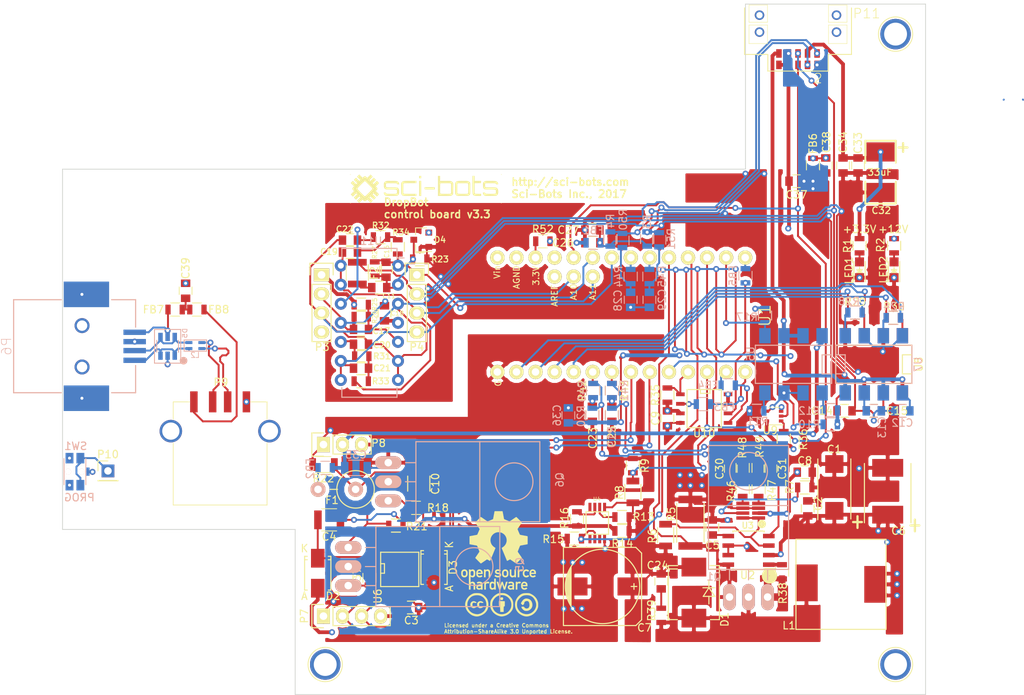
<source format=kicad_pcb>
(kicad_pcb (version 4) (host pcbnew 4.0.1-stable)
  (title_block (title "DropBot control board") (date 2017-04-04) (rev 3.3) (company "Sci-Bots Inc."))
  (layers (0 Front signal) (1 POWER power) (2 GND power) (31 Back signal) (34 B.Paste user) (35 F.Paste user) (36 B.SilkS user) (37 F.SilkS user) (38 B.Mask user) (39 F.Mask user) (44 Edge.Cuts user))
  (net 0 "")
  (net 1 GND)
  (net 2 "Net-(C5-Pad1)")
  (net 3 +12V)
  (net 4 "Net-(D1-Pad2)")
  (net 5 A0/SHORT_CHK)
  (net 6 A1/HV_FB)
  (net 7 "Net-(Q1-Pad1)")
  (net 8 "Net-(R7-Pad1)")
  (net 9 "Net-(R11-Pad2)")
  (net 10 "Net-(R13-Pad2)")
  (net 11 HV)
  (net 12 "Net-(R16-Pad1)")
  (net 13 "Net-(LED1-Pad2)")
  (net 14 "Net-(LED2-Pad2)")
  (net 15 VOUT)
  (net 16 "Net-(R6-Pad2)")
  (net 17 +3.3V)
  (net 18 "Net-(U1-Pad23)")
  (net 19 "Net-(U1-Pad25)")
  (net 20 "Net-(U1-Pad26)")
  (net 21 A3/MAX1771_CS)
  (net 22 A2/HV507_CS)
  (net 23 "Net-(C4-Pad1)")
  (net 24 "Net-(C4-Pad2)")
  (net 25 "Net-(C10-Pad1)")
  (net 26 "Net-(C10-Pad2)")
  (net 27 "Net-(Q5-Pad1)")
  (net 28 "Net-(Q6-Pad1)")
  (net 29 "Net-(C11-Pad1)")
  (net 30 CUR_SENSE)
  (net 31 "Net-(C12-Pad1)")
  (net 32 "Net-(C13-Pad1)")
  (net 33 "Net-(C14-Pad1)")
  (net 34 "Net-(C15-Pad1)")
  (net 35 "Net-(C19-Pad2)")
  (net 36 +0.6V)
  (net 37 "Net-(C20-Pad2)")
  (net 38 A11)
  (net 39 "Net-(C21-Pad2)")
  (net 40 "Net-(C22-Pad2)")
  (net 41 D8/OUTPUT_SELECT)
  (net 42 D0)
  (net 43 "Net-(R24-Pad2)")
  (net 44 D1)
  (net 45 "Net-(R28-Pad2)")
  (net 46 D2)
  (net 47 "Net-(R29-Pad2)")
  (net 48 D3)
  (net 49 "Net-(R30-Pad2)")
  (net 50 "Net-(U1-Pad35)")
  (net 51 "Net-(C17-Pad1)")
  (net 52 HVAC)
  (net 53 SCL)
  (net 54 SDA)
  (net 55 D7/DRIVER_HI)
  (net 56 D6/DRIVER_LO)
  (net 57 D4/SSDA)
  (net 58 D5/SSCL)
  (net 59 A6)
  (net 60 A7)
  (net 61 "Net-(P3-Pad4)")
  (net 62 HV_OE)
  (net 63 "Net-(R10-Pad2)")
  (net 64 D13/CLK)
  (net 65 D9/CS)
  (net 66 D10/SHDN)
  (net 67 "Net-(C24-Pad1)")
  (net 68 "Net-(C11-Pad2)")
  (net 69 "Net-(C24-Pad2)")
  (net 70 "Net-(R18-Pad2)")
  (net 71 "Net-(R37-Pad2)")
  (net 72 "Net-(R38-Pad2)")
  (net 73 "Net-(C23-Pad1)")
  (net 74 "Net-(C25-Pad2)")
  (net 75 "Net-(C26-Pad2)")
  (net 76 "Net-(C28-Pad1)")
  (net 77 "Net-(C29-Pad2)")
  (net 78 "Net-(C30-Pad1)")
  (net 79 "Net-(C31-Pad2)")
  (net 80 "Net-(F1-Pad2)")
  (net 81 "Net-(R12-Pad2)")
  (net 82 "Net-(R42-Pad1)")
  (net 83 "Net-(R43-Pad1)")
  (net 84 "Net-(R44-Pad2)")
  (net 85 "Net-(R45-Pad2)")
  (net 86 "Net-(R46-Pad2)")
  (net 87 "Net-(R47-Pad2)")
  (net 88 D12/MISO)
  (net 89 "Net-(FB3-Pad2)")
  (net 90 "Net-(FB4-Pad2)")
  (net 91 D11/M0SI)
  (net 92 "Net-(FB5-Pad1)")
  (net 93 CHASIS_GND)
  (net 94 "Net-(R52-Pad2)")
  (net 95 "Net-(D5-Pad1)")
  (net 96 "Net-(D5-Pad4)")
  (net 97 "Net-(D5-Pad5)")
  (net 98 "Net-(FB8-Pad2)")
  (net 99 D-)
  (net 100 D+)
  (net 101 "Net-(C39-Pad2)")
  (net 102 "Net-(P10-Pad1)")
  (module WheelerLab:SOT-23-8 (layer Front) (at 124.7 88.5 180)
    (fp_text reference U3 (at 0.4 -1.975 180) (layer F.SilkS) (effects (font (size 0.8 0.8))))
    (fp_text value CAT5171)
    (pad 1 smd rect (at -1.054 -0.975 90) (size 0.457 1.727) (layers Front F.Paste F.Mask) (net 16 "Net-(R6-Pad2)"))
    (pad 2 smd rect (at -1.054 -0.325 90) (size 0.457 1.727) (layers Front F.Paste F.Mask) (net 17 +3.3V))
    (pad 3 smd rect (at -1.054 0.325 90) (size 0.457 1.727) (layers Front F.Paste F.Mask) (net 1 GND))
    (pad 4 smd rect (at -1.054 0.975 90) (size 0.457 1.727) (layers Front F.Paste F.Mask) (net 87 "Net-(R47-Pad2)"))
    (pad 5 smd rect (at 1.054 0.975 90) (size 0.457 1.727) (layers Front F.Paste F.Mask) (net 86 "Net-(R46-Pad2)"))
    (pad 6 smd rect (at 1.054 0.325 90) (size 0.457 1.727) (layers Front F.Paste F.Mask) (net 1 GND))
    (pad 7 smd rect (at 1.054 -0.325 90) (size 0.457 1.727) (layers Front F.Paste F.Mask) (net 8 "Net-(R7-Pad1)"))
    (pad 8 smd rect (at 1.054 -0.975 90) (size 0.457 1.727) (layers Front F.Paste F.Mask) (net 16 "Net-(R6-Pad2)"))
  )
  (module Housings_SOIC:SOIC-8_3.9x4.9mm_Pitch1.27mm (layer Front) (at 124.409 93.788 180)
    (fp_text reference U2 (at 0.127 -3.302 360) (layer F.SilkS))
    (fp_text value MAX1771)
    (pad 1 smd rect (at -2.7 -1.905 180) (size 1.55 0.6) (layers Front F.Paste F.Mask) (net 72 "Net-(R38-Pad2)"))
    (pad 2 smd rect (at -2.7 -0.635 180) (size 1.55 0.6) (layers Front F.Paste F.Mask) (net 3 +12V))
    (pad 3 smd rect (at -2.7 0.635 180) (size 1.55 0.6) (layers Front F.Paste F.Mask) (net 16 "Net-(R6-Pad2)"))
    (pad 4 smd rect (at -2.7 1.905 180) (size 1.55 0.6) (layers Front F.Paste F.Mask) (net 66 D10/SHDN))
    (pad 5 smd rect (at 2.7 1.905 180) (size 1.55 0.6) (layers Front F.Paste F.Mask) (net 2 "Net-(C5-Pad1)"))
    (pad 6 smd rect (at 2.7 0.635 180) (size 1.55 0.6) (layers Front F.Paste F.Mask) (net 1 GND))
    (pad 7 smd rect (at 2.7 -0.635 180) (size 1.55 0.6) (layers Front F.Paste F.Mask) (net 1 GND))
    (pad 8 smd rect (at 2.7 -1.905 180) (size 1.55 0.6) (layers Front F.Paste F.Mask) (net 21 A3/MAX1771_CS))
  )
  (module wurth-WE-TVS_SOT23-6L (layer Back) (at 47 66.6 180)
    (fp_text reference D5 (at -2.3 1.75 450) (layer B.SilkS) (effects (font (size 0.6 0.7) (thickness 0.1)) (justify mirror)))
    (fp_text value WE-TVS_824015)
    (pad 1 smd rect (at -0.94996 -1.24968 180) (size 0.59944 1.09982) (layers Back B.Paste B.Mask) (net 95 "Net-(D5-Pad1)"))
    (pad 2 smd rect (at 0 -1.24968 180) (size 0.59944 1.09982) (layers Back B.Paste B.Mask) (net 93 CHASIS_GND))
    (pad 3 smd rect (at 0.94996 -1.24968 180) (size 0.59944 1.09982) (layers Back B.Paste B.Mask) (net 95 "Net-(D5-Pad1)"))
    (pad 4 smd rect (at 0.94996 1.24968 180) (size 0.59944 1.09982) (layers Back B.Paste B.Mask) (net 96 "Net-(D5-Pad4)"))
    (pad 5 smd rect (at 0 1.24968 180) (size 0.59944 1.09982) (layers Back B.Paste B.Mask) (net 97 "Net-(D5-Pad5)"))
    (pad 6 smd rect (at -0.94996 1.24968 180) (size 0.59944 1.09982) (layers Back B.Paste B.Mask) (net 96 "Net-(D5-Pad4)"))
  )
  (module wurth-WE-CNSW_0805 (layer Back) (at 50.7 66.5)
    (fp_text reference L2 (at -0.04064 1.27254) (layer B.SilkS) (effects (font (size 0.7 0.7) (thickness 0.1)) (justify mirror)))
    (fp_text value "90 Ohm@100MHz")
    (pad 1 smd rect (at -0.84836 0.39878 180) (size 0.89916 0.39878) (layers Back B.Paste B.Mask) (net 95 "Net-(D5-Pad1)"))
    (pad 2 smd rect (at 0.84836 0.39878 180) (size 0.89916 0.39878) (layers Back B.Paste B.Mask) (net 100 D+))
    (pad 3 smd rect (at 0.84836 -0.39878 180) (size 0.89916 0.39878) (layers Back B.Paste B.Mask) (net 99 D-))
    (pad 4 smd rect (at -0.84836 -0.39878 180) (size 0.89916 0.39878) (layers Back B.Paste B.Mask) (net 96 "Net-(D5-Pad4)"))
  )
  (module WheelerLab:AU-Y1006 (layer Front) (at 54 74)
    (fp_text reference P9 (at 0.1 -2.6) (layer F.SilkS))
    (fp_text value USB_A)
    (pad 3 smd rect (at 1 0 270) (size 2.8 1) (layers Front F.Paste F.Mask) (net 100 D+))
    (pad 4 smd rect (at 3.5 0 270) (size 2.8 1) (layers Front F.Paste F.Mask) (net 1 GND))
    (pad 2 smd rect (at -1 0 270) (size 2.8 1) (layers Front F.Paste F.Mask) (net 99 D-))
    (pad 1 smd rect (at -3.5 0 270) (size 2.8 1) (layers Front F.Paste F.Mask) (net 98 "Net-(FB8-Pad2)"))
    (pad 5 thru_hole circle (at 6.57 3.9 270) (size 3 3) (drill 2.3) (layers *.Cu *.Mask) (net 1 GND))
    (pad 5 thru_hole circle (at -6.57 3.9 270) (size 3 3) (drill 2.3) (layers *.Cu *.Mask) (net 1 GND))
  )
  (module Pin_Headers:Pin_Header_Straight_1x04 (layer Front) (at 67.767 102.551 90)
    (fp_text reference P7 (at 0 -2.54 90) (layer F.SilkS))
    (fp_text value CONN_01X04)
    (pad 1 thru_hole rect (at 0 0 90) (size 2.032 1.7272) (drill 1.016) (layers *.Cu *.Mask F.SilkS) (net 1 GND))
    (pad 2 thru_hole oval (at 0 2.54 90) (size 2.032 1.7272) (drill 1.016) (layers *.Cu *.Mask F.SilkS) (net 55 D7/DRIVER_HI))
    (pad 3 thru_hole oval (at 0 5.08 90) (size 2.032 1.7272) (drill 1.016) (layers *.Cu *.Mask F.SilkS) (net 56 D6/DRIVER_LO))
    (pad 4 thru_hole oval (at 0 7.62 90) (size 2.032 1.7272) (drill 1.016) (layers *.Cu *.Mask F.SilkS) (net 3 +12V))
  )
  (module LEDs:LED_0805 (layer Front) (at 143.8 56.4 90)
    (fp_text reference LED2 (at 0 -1.4 90) (layer F.SilkS))
    (fp_text value +12V (at 5.4 -0.1 180) (layer F.SilkS))
    (pad 2 smd rect (at 1.04902 0 270) (size 1.19888 1.19888) (layers Front F.Paste F.Mask) (net 14 "Net-(LED2-Pad2)"))
    (pad 1 smd rect (at -1.04902 0 270) (size 1.19888 1.19888) (layers Front F.Paste F.Mask) (net 1 GND))
  )
  (module Housings_DIP:DIP-14_W7.62mm (layer Back) (at 77.7 55.85 180)
    (fp_text reference U11 (at 3.575 3.275 180) (layer B.SilkS) (effects (justify mirror)))
    (fp_text value MCP6024)
    (pad 1 thru_hole oval (at 0 0 180) (size 1.6 1.6) (drill 0.8) (layers *.Cu *.Mask) (net 59 A6))
    (pad 2 thru_hole oval (at 0 -2.54 180) (size 1.6 1.6) (drill 0.8) (layers *.Cu *.Mask) (net 29 "Net-(C11-Pad1)"))
    (pad 3 thru_hole oval (at 0 -5.08 180) (size 1.6 1.6) (drill 0.8) (layers *.Cu *.Mask) (net 36 +0.6V))
    (pad 4 thru_hole oval (at 0 -7.62 180) (size 1.6 1.6) (drill 0.8) (layers *.Cu *.Mask) (net 17 +3.3V))
    (pad 5 thru_hole oval (at 0 -10.16 180) (size 1.6 1.6) (drill 0.8) (layers *.Cu *.Mask) (net 51 "Net-(C17-Pad1)"))
    (pad 6 thru_hole oval (at 0 -12.7 180) (size 1.6 1.6) (drill 0.8) (layers *.Cu *.Mask) (net 36 +0.6V))
    (pad 7 thru_hole oval (at 0 -15.24 180) (size 1.6 1.6) (drill 0.8) (layers *.Cu *.Mask) (net 36 +0.6V))
    (pad 8 thru_hole oval (at 7.62 -15.24 180) (size 1.6 1.6) (drill 0.8) (layers *.Cu *.Mask) (net 38 A11))
    (pad 9 thru_hole oval (at 7.62 -12.7 180) (size 1.6 1.6) (drill 0.8) (layers *.Cu *.Mask) (net 38 A11))
    (pad 10 thru_hole oval (at 7.62 -10.16 180) (size 1.6 1.6) (drill 0.8) (layers *.Cu *.Mask) (net 37 "Net-(C20-Pad2)"))
    (pad 11 thru_hole oval (at 7.62 -7.62 180) (size 1.6 1.6) (drill 0.8) (layers *.Cu *.Mask) (net 1 GND))
    (pad 12 thru_hole oval (at 7.62 -5.08 180) (size 1.6 1.6) (drill 0.8) (layers *.Cu *.Mask) (net 40 "Net-(C22-Pad2)"))
    (pad 13 thru_hole oval (at 7.62 -2.54 180) (size 1.6 1.6) (drill 0.8) (layers *.Cu *.Mask) (net 60 A7))
    (pad 14 thru_hole oval (at 7.62 0 180) (size 1.6 1.6) (drill 0.8) (layers *.Cu *.Mask) (net 60 A7))
  )
  (module LEDs:LED_0805 (layer Front) (at 139.2 56.4 90)
    (fp_text reference LED1 (at -0.1 -1.4 90) (layer F.SilkS))
    (fp_text value +3.3V (at 5.4 0 180) (layer F.SilkS))
    (pad 2 smd rect (at 1.04902 0 270) (size 1.19888 1.19888) (layers Front F.Paste F.Mask) (net 13 "Net-(LED1-Pad2)"))
    (pad 1 smd rect (at -1.04902 0 270) (size 1.19888 1.19888) (layers Front F.Paste F.Mask) (net 1 GND))
  )
  (module footprints:Teensy-3.2 (layer Front) (at 107.2 62.4)
    (fp_text reference U1 (at 19.4 0.1 90) (layer F.SilkS) (effects (font (size 1.5 1.5))))
    (fp_text value Teensy_3.2)
    (fp_text user G (at -16.15 9.15 90) (layer F.SilkS) (effects (font (size 0.8 0.8) (thickness 0.125))))
    (fp_text user 3.3V (at -11.1 -5.2 90) (layer F.SilkS) (effects (font (size 0.8 0.8) (thickness 0.125))))
    (fp_text user AGND (at -13.7 -5 270) (layer F.SilkS) (effects (font (size 0.8 0.8) (thickness 0.125))))
    (fp_text user Vin (at -16.3 -5.7 270) (layer F.SilkS) (effects (font (size 0.8 0.8) (thickness 0.125))))
    (fp_text user A11 (at -3.556 -3.048 270) (layer F.SilkS) (effects (font (size 0.8 0.8) (thickness 0.125))))
    (fp_text user A10 (at -6.096 -3.048 270) (layer F.SilkS) (effects (font (size 0.8 0.8) (thickness 0.125))))
    (fp_text user AREF (at -8.636 -2.54 270) (layer F.SilkS) (effects (font (size 0.8 0.8) (thickness 0.125))))
    (pad 35 thru_hole circle (at -8.636 -5.08) (size 1.9 1.9) (drill 1) (layers *.Cu *.Mask F.SilkS) (net 50 "Net-(U1-Pad35)"))
    (pad 34 thru_hole circle (at -6.096 -5.08) (size 1.9 1.9) (drill 1) (layers *.Cu *.Mask F.SilkS) (net 36 +0.6V))
    (pad 33 thru_hole circle (at -3.556 -5.08) (size 1.9 1.9) (drill 1) (layers *.Cu *.Mask F.SilkS) (net 38 A11))
    (pad 0 thru_hole circle (at -13.716 7.62) (size 1.9 1.9) (drill 1) (layers *.Cu *.Mask F.SilkS) (net 42 D0))
    (pad 1 thru_hole circle (at -11.176 7.62) (size 1.9 1.9) (drill 1) (layers *.Cu *.Mask F.SilkS) (net 44 D1))
    (pad 2 thru_hole circle (at -8.636 7.62) (size 1.9 1.9) (drill 1) (layers *.Cu *.Mask F.SilkS) (net 46 D2))
    (pad 3 thru_hole circle (at -6.096 7.62) (size 1.9 1.9) (drill 1) (layers *.Cu *.Mask F.SilkS) (net 48 D3))
    (pad 4 thru_hole circle (at -3.556 7.62) (size 1.9 1.9) (drill 1) (layers *.Cu *.Mask F.SilkS) (net 82 "Net-(R42-Pad1)"))
    (pad 5 thru_hole circle (at -1.016 7.62) (size 1.9 1.9) (drill 1) (layers *.Cu *.Mask F.SilkS) (net 83 "Net-(R43-Pad1)"))
    (pad 6 thru_hole circle (at 1.524 7.62) (size 1.9 1.9) (drill 1) (layers *.Cu *.Mask F.SilkS) (net 56 D6/DRIVER_LO))
    (pad 7 thru_hole circle (at 4.064 7.62) (size 1.9 1.9) (drill 1) (layers *.Cu *.Mask F.SilkS) (net 55 D7/DRIVER_HI))
    (pad 8 thru_hole circle (at 6.604 7.62) (size 1.9 1.9) (drill 1) (layers *.Cu *.Mask F.SilkS) (net 41 D8/OUTPUT_SELECT))
    (pad 9 thru_hole circle (at 9.144 7.62) (size 1.9 1.9) (drill 1) (layers *.Cu *.Mask F.SilkS) (net 65 D9/CS))
    (pad 10 thru_hole circle (at 11.684 7.62) (size 1.9 1.9) (drill 1) (layers *.Cu *.Mask F.SilkS) (net 66 D10/SHDN))
    (pad 11 thru_hole circle (at 14.224 7.62) (size 1.9 1.9) (drill 1) (layers *.Cu *.Mask F.SilkS) (net 90 "Net-(FB4-Pad2)"))
    (pad 12 thru_hole circle (at 16.764 7.62) (size 1.9 1.9) (drill 1) (layers *.Cu *.Mask F.SilkS) (net 88 D12/MISO))
    (pad 13 thru_hole circle (at 16.764 -7.62) (size 1.9 1.9) (drill 1) (layers *.Cu *.Mask F.SilkS) (net 92 "Net-(FB5-Pad1)"))
    (pad 14 thru_hole circle (at 14.224 -7.62) (size 1.9 1.9) (drill 1) (layers *.Cu *.Mask F.SilkS) (net 5 A0/SHORT_CHK))
    (pad 15 thru_hole circle (at 11.684 -7.62) (size 1.9 1.9) (drill 1) (layers *.Cu *.Mask F.SilkS) (net 6 A1/HV_FB))
    (pad 16 thru_hole circle (at 9.144 -7.62) (size 1.9 1.9) (drill 1) (layers *.Cu *.Mask F.SilkS) (net 22 A2/HV507_CS))
    (pad 17 thru_hole circle (at 6.604 -7.62) (size 1.9 1.9) (drill 1) (layers *.Cu *.Mask F.SilkS) (net 21 A3/MAX1771_CS))
    (pad 18 thru_hole circle (at 4.064 -7.62) (size 1.9 1.9) (drill 1) (layers *.Cu *.Mask F.SilkS) (net 85 "Net-(R45-Pad2)"))
    (pad 19 thru_hole circle (at 1.524 -7.62) (size 1.9 1.9) (drill 1) (layers *.Cu *.Mask F.SilkS) (net 84 "Net-(R44-Pad2)"))
    (pad 20 thru_hole circle (at -1.016 -7.62) (size 1.9 1.9) (drill 1) (layers *.Cu *.Mask F.SilkS) (net 59 A6))
    (pad 21 thru_hole circle (at -3.556 -7.62) (size 1.9 1.9) (drill 1) (layers *.Cu *.Mask F.SilkS) (net 60 A7))
    (pad 22 thru_hole circle (at -6.096 -7.62) (size 1.9 1.9) (drill 1) (layers *.Cu *.Mask F.SilkS) (net 62 HV_OE))
    (pad 23 thru_hole circle (at -8.636 -7.62) (size 1.9 1.9) (drill 1) (layers *.Cu *.Mask F.SilkS) (net 18 "Net-(U1-Pad23)"))
    (pad 24 thru_hole circle (at -11.176 -7.62) (size 1.9 1.9) (drill 1) (layers *.Cu *.Mask F.SilkS) (net 94 "Net-(R52-Pad2)"))
    (pad 25 thru_hole circle (at -13.716 -7.62) (size 1.9 1.9) (drill 1) (layers *.Cu *.Mask F.SilkS) (net 19 "Net-(U1-Pad25)"))
    (pad 26 thru_hole circle (at -16.256 -7.62) (size 1.9 1.9) (drill 1) (layers *.Cu *.Mask F.SilkS) (net 20 "Net-(U1-Pad26)"))
    (pad 27 thru_hole circle (at -16.256 7.62) (size 1.9 1.9) (drill 1) (layers *.Cu *.Mask F.SilkS) (net 1 GND))
  )
  (module LOGO (layer Front) (at 81.4 45.6)
    (fp_text reference G*** hide)
    (fp_text value LOGO hide)
  )
  (module TO_SOT_Packages_THT:TO-220_Neutral123_Horizontal_LargePads (layer Back) (at 76.403 84.644 90)
    (fp_text reference Q6 (at 0.24892 22.84984 90) (layer B.SilkS) (effects (justify mirror)))
    (fp_text value IRF740BPBF)
    (pad 2 thru_hole oval (at 0 0) (size 3.50012 1.69926) (drill 1.00076) (layers *.Cu *.Mask B.SilkS) (net 25 "Net-(C10-Pad1)"))
    (pad 1 thru_hole oval (at -2.54 0) (size 3.50012 1.69926) (drill 1.00076) (layers *.Cu *.Mask B.SilkS) (net 28 "Net-(Q6-Pad1)"))
    (pad 3 thru_hole oval (at 2.54 0) (size 3.50012 1.69926) (drill 1.00076) (layers *.Cu *.Mask B.SilkS) (net 1 GND))
    (pad 2 smd rect (at 0 16.764 90) (size 11 9) (layers Back B.Paste B.Mask) (net 25 "Net-(C10-Pad1)"))
  )
  (module TO_SOT_Packages_THT:TO-220_Neutral123_Horizontal_LargePads (layer Back) (at 71.069 95.947 90)
    (fp_text reference Q5 (at 0.24892 22.84984 90) (layer B.SilkS) (effects (justify mirror)))
    (fp_text value IRF740BPBF)
    (pad 2 thru_hole oval (at 0 0) (size 3.50012 1.69926) (drill 1.00076) (layers *.Cu *.Mask B.SilkS) (net 11 HV))
    (pad 1 thru_hole oval (at -2.54 0) (size 3.50012 1.69926) (drill 1.00076) (layers *.Cu *.Mask B.SilkS) (net 27 "Net-(Q5-Pad1)"))
    (pad 3 thru_hole oval (at 2.54 0) (size 3.50012 1.69926) (drill 1.00076) (layers *.Cu *.Mask B.SilkS) (net 25 "Net-(C10-Pad1)"))
    (pad 2 smd rect (at 0 16.764 90) (size 11 9) (layers Back B.Paste B.Mask) (net 11 HV))
  )
  (module TO_SOT_Packages_THT:TO-220_Neutral123_Horizontal_LargePads (layer Back) (at 124.409 100.011 180)
    (fp_text reference Q1 (at 4.609 2.711 180) (layer B.SilkS) (effects (justify mirror)))
    (fp_text value STP33N65M2)
    (pad 2 thru_hole oval (at 0 0 90) (size 3.50012 1.69926) (drill 1.00076) (layers *.Cu *.Mask B.SilkS) (net 4 "Net-(D1-Pad2)"))
    (pad 1 thru_hole oval (at -2.54 0 90) (size 3.50012 1.69926) (drill 1.00076) (layers *.Cu *.Mask B.SilkS) (net 7 "Net-(Q1-Pad1)"))
    (pad 3 thru_hole oval (at 2.54 0 90) (size 3.50012 1.69926) (drill 1.00076) (layers *.Cu *.Mask B.SilkS) (net 21 A3/MAX1771_CS))
    (pad "" smd rect (at 0 17.764 180) (size 10.5 6) (layers Back B.Paste B.Mask))
  )
  (module SMD_Packages:DIP-8_SMD (layer Back) (at 141.1 69)
    (fp_text reference U7 (at 5.9 0 90) (layer B.SilkS) (effects (justify mirror)))
    (fp_text value "DPST (2 Form A), 350V" hide)
    (pad 1 smd rect (at -3.81 -3.81) (size 1.524 2.032) (layers Back B.Paste B.Mask) (net 45 "Net-(R28-Pad2)"))
    (pad 2 smd rect (at -1.27 -3.81) (size 1.524 2.032) (layers Back B.Paste B.Mask) (net 1 GND))
    (pad 3 smd rect (at 1.27 -3.81) (size 1.524 2.032) (layers Back B.Paste B.Mask) (net 43 "Net-(R24-Pad2)"))
    (pad 4 smd rect (at 3.81 -3.81) (size 1.524 2.032) (layers Back B.Paste B.Mask) (net 1 GND))
    (pad 5 smd rect (at 3.81 3.81) (size 1.524 2.032) (layers Back B.Paste B.Mask) (net 31 "Net-(C12-Pad1)"))
    (pad 6 smd rect (at 1.27 3.81) (size 1.524 2.032) (layers Back B.Paste B.Mask) (net 15 VOUT))
    (pad 7 smd rect (at -1.27 3.81) (size 1.524 2.032) (layers Back B.Paste B.Mask) (net 32 "Net-(C13-Pad1)"))
    (pad 8 smd rect (at -3.81 3.81) (size 1.524 2.032) (layers Back B.Paste B.Mask) (net 15 VOUT))
  )
  (module Capacitors_Tantalum_SMD:TantalC_SizeD_EIA-7343_Reflow (layer Front) (at 135.839 85.406 90)
    (fp_text reference C1 (at 5.08 0 180) (layer F.SilkS))
    (fp_text value 10uF)
    (pad 2 smd rect (at 3.12 0 90) (size 2.37 2.43) (layers Front F.Paste F.Mask) (net 1 GND))
    (pad 1 smd rect (at -3.12 0 90) (size 2.37 2.43) (layers Front F.Paste F.Mask) (net 3 +12V))
  )
  (module Capacitors_Tantalum_SMD:TantalC_SizeE_EIA-7360_Reflow (layer Front) (at 142.951 85.914 90)
    (fp_text reference C6 (at -5.286 1.449 180) (layer F.SilkS))
    (fp_text value 100uF)
    (pad 2 smd rect (at 3.12 0 90) (size 2.37 4.13) (layers Front F.Paste F.Mask) (net 1 GND))
    (pad 1 smd rect (at -3.12 0 90) (size 2.37 4.13) (layers Front F.Paste F.Mask) (net 3 +12V))
  )
  (module footprints:MSOP-8 (layer Front) (at 104.25 90.15 180)
    (fp_text reference U4 (at 0.05 3.2 180) (layer F.SilkS) (effects (font (size 0.5 0.5) (thickness 0.075))))
    (fp_text value HV7802)
    (pad 1 smd rect (at -0.975 2.1 180) (size 0.4 1.2) (layers Front F.Paste F.Mask) (net 67 "Net-(C24-Pad1)"))
    (pad 2 smd rect (at -0.325 2.1 180) (size 0.4 1.2) (layers Front F.Paste F.Mask) (net 10 "Net-(R13-Pad2)"))
    (pad 3 smd rect (at 0.325 2.1 180) (size 0.4 1.2) (layers Front F.Paste F.Mask) (net 12 "Net-(R16-Pad1)"))
    (pad 4 smd rect (at 0.975 2.1 180) (size 0.4 1.2) (layers Front F.Paste F.Mask))
    (pad 5 smd rect (at 0.975 -2.1 180) (size 0.4 1.2) (layers Front F.Paste F.Mask))
    (pad 6 smd rect (at 0.325 -2.1 180) (size 0.4 1.2) (layers Front F.Paste F.Mask) (net 22 A2/HV507_CS))
    (pad 7 smd rect (at -0.325 -2.1 180) (size 0.4 1.2) (layers Front F.Paste F.Mask))
    (pad 8 smd rect (at -0.975 -2.1 180) (size 0.4 1.2) (layers Front F.Paste F.Mask) (net 1 GND))
  )
  (module SMD_Packages:DIP-8_SMD (layer Back) (at 130.4 69 180)
    (fp_text reference U5 (at 5.7 1.4 450) (layer B.SilkS) (effects (justify mirror)))
    (fp_text value "DPST (2 Form A), 350V" hide)
    (pad 1 smd rect (at -3.81 -3.81 180) (size 1.524 2.032) (layers Back B.Paste B.Mask) (net 81 "Net-(R12-Pad2)"))
    (pad 2 smd rect (at -1.27 -3.81 180) (size 1.524 2.032) (layers Back B.Paste B.Mask) (net 63 "Net-(R10-Pad2)"))
    (pad 3 smd rect (at 1.27 -3.81 180) (size 1.524 2.032) (layers Back B.Paste B.Mask) (net 63 "Net-(R10-Pad2)"))
    (pad 4 smd rect (at 3.81 -3.81 180) (size 1.524 2.032) (layers Back B.Paste B.Mask) (net 9 "Net-(R11-Pad2)"))
    (pad 5 smd rect (at 3.81 3.81 180) (size 1.524 2.032) (layers Back B.Paste B.Mask) (net 5 A0/SHORT_CHK))
    (pad 6 smd rect (at 1.27 3.81 180) (size 1.524 2.032) (layers Back B.Paste B.Mask) (net 15 VOUT))
    (pad 7 smd rect (at -1.27 3.81 180) (size 1.524 2.032) (layers Back B.Paste B.Mask) (net 15 VOUT))
    (pad 8 smd rect (at -3.81 3.81 180) (size 1.524 2.032) (layers Back B.Paste B.Mask) (net 52 HVAC))
  )
  (module Capacitors_SMD:c_elec_10x10 (layer Front) (at 104.95 98.6)
    (fp_text reference C7 (at 5.6 5.5) (layer F.SilkS))
    (fp_text value 3.3uF,400V)
    (pad 1 smd rect (at 4.0005 0) (size 4.0005 2.4003) (layers Front F.Paste F.Mask) (net 67 "Net-(C24-Pad1)"))
    (pad 2 smd rect (at -4.0005 0) (size 4.0005 2.4003) (layers Front F.Paste F.Mask) (net 1 GND))
  )
  (module Pin_Headers:Pin_Header_Straight_1x03 (layer Front) (at 67.767 79.691 90)
    (fp_text reference P8 (at 0.191 7.333 180) (layer F.SilkS))
    (fp_text value CONN_01X03)
    (pad 1 thru_hole rect (at 0 0 90) (size 2.032 1.7272) (drill 1.016) (layers *.Cu *.Mask F.SilkS) (net 1 GND))
    (pad 2 thru_hole oval (at 0 2.54 90) (size 2.032 1.7272) (drill 1.016) (layers *.Cu *.Mask F.SilkS) (net 52 HVAC))
    (pad 3 thru_hole oval (at 0 5.08 90) (size 2.032 1.7272) (drill 1.016) (layers *.Cu *.Mask F.SilkS) (net 11 HV))
  )
  (module Diodes_SMD:SMA_Standard (layer Front) (at 67.005 96.836 270)
    (fp_text reference D2 (at 3.048 -2.032 360) (layer F.SilkS))
    (fp_text value D)
    (fp_text user K (at -3.302 1.778 360) (layer F.SilkS))
    (fp_text user A (at 3.048 1.778 360) (layer F.SilkS))
    (pad 1 smd rect (at -1.99898 0 270) (size 2.49936 1.80086) (layers Front F.Paste F.Mask) (net 24 "Net-(C4-Pad2)"))
    (pad 2 smd rect (at 1.99898 0 270) (size 2.49936 1.80086) (layers Front F.Paste F.Mask) (net 3 +12V))
  )
  (module Diodes_SMD:SMA_Standard (layer Front) (at 82.499 96.074 270)
    (fp_text reference D3 (at 0 -2.54 270) (layer F.SilkS))
    (fp_text value D)
    (fp_text user K (at -3.048 -2.032 450) (layer F.SilkS))
    (fp_text user A (at 2.794 -2.032 450) (layer F.SilkS))
    (pad 1 smd rect (at -1.99898 0 270) (size 2.49936 1.80086) (layers Front F.Paste F.Mask) (net 23 "Net-(C4-Pad1)"))
    (pad 2 smd rect (at 1.99898 0 270) (size 2.49936 1.80086) (layers Front F.Paste F.Mask) (net 1 GND))
  )
  (module Resistors_ThroughHole:Resistor_Vertical_RM5mm (layer Front) (at 69.545 85.66 180)
    (fp_text reference F1 (at 0.645 -1.44 180) (layer F.SilkS))
    (fp_text value PTC)
    (pad 1 thru_hole circle (at -2.49936 0 180) (size 1.99898 1.99898) (drill 1.00076) (layers *.Cu *.SilkS *.Mask) (net 26 "Net-(C10-Pad2)"))
    (pad 2 thru_hole circle (at 2.5019 0 180) (size 1.99898 1.99898) (drill 1.00076) (layers *.Cu *.SilkS *.Mask) (net 80 "Net-(F1-Pad2)"))
  )
  (module SMD_Packages:SOIC-8-N (layer Front) (at 77.927 96.328)
    (fp_text reference U6 (at -2.927 3.572 90) (layer F.SilkS))
    (fp_text value NCP5304)
    (pad 8 smd rect (at -1.905 -3.175) (size 0.508 1.143) (layers Front F.Paste F.Mask) (net 24 "Net-(C4-Pad2)"))
    (pad 7 smd rect (at -0.635 -3.175) (size 0.508 1.143) (layers Front F.Paste F.Mask) (net 71 "Net-(R37-Pad2)"))
    (pad 6 smd rect (at 0.635 -3.175) (size 0.508 1.143) (layers Front F.Paste F.Mask) (net 23 "Net-(C4-Pad1)"))
    (pad 5 smd rect (at 1.905 -3.175) (size 0.508 1.143) (layers Front F.Paste F.Mask) (net 70 "Net-(R18-Pad2)"))
    (pad 4 smd rect (at 1.905 3.175) (size 0.508 1.143) (layers Front F.Paste F.Mask) (net 1 GND))
    (pad 3 smd rect (at 0.635 3.175) (size 0.508 1.143) (layers Front F.Paste F.Mask) (net 3 +12V))
    (pad 2 smd rect (at -0.635 3.175) (size 0.508 1.143) (layers Front F.Paste F.Mask) (net 55 D7/DRIVER_HI))
    (pad 1 smd rect (at -1.905 3.175) (size 0.508 1.143) (layers Front F.Paste F.Mask) (net 56 D6/DRIVER_LO))
  )
  (module Capacitors_SMD:C_0805 (layer Front) (at 75.2 58.775 180)
    (fp_text reference C11 (at -1.3 -1.125 180) (layer F.SilkS) (effects (font (size 0.6 0.6) (thickness 0.1))))
    (fp_text value 1uF)
    (pad 1 smd rect (at -1 0 180) (size 1 1.25) (layers Front F.Paste F.Mask) (net 29 "Net-(C11-Pad1)"))
    (pad 2 smd rect (at 1 0 180) (size 1 1.25) (layers Front F.Paste F.Mask) (net 68 "Net-(C11-Pad2)"))
  )
  (module Capacitors_SMD:C_0805 (layer Back) (at 144.9 75.2 180)
    (fp_text reference C12 (at 0 -1.6 180) (layer B.SilkS) (effects (justify mirror)))
    (fp_text value 1pF)
    (pad 1 smd rect (at -1 0 180) (size 1 1.25) (layers Back B.Paste B.Mask) (net 31 "Net-(C12-Pad1)"))
    (pad 2 smd rect (at 1 0 180) (size 1 1.25) (layers Back B.Paste B.Mask) (net 30 CUR_SENSE))
  )
  (module Capacitors_SMD:C_0805 (layer Back) (at 141.1 75.2)
    (fp_text reference C13 (at 1.1 2.2 90) (layer B.SilkS) (effects (justify mirror)))
    (fp_text value 10pF)
    (pad 1 smd rect (at -1 0) (size 1 1.25) (layers Back B.Paste B.Mask) (net 32 "Net-(C13-Pad1)"))
    (pad 2 smd rect (at 1 0) (size 1 1.25) (layers Back B.Paste B.Mask) (net 30 CUR_SENSE))
  )
  (module Capacitors_SMD:C_0805 (layer Front) (at 137.2 75.2)
    (fp_text reference C14 (at -3 0) (layer F.SilkS))
    (fp_text value 100pF)
    (pad 1 smd rect (at -1 0) (size 1 1.25) (layers Front F.Paste F.Mask) (net 33 "Net-(C14-Pad1)"))
    (pad 2 smd rect (at 1 0) (size 1 1.25) (layers Front F.Paste F.Mask) (net 30 CUR_SENSE))
  )
  (module Capacitors_SMD:C_0805 (layer Front) (at 141.1 75.2 180)
    (fp_text reference C15 (at -3.1 0 180) (layer F.SilkS))
    (fp_text value 1nF)
    (pad 1 smd rect (at -1 0 180) (size 1 1.25) (layers Front F.Paste F.Mask) (net 34 "Net-(C15-Pad1)"))
    (pad 2 smd rect (at 1 0 180) (size 1 1.25) (layers Front F.Paste F.Mask) (net 30 CUR_SENSE))
  )
  (module Capacitors_SMD:C_0805 (layer Front) (at 76.1 56.4 270)
    (fp_text reference C16 (at -2.4 -0.1 270) (layer F.SilkS) (effects (font (size 0.6 0.6) (thickness 0.1))))
    (fp_text value 0.1uF)
    (pad 1 smd rect (at -1 0 270) (size 1 1.25) (layers Front F.Paste F.Mask) (net 59 A6))
    (pad 2 smd rect (at 1 0 270) (size 1 1.25) (layers Front F.Paste F.Mask) (net 29 "Net-(C11-Pad1)"))
  )
  (module Capacitors_SMD:C_0805 (layer Front) (at 72.77 64.35 180)
    (fp_text reference C17 (at -2.7 -0.2 180) (layer F.SilkS) (effects (font (size 0.8 0.8))))
    (fp_text value 0.1uF)
    (pad 1 smd rect (at -1 0 180) (size 1 1.25) (layers Front F.Paste F.Mask) (net 51 "Net-(C17-Pad1)"))
    (pad 2 smd rect (at 1 0 180) (size 1 1.25) (layers Front F.Paste F.Mask) (net 1 GND))
  )
  (module Capacitors_SMD:C_0805 (layer Front) (at 75.9 62.2 90)
    (fp_text reference C18 (at 0 1.7 180) (layer F.SilkS) (effects (font (size 0.6 0.6) (thickness 0.1))))
    (fp_text value 0.1uF)
    (pad 1 smd rect (at -1 0 90) (size 1 1.25) (layers Front F.Paste F.Mask) (net 17 +3.3V))
    (pad 2 smd rect (at 1 0 90) (size 1 1.25) (layers Front F.Paste F.Mask) (net 1 GND))
  )
  (module Capacitors_SMD:C_0805 (layer Front) (at 71.3 54.05)
    (fp_text reference C19 (at -2.8 -0.05 180) (layer F.SilkS) (effects (font (size 0.8 0.8))))
    (fp_text value 0.015uF)
    (pad 1 smd rect (at -1 0) (size 1 1.25) (layers Front F.Paste F.Mask) (net 60 A7))
    (pad 2 smd rect (at 1 0) (size 1 1.25) (layers Front F.Paste F.Mask) (net 35 "Net-(C19-Pad2)"))
  )
  (module Capacitors_SMD:C_0805 (layer Front) (at 72.77 66.32 180)
    (fp_text reference C20 (at -2.8 -0.1 180) (layer F.SilkS) (effects (font (size 0.8 0.8))))
    (fp_text value 100pF)
    (pad 1 smd rect (at -1 0 180) (size 1 1.25) (layers Front F.Paste F.Mask) (net 36 +0.6V))
    (pad 2 smd rect (at 1 0 180) (size 1 1.25) (layers Front F.Paste F.Mask) (net 37 "Net-(C20-Pad2)"))
  )
  (module Capacitors_SMD:C_0805 (layer Front) (at 72.77 69.52)
    (fp_text reference C21 (at 2.8 0) (layer F.SilkS) (effects (font (size 0.8 0.8))))
    (fp_text value 470pF)
    (pad 1 smd rect (at -1 0) (size 1 1.25) (layers Front F.Paste F.Mask) (net 38 A11))
    (pad 2 smd rect (at 1 0) (size 1 1.25) (layers Front F.Paste F.Mask) (net 39 "Net-(C21-Pad2)"))
  )
  (module Capacitors_SMD:C_0805 (layer Front) (at 71.3 52.45)
    (fp_text reference C22 (at -0.7 -1.45) (layer F.SilkS) (effects (font (size 0.8 0.8))))
    (fp_text value 100pF)
    (pad 1 smd rect (at -1 0) (size 1 1.25) (layers Front F.Paste F.Mask) (net 36 +0.6V))
    (pad 2 smd rect (at 1 0) (size 1 1.25) (layers Front F.Paste F.Mask) (net 40 "Net-(C22-Pad2)"))
  )
  (module Resistors_SMD:R_0805 (layer Front) (at 80.6 55)
    (fp_text reference R23 (at 2.7 0 180) (layer F.SilkS) (effects (font (size 0.8 0.8))))
    (fp_text value 1Meg)
    (pad 1 smd rect (at -0.95 0) (size 0.7 1.3) (layers Front F.Paste F.Mask) (net 29 "Net-(C11-Pad1)"))
    (pad 2 smd rect (at 0.95 0) (size 0.7 1.3) (layers Front F.Paste F.Mask) (net 1 GND))
  )
  (module Resistors_SMD:R_0805 (layer Back) (at 143.7 62.8 180)
    (fp_text reference R24 (at -0.1 1.5 180) (layer B.SilkS) (effects (justify mirror)))
    (fp_text value 200)
    (pad 1 smd rect (at -0.95 0 180) (size 0.7 1.3) (layers Back B.Paste B.Mask) (net 42 D0))
    (pad 2 smd rect (at 0.95 0 180) (size 0.7 1.3) (layers Back B.Paste B.Mask) (net 43 "Net-(R24-Pad2)"))
  )
  (module Resistors_SMD:R_0805 (layer Front) (at 72.8 61.05)
    (fp_text reference R25 (at 1.8 -0.05 90) (layer F.SilkS) (effects (font (size 0.6 0.6) (thickness 0.1))))
    (fp_text value 10k)
    (pad 1 smd rect (at -0.95 0) (size 0.7 1.3) (layers Front F.Paste F.Mask) (net 17 +3.3V))
    (pad 2 smd rect (at 0.95 0) (size 0.7 1.3) (layers Front F.Paste F.Mask) (net 51 "Net-(C17-Pad1)"))
  )
  (module Resistors_SMD:R_0805 (layer Front) (at 72.8 62.65 180)
    (fp_text reference R26 (at -1.8 -0.05 270) (layer F.SilkS) (effects (font (size 0.6 0.6) (thickness 0.1))))
    (fp_text value 2.2k)
    (pad 1 smd rect (at -0.95 0 180) (size 0.7 1.3) (layers Front F.Paste F.Mask) (net 51 "Net-(C17-Pad1)"))
    (pad 2 smd rect (at 0.95 0 180) (size 0.7 1.3) (layers Front F.Paste F.Mask) (net 1 GND))
  )
  (module Resistors_SMD:R_0805 (layer Front) (at 74.6 56.3 270)
    (fp_text reference R27 (at -2.2 0 270) (layer F.SilkS) (effects (font (size 0.6 0.6) (thickness 0.1))))
    (fp_text value 1Meg)
    (pad 1 smd rect (at -0.95 0 270) (size 0.7 1.3) (layers Front F.Paste F.Mask) (net 59 A6))
    (pad 2 smd rect (at 0.95 0 270) (size 0.7 1.3) (layers Front F.Paste F.Mask) (net 29 "Net-(C11-Pad1)"))
  )
  (module Resistors_SMD:R_0805 (layer Back) (at 138.6 62.1 180)
    (fp_text reference R28 (at 0.8 1.5 180) (layer B.SilkS) (effects (justify mirror)))
    (fp_text value 200)
    (pad 1 smd rect (at -0.95 0 180) (size 0.7 1.3) (layers Back B.Paste B.Mask) (net 44 D1))
    (pad 2 smd rect (at 0.95 0 180) (size 0.7 1.3) (layers Back B.Paste B.Mask) (net 45 "Net-(R28-Pad2)"))
  )
  (module Resistors_SMD:R_0805 (layer Front) (at 138.6 62.1)
    (fp_text reference R29 (at 0 -1.4) (layer F.SilkS))
    (fp_text value 200)
    (pad 1 smd rect (at -0.95 0) (size 0.7 1.3) (layers Front F.Paste F.Mask) (net 46 D2))
    (pad 2 smd rect (at 0.95 0) (size 0.7 1.3) (layers Front F.Paste F.Mask) (net 47 "Net-(R29-Pad2)"))
  )
  (module Resistors_SMD:R_0805 (layer Front) (at 143.7 62.8)
    (fp_text reference R30 (at 0.1 -1.5) (layer F.SilkS))
    (fp_text value 200)
    (pad 1 smd rect (at -0.95 0) (size 0.7 1.3) (layers Front F.Paste F.Mask) (net 48 D3))
    (pad 2 smd rect (at 0.95 0) (size 0.7 1.3) (layers Front F.Paste F.Mask) (net 49 "Net-(R30-Pad2)"))
  )
  (module Resistors_SMD:R_0805 (layer Front) (at 72.87 67.92 180)
    (fp_text reference R31 (at -2.7 0 180) (layer F.SilkS) (effects (font (size 0.8 0.8))))
    (fp_text value 18.7k)
    (pad 1 smd rect (at -0.95 0 180) (size 0.7 1.3) (layers Front F.Paste F.Mask) (net 39 "Net-(C21-Pad2)"))
    (pad 2 smd rect (at 0.95 0 180) (size 0.7 1.3) (layers Front F.Paste F.Mask) (net 37 "Net-(C20-Pad2)"))
  )
  (module Resistors_SMD:R_0805 (layer Front) (at 75.37 52.05 180)
    (fp_text reference R32 (at -0.03 1.55 360) (layer F.SilkS) (effects (font (size 0.8 0.8))))
    (fp_text value 2.1k)
    (pad 1 smd rect (at -0.95 0 180) (size 0.7 1.3) (layers Front F.Paste F.Mask) (net 35 "Net-(C19-Pad2)"))
    (pad 2 smd rect (at 0.95 0 180) (size 0.7 1.3) (layers Front F.Paste F.Mask) (net 40 "Net-(C22-Pad2)"))
  )
  (module Resistors_SMD:R_0805 (layer Front) (at 72.8 71.25)
    (fp_text reference R33 (at 2.6 0 180) (layer F.SilkS) (effects (font (size 0.8 0.8))))
    (fp_text value 14.7k)
    (pad 1 smd rect (at -0.95 0) (size 0.7 1.3) (layers Front F.Paste F.Mask) (net 60 A7))
    (pad 2 smd rect (at 0.95 0) (size 0.7 1.3) (layers Front F.Paste F.Mask) (net 39 "Net-(C21-Pad2)"))
  )
  (module Resistors_SMD:R_0805 (layer Front) (at 77.67 53.35 90)
    (fp_text reference R34 (at 1.95 0.43 360) (layer F.SilkS) (effects (font (size 0.8 0.8))))
    (fp_text value 887)
    (pad 1 smd rect (at -0.95 0 90) (size 0.7 1.3) (layers Front F.Paste F.Mask) (net 59 A6))
    (pad 2 smd rect (at 0.95 0 90) (size 0.7 1.3) (layers Front F.Paste F.Mask) (net 35 "Net-(C19-Pad2)"))
  )
  (module SMD_Packages:DIP-8_SMD (layer Front) (at 141.1 69 180)
    (fp_text reference U8 (at -6 0 270) (layer F.SilkS))
    (fp_text value "DPST (2 Form A), 350V" hide)
    (pad 1 smd rect (at -3.81 3.81 180) (size 1.524 2.032) (layers Front F.Paste F.Mask) (net 49 "Net-(R30-Pad2)"))
    (pad 2 smd rect (at -1.27 3.81 180) (size 1.524 2.032) (layers Front F.Paste F.Mask) (net 1 GND))
    (pad 3 smd rect (at 1.27 3.81 180) (size 1.524 2.032) (layers Front F.Paste F.Mask) (net 47 "Net-(R29-Pad2)"))
    (pad 4 smd rect (at 3.81 3.81 180) (size 1.524 2.032) (layers Front F.Paste F.Mask) (net 1 GND))
    (pad 5 smd rect (at 3.81 -3.81 180) (size 1.524 2.032) (layers Front F.Paste F.Mask) (net 33 "Net-(C14-Pad1)"))
    (pad 6 smd rect (at 1.27 -3.81 180) (size 1.524 2.032) (layers Front F.Paste F.Mask) (net 15 VOUT))
    (pad 7 smd rect (at -1.27 -3.81 180) (size 1.524 2.032) (layers Front F.Paste F.Mask) (net 34 "Net-(C15-Pad1)"))
    (pad 8 smd rect (at -3.81 -3.81 180) (size 1.524 2.032) (layers Front F.Paste F.Mask) (net 15 VOUT))
  )
  (module Capacitors_SMD:C_0805 (layer Front) (at 132.3 88.2 270)
    (fp_text reference C2 (at -0.635 -1.397 270) (layer F.SilkS))
    (fp_text value 0.1uF)
    (pad 1 smd rect (at -1 0 270) (size 1 1.25) (layers Front F.Paste F.Mask) (net 1 GND))
    (pad 2 smd rect (at 1 0 270) (size 1 1.25) (layers Front F.Paste F.Mask) (net 3 +12V))
  )
  (module Capacitors_SMD:C_0805 (layer Front) (at 79.451 101.408 180)
    (fp_text reference C3 (at -0.024 -1.717 180) (layer F.SilkS))
    (fp_text value 0.1uF)
    (pad 1 smd rect (at -1 0 180) (size 1 1.25) (layers Front F.Paste F.Mask) (net 1 GND))
    (pad 2 smd rect (at 1 0 180) (size 1 1.25) (layers Front F.Paste F.Mask) (net 3 +12V))
  )
  (module Capacitors_SMD:C_0805 (layer Front) (at 119.583 90.74 90)
    (fp_text reference C5 (at -2.379 0.019 180) (layer F.SilkS))
    (fp_text value 0.1uF)
    (pad 1 smd rect (at -1 0 90) (size 1 1.25) (layers Front F.Paste F.Mask) (net 2 "Net-(C5-Pad1)"))
    (pad 2 smd rect (at 1 0 90) (size 1 1.25) (layers Front F.Paste F.Mask) (net 1 GND))
  )
  (module Capacitors_SMD:C_0805 (layer Front) (at 131.902 83.374 180)
    (fp_text reference C8 (at 0 1.524 180) (layer F.SilkS))
    (fp_text value 0.1uF)
    (pad 1 smd rect (at -1 0 180) (size 1 1.25) (layers Front F.Paste F.Mask) (net 1 GND))
    (pad 2 smd rect (at 1 0 180) (size 1 1.25) (layers Front F.Paste F.Mask) (net 17 +3.3V))
  )
  (module Resistors_SMD:R_0805 (layer Front) (at 139.2 53.2 270)
    (fp_text reference R1 (at 0 1.6 270) (layer F.SilkS))
    (fp_text value 1k)
    (pad 1 smd rect (at -0.95 0 270) (size 0.7 1.3) (layers Front F.Paste F.Mask) (net 17 +3.3V))
    (pad 2 smd rect (at 0.95 0 270) (size 0.7 1.3) (layers Front F.Paste F.Mask) (net 13 "Net-(LED1-Pad2)"))
  )
  (module Resistors_SMD:R_0805 (layer Front) (at 143.8 53.2 270)
    (fp_text reference R2 (at -0.1 1.8 450) (layer F.SilkS))
    (fp_text value 2k)
    (pad 1 smd rect (at -0.95 0 270) (size 0.7 1.3) (layers Front F.Paste F.Mask) (net 3 +12V))
    (pad 2 smd rect (at 0.95 0 270) (size 0.7 1.3) (layers Front F.Paste F.Mask) (net 14 "Net-(LED2-Pad2)"))
  )
  (module Resistors_SMD:R_0805 (layer Front) (at 131.902 85.406)
    (fp_text reference R7 (at -2.002 -0.106 90) (layer F.SilkS))
    (fp_text value 2k)
    (pad 1 smd rect (at -0.95 0) (size 0.7 1.3) (layers Front F.Paste F.Mask) (net 8 "Net-(R7-Pad1)"))
    (pad 2 smd rect (at 0.95 0) (size 0.7 1.3) (layers Front F.Paste F.Mask) (net 1 GND))
  )
  (module Resistors_SMD:R_0805 (layer Front) (at 109 82.5 270)
    (fp_text reference R9 (at 0 -1.6 270) (layer F.SilkS))
    (fp_text value 20k)
    (pad 1 smd rect (at -0.95 0 270) (size 0.7 1.3) (layers Front F.Paste F.Mask) (net 1 GND))
    (pad 2 smd rect (at 0.95 0 270) (size 0.7 1.3) (layers Front F.Paste F.Mask) (net 6 A1/HV_FB))
  )
  (module Resistors_SMD:R_0805 (layer Back) (at 135.3 77 180)
    (fp_text reference R10 (at 2.8 0 180) (layer B.SilkS) (effects (justify mirror)))
    (fp_text value 4.75k)
    (pad 1 smd rect (at -0.95 0 180) (size 0.7 1.3) (layers Back B.Paste B.Mask) (net 17 +3.3V))
    (pad 2 smd rect (at 0.95 0 180) (size 0.7 1.3) (layers Back B.Paste B.Mask) (net 63 "Net-(R10-Pad2)"))
  )
  (module Resistors_SMD:R_0805 (layer Back) (at 125.5 75.2)
    (fp_text reference R11 (at 0.1 1.4) (layer B.SilkS) (effects (justify mirror)))
    (fp_text value 200)
    (pad 1 smd rect (at -0.95 0) (size 0.7 1.3) (layers Back B.Paste B.Mask) (net 1 GND))
    (pad 2 smd rect (at 0.95 0) (size 0.7 1.3) (layers Back B.Paste B.Mask) (net 9 "Net-(R11-Pad2)"))
  )
  (module Resistors_SMD:R_0805 (layer Back) (at 135.3 75.1 180)
    (fp_text reference R12 (at 2.8 -0.1 180) (layer B.SilkS) (effects (justify mirror)))
    (fp_text value 200)
    (pad 1 smd rect (at -0.95 0 180) (size 0.7 1.3) (layers Back B.Paste B.Mask) (net 17 +3.3V))
    (pad 2 smd rect (at 0.95 0 180) (size 0.7 1.3) (layers Back B.Paste B.Mask) (net 81 "Net-(R12-Pad2)"))
  )
  (module Resistors_SMD:R_0805 (layer Front) (at 107.55 89.35 180)
    (fp_text reference R13 (at -2.874 0.027 360) (layer F.SilkS))
    (fp_text value 5.1k)
    (pad 1 smd rect (at -0.95 0 180) (size 0.7 1.3) (layers Front F.Paste F.Mask) (net 67 "Net-(C24-Pad1)"))
    (pad 2 smd rect (at 0.95 0 180) (size 0.7 1.3) (layers Front F.Paste F.Mask) (net 10 "Net-(R13-Pad2)"))
  )
  (module Resistors_SMD:R_0805 (layer Front) (at 107.55 91.2)
    (fp_text reference R14 (at 0.05 1.65) (layer F.SilkS))
    (fp_text value 5.1)
    (pad 1 smd rect (at -0.95 0) (size 0.7 1.3) (layers Front F.Paste F.Mask) (net 11 HV))
    (pad 2 smd rect (at 0.95 0) (size 0.7 1.3) (layers Front F.Paste F.Mask) (net 67 "Net-(C24-Pad1)"))
  )
  (module Resistors_SMD:R_0805 (layer Front) (at 101.2 92.225)
    (fp_text reference R15 (at -2.8 0.075) (layer F.SilkS))
    (fp_text value 51k)
    (pad 1 smd rect (at -0.95 0) (size 0.7 1.3) (layers Front F.Paste F.Mask) (net 1 GND))
    (pad 2 smd rect (at 0.95 0) (size 0.7 1.3) (layers Front F.Paste F.Mask) (net 22 A2/HV507_CS))
  )
  (module Resistors_SMD:R_0805 (layer Front) (at 101.549 89.597 270)
    (fp_text reference R16 (at -0.127 1.651 270) (layer F.SilkS))
    (fp_text value 100k)
    (pad 1 smd rect (at -0.95 0 270) (size 0.7 1.3) (layers Front F.Paste F.Mask) (net 12 "Net-(R16-Pad1)"))
    (pad 2 smd rect (at 0.95 0 270) (size 0.7 1.3) (layers Front F.Paste F.Mask) (net 11 HV))
  )
  (module Resistors_SMD:R_0805 (layer Back) (at 126.6 62.5 270)
    (fp_text reference R17 (at 0.2 2.4 360) (layer B.SilkS) (effects (justify mirror)))
    (fp_text value 51k)
    (pad 1 smd rect (at -0.95 0 270) (size 0.7 1.3) (layers Back B.Paste B.Mask) (net 17 +3.3V))
    (pad 2 smd rect (at 0.95 0 270) (size 0.7 1.3) (layers Back B.Paste B.Mask) (net 5 A0/SHORT_CHK))
  )
  (module Resistors_SMD:R_0805 (layer Front) (at 77.419 90.486)
    (fp_text reference R21 (at 2.781 0.114 180) (layer F.SilkS))
    (fp_text value 10)
    (pad 1 smd rect (at -0.95 0) (size 0.7 1.3) (layers Front F.Paste F.Mask) (net 25 "Net-(C10-Pad1)"))
    (pad 2 smd rect (at 0.95 0) (size 0.7 1.3) (layers Front F.Paste F.Mask) (net 23 "Net-(C4-Pad1)"))
  )
  (module Resistors_SMD:R_1206 (layer Front) (at 113.36 91.756 90)
    (fp_text reference R6 (at -0.127 -1.778 90) (layer F.SilkS))
    (fp_text value 2M)
    (pad 1 smd rect (at -1.45 0 90) (size 0.9 1.7) (layers Front F.Paste F.Mask) (net 67 "Net-(C24-Pad1)"))
    (pad 2 smd rect (at 1.45 0 90) (size 0.9 1.7) (layers Front F.Paste F.Mask) (net 16 "Net-(R6-Pad2)"))
  )
  (module Resistors_SMD:R_1206 (layer Front) (at 109 86 270)
    (fp_text reference R8 (at 0.1 1.8 270) (layer F.SilkS))
    (fp_text value 2M)
    (pad 1 smd rect (at -1.45 0 270) (size 0.9 1.7) (layers Front F.Paste F.Mask) (net 6 A1/HV_FB))
    (pad 2 smd rect (at 1.45 0 270) (size 0.9 1.7) (layers Front F.Paste F.Mask) (net 67 "Net-(C24-Pad1)"))
  )
  (module Resistors_SMD:R_2512 (layer Front) (at 116.662 90.105 90)
    (fp_text reference R5 (at 1.143 -2.54 90) (layer F.SilkS))
    (fp_text value 30m)
    (pad 1 smd rect (at -3.1 0 90) (size 1 3.2) (layers Front F.Paste F.Mask) (net 21 A3/MAX1771_CS))
    (pad 2 smd rect (at 3.1 0 90) (size 1 3.2) (layers Front F.Paste F.Mask) (net 1 GND))
  )
  (module footprints:OSHW_logo_10mm (layer Front) (at 91.1 93.8)
    (fp_text reference G*** hide)
    (fp_text value LOGO hide)
  )
  (module footprints:CC_S_A_logo_10mm (layer Front) (at 91.5 101)
    (fp_text reference G*** hide)
    (fp_text value LOGO hide)
  )
  (module Capacitors_SMD:C_1210 (layer Front) (at 80.467 84.898 90)
    (fp_text reference C10 (at -0.021 2.21 90) (layer F.SilkS))
    (fp_text value 100n,500V)
    (pad 1 smd rect (at -1.5 0 90) (size 1 2.5) (layers Front F.Paste F.Mask) (net 25 "Net-(C10-Pad1)"))
    (pad 2 smd rect (at 1.5 0 90) (size 1 2.5) (layers Front F.Paste F.Mask) (net 26 "Net-(C10-Pad2)"))
  )
  (module footprints:SRR1210 (layer Front) (at 136.727 98.319)
    (fp_text reference L1 (at -6.927 5.481) (layer F.SilkS))
    (fp_text value 47uH,3.8A)
    (pad 1 smd rect (at -4.6 -0.2) (size 2.99974 4.9) (layers Front F.Paste F.Mask) (net 4 "Net-(D1-Pad2)"))
    (pad 2 smd rect (at 4.6 0) (size 2.99974 4.9) (layers Front F.Paste F.Mask) (net 3 +12V))
  )
  (module Diodes_SMD:SMC_Standard (layer Front) (at 117.127 99.419 270)
    (fp_text reference D1 (at 3.581 -4.098 270) (layer F.SilkS))
    (fp_text value "400V, 4A, <50ns")
    (pad 1 smd rect (at -3.40106 0) (size 3.29946 2.49936) (layers Front F.Paste F.Mask) (net 67 "Net-(C24-Pad1)"))
    (pad 2 smd rect (at 3.40106 0) (size 3.29946 2.49936) (layers Front F.Paste F.Mask) (net 4 "Net-(D1-Pad2)"))
  )
  (module Resistors_SMD:R_0805 (layer Back) (at 110.9 52.3 90)
    (fp_text reference R3 (at 2.3 0 270) (layer B.SilkS) (effects (justify mirror)))
    (fp_text value 2k)
    (pad 1 smd rect (at -0.95 0 90) (size 0.7 1.3) (layers Back B.Paste B.Mask) (net 75 "Net-(C26-Pad2)"))
    (pad 2 smd rect (at 0.95 0 90) (size 0.7 1.3) (layers Back B.Paste B.Mask) (net 54 SDA))
  )
  (module Resistors_SMD:R_0805 (layer Back) (at 106 52.3 90)
    (fp_text reference R4 (at 2.4 0 90) (layer B.SilkS) (effects (justify mirror)))
    (fp_text value 2k)
    (pad 1 smd rect (at -0.95 0 90) (size 0.7 1.3) (layers Back B.Paste B.Mask) (net 75 "Net-(C26-Pad2)"))
    (pad 2 smd rect (at 0.95 0 90) (size 0.7 1.3) (layers Back B.Paste B.Mask) (net 53 SCL))
  )
  (module Resistors_SMD:R_0805 (layer Back) (at 106.2 75.8 270)
    (fp_text reference R19 (at 2.9 0 270) (layer B.SilkS) (effects (justify mirror)))
    (fp_text value 2k)
    (pad 1 smd rect (at -0.95 0 270) (size 0.7 1.3) (layers Back B.Paste B.Mask) (net 58 D5/SSCL))
    (pad 2 smd rect (at 0.95 0 270) (size 0.7 1.3) (layers Back B.Paste B.Mask) (net 17 +3.3V))
  )
  (module Resistors_SMD:R_0805 (layer Back) (at 103.6 75.8 270)
    (fp_text reference R20 (at 0.1 1.5 270) (layer B.SilkS) (effects (justify mirror)))
    (fp_text value 2k)
    (pad 1 smd rect (at -0.95 0 270) (size 0.7 1.3) (layers Back B.Paste B.Mask) (net 57 D4/SSDA))
    (pad 2 smd rect (at 0.95 0 270) (size 0.7 1.3) (layers Back B.Paste B.Mask) (net 17 +3.3V))
  )
  (module Pin_Headers:Pin_Header_Straight_1x04 (layer Front) (at 67.51 57.08)
    (fp_text reference P3 (at 0.09 9.62 180) (layer F.SilkS))
    (fp_text value CONN_01X04)
    (pad 1 thru_hole rect (at 0 0) (size 2.032 1.7272) (drill 1.016) (layers *.Cu *.Mask F.SilkS) (net 17 +3.3V))
    (pad 2 thru_hole oval (at 0 2.54) (size 2.032 1.7272) (drill 1.016) (layers *.Cu *.Mask F.SilkS) (net 1 GND))
    (pad 3 thru_hole oval (at 0 5.08) (size 2.032 1.7272) (drill 1.016) (layers *.Cu *.Mask F.SilkS) (net 36 +0.6V))
    (pad 4 thru_hole oval (at 0 7.62) (size 2.032 1.7272) (drill 1.016) (layers *.Cu *.Mask F.SilkS) (net 61 "Net-(P3-Pad4)"))
  )
  (module Pin_Headers:Pin_Header_Straight_1x04 (layer Front) (at 80.21 57.08)
    (fp_text reference P4 (at -0.01 9.62 180) (layer F.SilkS))
    (fp_text value CONN_01X04)
    (pad 1 thru_hole rect (at 0 0) (size 2.032 1.7272) (drill 1.016) (layers *.Cu *.Mask F.SilkS) (net 59 A6))
    (pad 2 thru_hole oval (at 0 2.54) (size 2.032 1.7272) (drill 1.016) (layers *.Cu *.Mask F.SilkS) (net 30 CUR_SENSE))
    (pad 3 thru_hole oval (at 0 5.08) (size 2.032 1.7272) (drill 1.016) (layers *.Cu *.Mask F.SilkS) (net 60 A7))
    (pad 4 thru_hole oval (at 0 7.62) (size 2.032 1.7272) (drill 1.016) (layers *.Cu *.Mask F.SilkS) (net 38 A11))
  )
  (module TO_SOT_Packages_SMD:SOT-353 (layer Front) (at 127.8 75.9 180)
    (fp_text reference U9 (at 0.5 -1.9 180) (layer F.SilkS))
    (fp_text value 74AHC1G32)
    (pad 1 smd rect (at -0.95 -0.65 180) (size 0.6 0.42) (layers Front F.Paste F.Mask) (net 62 HV_OE))
    (pad 3 smd rect (at -0.95 0.65 180) (size 0.6 0.42) (layers Front F.Paste F.Mask) (net 1 GND))
    (pad 5 smd rect (at 0.95 -0.65 180) (size 0.6 0.42) (layers Front F.Paste F.Mask) (net 17 +3.3V))
    (pad 2 smd rect (at -0.95 0 180) (size 0.6 0.42) (layers Front F.Paste F.Mask) (net 41 D8/OUTPUT_SELECT))
    (pad 4 smd rect (at 0.95 0.65 180) (size 0.6 0.42) (layers Front F.Paste F.Mask) (net 63 "Net-(R10-Pad2)"))
  )
  (module SMD_Packages:SOIC-8-N (layer Front) (at 118.5 74.9 270)
    (fp_text reference U10 (at 3.3 0 360) (layer F.SilkS))
    (fp_text value W25Q64FV)
    (pad 8 smd rect (at -1.905 -3.175 270) (size 0.508 1.143) (layers Front F.Paste F.Mask) (net 17 +3.3V))
    (pad 7 smd rect (at -0.635 -3.175 270) (size 0.508 1.143) (layers Front F.Paste F.Mask) (net 17 +3.3V))
    (pad 6 smd rect (at 0.635 -3.175 270) (size 0.508 1.143) (layers Front F.Paste F.Mask) (net 64 D13/CLK))
    (pad 5 smd rect (at 1.905 -3.175 270) (size 0.508 1.143) (layers Front F.Paste F.Mask) (net 91 D11/M0SI))
    (pad 4 smd rect (at 1.905 3.175 270) (size 0.508 1.143) (layers Front F.Paste F.Mask) (net 1 GND))
    (pad 3 smd rect (at 0.635 3.175 270) (size 0.508 1.143) (layers Front F.Paste F.Mask) (net 17 +3.3V))
    (pad 2 smd rect (at -0.635 3.175 270) (size 0.508 1.143) (layers Front F.Paste F.Mask) (net 89 "Net-(FB3-Pad2)"))
    (pad 1 smd rect (at -1.905 3.175 270) (size 0.508 1.143) (layers Front F.Paste F.Mask) (net 65 D9/CS))
  )
  (module Resistors_SMD:R_0805 (layer Front) (at 113.6 73.1 270)
    (fp_text reference R35 (at 0 1.6 270) (layer F.SilkS))
    (fp_text value 4.75k)
    (pad 1 smd rect (at -0.95 0 270) (size 0.7 1.3) (layers Front F.Paste F.Mask) (net 65 D9/CS))
    (pad 2 smd rect (at 0.95 0 270) (size 0.7 1.3) (layers Front F.Paste F.Mask) (net 17 +3.3V))
  )
  (module Capacitors_SMD:C_0805 (layer Front) (at 113.6 76.2 270)
    (fp_text reference C9 (at 0 1.6 270) (layer F.SilkS))
    (fp_text value 0.1uF)
    (pad 1 smd rect (at -1 0 270) (size 1 1.25) (layers Front F.Paste F.Mask) (net 17 +3.3V))
    (pad 2 smd rect (at 1 0 270) (size 1 1.25) (layers Front F.Paste F.Mask) (net 1 GND))
  )
  (module Resistors_SMD:R_0805 (layer Front) (at 129.1 78.9 270)
    (fp_text reference R36 (at 0.1 -2.6 270) (layer F.SilkS))
    (fp_text value 4.75k)
    (pad 1 smd rect (at -0.95 0 270) (size 0.7 1.3) (layers Front F.Paste F.Mask) (net 62 HV_OE))
    (pad 2 smd rect (at 0.95 0 270) (size 0.7 1.3) (layers Front F.Paste F.Mask) (net 17 +3.3V))
  )
  (module Capacitors_SMD:C_0805 (layer Front) (at 112.775 97.925 270)
    (fp_text reference C24 (at -2.125 0.475 540) (layer F.SilkS))
    (fp_text value 1000pF)
    (pad 1 smd rect (at -1 0 270) (size 1 1.25) (layers Front F.Paste F.Mask) (net 67 "Net-(C24-Pad1)"))
    (pad 2 smd rect (at 1 0 270) (size 1 1.25) (layers Front F.Paste F.Mask) (net 69 "Net-(C24-Pad2)"))
  )
  (module TO_SOT_Packages_SMD:SOT-23 (layer Front) (at 80.8 52.4 180)
    (fp_text reference D4 (at -2.5 0 180) (layer F.SilkS) (effects (font (size 0.8 0.8))))
    (fp_text value BAV99)
    (pad 1 smd rect (at -1 -0.95 180) (size 0.9 0.8) (layers Front F.Paste F.Mask) (net 1 GND))
    (pad 2 smd rect (at -1 0.95 180) (size 0.9 0.8) (layers Front F.Paste F.Mask) (net 17 +3.3V))
    (pad 3 smd rect (at 1 0 180) (size 0.9 0.8) (layers Front F.Paste F.Mask) (net 29 "Net-(C11-Pad1)"))
  )
  (module WheelerLab:TFM-105-02-X-DH (layer Front) (at 131 21)
    (fp_text reference P11 (at 9.15 1.25) (layer F.SilkS) (effects (font (size 1.27 1.27) (thickness 0.1016))))
    (fp_text value TFM-105-02-X-DH hide)
    (fp_text user 2 (at 2.667 9.906) (layer F.SilkS) (effects (font (size 1.27 1.27) (thickness 0.1016))))
    (pad 1 smd rect (at 2.54 6.5786) (size 0.7366 1.143) (layers Front F.Paste F.Mask) (net 54 SDA))
    (pad 2 smd rect (at 2.54 8.1026) (size 0.7366 1.143) (layers Front F.Paste F.Mask) (net 1 GND))
    (pad 3 smd rect (at 1.27 6.5786) (size 0.7366 1.143) (layers Front F.Paste F.Mask) (net 17 +3.3V))
    (pad 4 smd rect (at 1.27 8.1026) (size 0.7366 1.143) (layers Front F.Paste F.Mask) (net 53 SCL))
    (pad 5 smd rect (at 0 6.5786) (size 0.7366 1.143) (layers Front F.Paste F.Mask) (net 30 CUR_SENSE))
    (pad 6 smd rect (at 0 8.1026) (size 0.7366 1.143) (layers Front F.Paste F.Mask) (net 62 HV_OE))
    (pad 7 smd rect (at -1.27 6.5786) (size 0.7366 1.143) (layers Front F.Paste F.Mask) (net 1 GND))
    (pad 8 smd rect (at -1.27 8.1026) (size 0.7366 1.143) (layers Front F.Paste F.Mask) (net 3 +12V))
    (pad 9 smd rect (at -2.54 6.5786) (size 0.7366 1.143) (layers Front F.Paste F.Mask) (net 15 VOUT))
    (pad 10 smd rect (at -2.54 8.1026) (size 0.7366 1.143) (layers Front F.Paste F.Mask) (net 3 +12V))
    (pad G1 thru_hole circle (at 5.1308 1.4732) (size 1.27 1.27) (drill 0.8382) (layers *.Cu *.Paste *.Mask) (net 93 CHASIS_GND))
    (pad G2 thru_hole circle (at -5.1308 1.4732) (size 1.27 1.27) (drill 0.8382) (layers *.Cu *.Paste *.Mask) (net 93 CHASIS_GND))
    (pad G3 thru_hole circle (at 5.1308 3.7338) (size 1.27 1.27) (drill 0.8382) (layers *.Cu *.Paste *.Mask) (net 93 CHASIS_GND))
    (pad G4 thru_hole circle (at -5.1308 3.7338) (size 1.27 1.27) (drill 0.8382) (layers *.Cu *.Paste *.Mask) (net 93 CHASIS_GND))
  )
  (module Resistors_SMD:R_0805 (layer Front) (at 128.875 96.65 90)
    (fp_text reference R38 (at -2.85 0.125 90) (layer F.SilkS))
    (fp_text value 10)
    (pad 1 smd rect (at -0.95 0 90) (size 0.7 1.3) (layers Front F.Paste F.Mask) (net 7 "Net-(Q1-Pad1)"))
    (pad 2 smd rect (at 0.95 0 90) (size 0.7 1.3) (layers Front F.Paste F.Mask) (net 72 "Net-(R38-Pad2)"))
  )
  (module Resistors_SMD:R_0805 (layer Front) (at 112.775 102.45 270)
    (fp_text reference R39 (at -0.65 1.275 450) (layer F.SilkS))
    (fp_text value 10)
    (pad 1 smd rect (at -0.95 0 270) (size 0.7 1.3) (layers Front F.Paste F.Mask) (net 69 "Net-(C24-Pad2)"))
    (pad 2 smd rect (at 0.95 0 270) (size 0.7 1.3) (layers Front F.Paste F.Mask) (net 4 "Net-(D1-Pad2)"))
  )
  (module Capacitors_SMD:C_0805 (layer Front) (at 103.6 75.6 270)
    (fp_text reference C23 (at 3.225 -0.05 270) (layer F.SilkS))
    (fp_text value 150pF)
    (pad 1 smd rect (at -1 0 270) (size 1 1.25) (layers Front F.Paste F.Mask) (net 73 "Net-(C23-Pad1)"))
    (pad 2 smd rect (at 1 0 270) (size 1 1.25) (layers Front F.Paste F.Mask) (net 1 GND))
  )
  (module Capacitors_SMD:C_0805 (layer Front) (at 106.2 75.6 90)
    (fp_text reference C25 (at -3 0 90) (layer F.SilkS))
    (fp_text value 150pF)
    (pad 1 smd rect (at -1 0 90) (size 1 1.25) (layers Front F.Paste F.Mask) (net 1 GND))
    (pad 2 smd rect (at 1 0 90) (size 1 1.25) (layers Front F.Paste F.Mask) (net 74 "Net-(C25-Pad2)"))
  )
  (module Capacitors_SMD:C_0805 (layer Front) (at 103.6 52.8)
    (fp_text reference C26 (at -3.9 0) (layer F.SilkS))
    (fp_text value 0.1uF)
    (pad 1 smd rect (at -1 0) (size 1 1.25) (layers Front F.Paste F.Mask) (net 1 GND))
    (pad 2 smd rect (at 1 0) (size 1 1.25) (layers Front F.Paste F.Mask) (net 75 "Net-(C26-Pad2)"))
  )
  (module Capacitors_SMD:C_0805 (layer Front) (at 103.6 51.1)
    (fp_text reference C27 (at -3.2 0) (layer F.SilkS))
    (fp_text value 0.01uF)
    (pad 1 smd rect (at -1 0) (size 1 1.25) (layers Front F.Paste F.Mask) (net 1 GND))
    (pad 2 smd rect (at 1 0) (size 1 1.25) (layers Front F.Paste F.Mask) (net 75 "Net-(C26-Pad2)"))
  )
  (module Capacitors_SMD:C_0805 (layer Back) (at 108.7 60.4 270)
    (fp_text reference C28 (at 0.1 1.7 270) (layer B.SilkS) (effects (justify mirror)))
    (fp_text value 150pF)
    (pad 1 smd rect (at -1 0 270) (size 1 1.25) (layers Back B.Paste B.Mask) (net 76 "Net-(C28-Pad1)"))
    (pad 2 smd rect (at 1 0 270) (size 1 1.25) (layers Back B.Paste B.Mask) (net 1 GND))
  )
  (module Capacitors_SMD:C_0805 (layer Back) (at 111.2 60.4 90)
    (fp_text reference C29 (at 0 1.7 90) (layer B.SilkS) (effects (justify mirror)))
    (fp_text value 150pF)
    (pad 1 smd rect (at -1 0 90) (size 1 1.25) (layers Back B.Paste B.Mask) (net 1 GND))
    (pad 2 smd rect (at 1 0 90) (size 1 1.25) (layers Back B.Paste B.Mask) (net 77 "Net-(C29-Pad2)"))
  )
  (module Capacitors_SMD:C_0805 (layer Front) (at 122.05 82.9 90)
    (fp_text reference C30 (at 0 -1.5 90) (layer F.SilkS))
    (fp_text value 150pF)
    (pad 1 smd rect (at -1 0 90) (size 1 1.25) (layers Front F.Paste F.Mask) (net 78 "Net-(C30-Pad1)"))
    (pad 2 smd rect (at 1 0 90) (size 1 1.25) (layers Front F.Paste F.Mask) (net 1 GND))
  )
  (module Capacitors_SMD:C_0805 (layer Front) (at 127.325 82.9 270)
    (fp_text reference C31 (at 0 -1.575 270) (layer F.SilkS))
    (fp_text value 150pF)
    (pad 1 smd rect (at -1 0 270) (size 1 1.25) (layers Front F.Paste F.Mask) (net 1 GND))
    (pad 2 smd rect (at 1 0 270) (size 1 1.25) (layers Front F.Paste F.Mask) (net 79 "Net-(C31-Pad2)"))
  )
  (module WheelerLab:SM2917 (layer Front) (at 142 43.4 270)
    (fp_text reference C32 (at 5.1 -0.1 540) (layer F.SilkS) (effects (font (size 0.889 0.889) (thickness 0.1524))))
    (fp_text value 33uF (at 0 0.1 360) (layer F.SilkS) (effects (font (size 0.889 0.889) (thickness 0.1524))))
    (pad 1 smd rect (at -2.70002 0 270) (size 2.55016 3.74904) (layers Front F.Paste F.Mask) (net 17 +3.3V))
    (pad 2 smd rect (at 2.70002 0 270) (size 2.55016 3.74904) (layers Front F.Paste F.Mask) (net 1 GND))
  )
  (module Capacitors_SMD:C_0805 (layer Front) (at 139 42.5 90)
    (fp_text reference C33 (at 3 0 90) (layer F.SilkS))
    (fp_text value 0.1uF)
    (pad 1 smd rect (at -1 0 90) (size 1 1.25) (layers Front F.Paste F.Mask) (net 1 GND))
    (pad 2 smd rect (at 1 0 90) (size 1 1.25) (layers Front F.Paste F.Mask) (net 17 +3.3V))
  )
  (module Capacitors_SMD:C_0805 (layer Front) (at 137 42.5 90)
    (fp_text reference C34 (at 3.1 0 90) (layer F.SilkS))
    (fp_text value 0.01uF)
    (pad 1 smd rect (at -1 0 90) (size 1 1.25) (layers Front F.Paste F.Mask) (net 1 GND))
    (pad 2 smd rect (at 1 0 90) (size 1 1.25) (layers Front F.Paste F.Mask) (net 17 +3.3V))
  )
  (module Resistors_SMD:R_0805 (layer Back) (at 103.7 52.8 180)
    (fp_text reference FB1 (at 0 1.65 180) (layer B.SilkS) (effects (justify mirror)))
    (fp_text value FERRITE)
    (pad 1 smd rect (at -0.95 0 180) (size 0.7 1.3) (layers Back B.Paste B.Mask) (net 75 "Net-(C26-Pad2)"))
    (pad 2 smd rect (at 0.95 0 180) (size 0.7 1.3) (layers Back B.Paste B.Mask) (net 17 +3.3V))
  )
  (module Resistors_SMD:R_0805 (layer Back) (at 68 82.8)
    (fp_text reference FB2 (at -2 0.1 90) (layer B.SilkS) (effects (justify mirror)))
    (fp_text value FERRITE)
    (pad 1 smd rect (at -0.95 0) (size 0.7 1.3) (layers Back B.Paste B.Mask) (net 80 "Net-(F1-Pad2)"))
    (pad 2 smd rect (at 0.95 0) (size 0.7 1.3) (layers Back B.Paste B.Mask) (net 52 HVAC))
  )
  (module Resistors_SMD:R_0805 (layer Back) (at 103.7 72.5 90)
    (fp_text reference R40 (at -0.1 -1.5 90) (layer B.SilkS) (effects (justify mirror)))
    (fp_text value 150)
    (pad 1 smd rect (at -0.95 0 90) (size 0.7 1.3) (layers Back B.Paste B.Mask) (net 73 "Net-(C23-Pad1)"))
    (pad 2 smd rect (at 0.95 0 90) (size 0.7 1.3) (layers Back B.Paste B.Mask) (net 57 D4/SSDA))
  )
  (module Resistors_SMD:R_0805 (layer Back) (at 106.2 72.5 90)
    (fp_text reference R41 (at 0 1.65 90) (layer B.SilkS) (effects (justify mirror)))
    (fp_text value 150)
    (pad 1 smd rect (at -0.95 0 90) (size 0.7 1.3) (layers Back B.Paste B.Mask) (net 74 "Net-(C25-Pad2)"))
    (pad 2 smd rect (at 0.95 0 90) (size 0.7 1.3) (layers Back B.Paste B.Mask) (net 58 D5/SSCL))
  )
  (module Resistors_SMD:R_0805 (layer Front) (at 103.7 72.5 270)
    (fp_text reference R42 (at -0.025 1.45 270) (layer F.SilkS))
    (fp_text value 51)
    (pad 1 smd rect (at -0.95 0 270) (size 0.7 1.3) (layers Front F.Paste F.Mask) (net 82 "Net-(R42-Pad1)"))
    (pad 2 smd rect (at 0.95 0 270) (size 0.7 1.3) (layers Front F.Paste F.Mask) (net 73 "Net-(C23-Pad1)"))
  )
  (module Resistors_SMD:R_0805 (layer Front) (at 106.2 72.5 270)
    (fp_text reference R43 (at 0 -1.65 270) (layer F.SilkS))
    (fp_text value 51)
    (pad 1 smd rect (at -0.95 0 270) (size 0.7 1.3) (layers Front F.Paste F.Mask) (net 83 "Net-(R43-Pad1)"))
    (pad 2 smd rect (at 0.95 0 270) (size 0.7 1.3) (layers Front F.Paste F.Mask) (net 74 "Net-(C25-Pad2)"))
  )
  (module Resistors_SMD:R_0805 (layer Back) (at 108.7 57.3 90)
    (fp_text reference R44 (at 0 -1.6 90) (layer B.SilkS) (effects (justify mirror)))
    (fp_text value 51)
    (pad 1 smd rect (at -0.95 0 90) (size 0.7 1.3) (layers Back B.Paste B.Mask) (net 76 "Net-(C28-Pad1)"))
    (pad 2 smd rect (at 0.95 0 90) (size 0.7 1.3) (layers Back B.Paste B.Mask) (net 84 "Net-(R44-Pad2)"))
  )
  (module Resistors_SMD:R_0805 (layer Back) (at 111.2 57.3 90)
    (fp_text reference R45 (at 0 1.7 90) (layer B.SilkS) (effects (justify mirror)))
    (fp_text value 51)
    (pad 1 smd rect (at -0.95 0 90) (size 0.7 1.3) (layers Back B.Paste B.Mask) (net 77 "Net-(C29-Pad2)"))
    (pad 2 smd rect (at 0.95 0 90) (size 0.7 1.3) (layers Back B.Paste B.Mask) (net 85 "Net-(R45-Pad2)"))
  )
  (module Resistors_SMD:R_0805 (layer Front) (at 123.625 85.65 270)
    (fp_text reference R46 (at 0.225 1.525 270) (layer F.SilkS))
    (fp_text value 51)
    (pad 1 smd rect (at -0.95 0 270) (size 0.7 1.3) (layers Front F.Paste F.Mask) (net 78 "Net-(C30-Pad1)"))
    (pad 2 smd rect (at 0.95 0 270) (size 0.7 1.3) (layers Front F.Paste F.Mask) (net 86 "Net-(R46-Pad2)"))
  )
  (module Resistors_SMD:R_0805 (layer Front) (at 125.75 85.65 270)
    (fp_text reference R47 (at 0.15 -1.775 270) (layer F.SilkS))
    (fp_text value 51)
    (pad 1 smd rect (at -0.95 0 270) (size 0.7 1.3) (layers Front F.Paste F.Mask) (net 79 "Net-(C31-Pad2)"))
    (pad 2 smd rect (at 0.95 0 270) (size 0.7 1.3) (layers Front F.Paste F.Mask) (net 87 "Net-(R47-Pad2)"))
  )
  (module Resistors_SMD:R_0805 (layer Front) (at 123.625 82.8 270)
    (fp_text reference R48 (at -2.7 0.025 270) (layer F.SilkS))
    (fp_text value 150)
    (pad 1 smd rect (at -0.95 0 270) (size 0.7 1.3) (layers Front F.Paste F.Mask) (net 57 D4/SSDA))
    (pad 2 smd rect (at 0.95 0 270) (size 0.7 1.3) (layers Front F.Paste F.Mask) (net 78 "Net-(C30-Pad1)"))
  )
  (module Resistors_SMD:R_0805 (layer Front) (at 125.75 82.8 270)
    (fp_text reference R49 (at -2.8 -0.15 270) (layer F.SilkS))
    (fp_text value 150)
    (pad 1 smd rect (at -0.95 0 270) (size 0.7 1.3) (layers Front F.Paste F.Mask) (net 58 D5/SSCL))
    (pad 2 smd rect (at 0.95 0 270) (size 0.7 1.3) (layers Front F.Paste F.Mask) (net 79 "Net-(C31-Pad2)"))
  )
  (module Resistors_SMD:R_0805 (layer Back) (at 107.6 52.5 270)
    (fp_text reference R50 (at -2.8 -0.1 270) (layer B.SilkS) (effects (justify mirror)))
    (fp_text value 150)
    (pad 1 smd rect (at -0.95 0 270) (size 0.7 1.3) (layers Back B.Paste B.Mask) (net 53 SCL))
    (pad 2 smd rect (at 0.95 0 270) (size 0.7 1.3) (layers Back B.Paste B.Mask) (net 76 "Net-(C28-Pad1)"))
  )
  (module Resistors_SMD:R_0805 (layer Back) (at 112.5 52.4 270)
    (fp_text reference R51 (at -0.1 -1.6 270) (layer B.SilkS) (effects (justify mirror)))
    (fp_text value 150)
    (pad 1 smd rect (at -0.95 0 270) (size 0.7 1.3) (layers Back B.Paste B.Mask) (net 54 SDA))
    (pad 2 smd rect (at 0.95 0 270) (size 0.7 1.3) (layers Back B.Paste B.Mask) (net 77 "Net-(C29-Pad2)"))
  )
  (module Resistors_SMD:R_0805 (layer Front) (at 80.1 88.125)
    (fp_text reference R18 (at 2.925 0) (layer F.SilkS))
    (fp_text value 10)
    (pad 1 smd rect (at -0.95 0) (size 0.7 1.3) (layers Front F.Paste F.Mask) (net 28 "Net-(Q6-Pad1)"))
    (pad 2 smd rect (at 0.95 0) (size 0.7 1.3) (layers Front F.Paste F.Mask) (net 70 "Net-(R18-Pad2)"))
  )
  (module Connect:1pin (layer Front) (at 144 25)
    (fp_text reference P1 hide)
    (fp_text value CONN_01X01)
    (pad 1 thru_hole circle (at 0 0) (size 4.064 4.064) (drill 3.048) (layers *.Cu *.Mask) (net 93 CHASIS_GND))
  )
  (module Capacitors_SMD:C_0805 (layer Back) (at 100.4 75.8 270)
    (fp_text reference C36 (at 0 1.5 270) (layer B.SilkS) (effects (justify mirror)))
    (fp_text value 0.1uF)
    (pad 1 smd rect (at -1 0 270) (size 1 1.25) (layers Back B.Paste B.Mask) (net 1 GND))
    (pad 2 smd rect (at 1 0 270) (size 1 1.25) (layers Back B.Paste B.Mask) (net 17 +3.3V))
  )
  (module Resistors_SMD:R_0805 (layer Back) (at 118.4 74.3 180)
    (fp_text reference FB3 (at -2.8 -0.4 180) (layer B.SilkS) (effects (justify mirror)))
    (fp_text value FERRITE)
    (pad 1 smd rect (at -0.95 0 180) (size 0.7 1.3) (layers Back B.Paste B.Mask) (net 88 D12/MISO))
    (pad 2 smd rect (at 0.95 0 180) (size 0.7 1.3) (layers Back B.Paste B.Mask) (net 89 "Net-(FB3-Pad2)"))
  )
  (module Resistors_SMD:R_0805 (layer Back) (at 121.7 71.8 180)
    (fp_text reference FB4 (at 2.7 0 360) (layer B.SilkS) (effects (justify mirror)))
    (fp_text value FERRITE)
    (pad 1 smd rect (at -0.95 0 180) (size 0.7 1.3) (layers Back B.Paste B.Mask) (net 91 D11/M0SI))
    (pad 2 smd rect (at 0.95 0 180) (size 0.7 1.3) (layers Back B.Paste B.Mask) (net 90 "Net-(FB4-Pad2)"))
  )
  (module Resistors_SMD:R_0805 (layer Back) (at 124 57.2 270)
    (fp_text reference FB5 (at 0 1.65 270) (layer B.SilkS) (effects (justify mirror)))
    (fp_text value FERRITE)
    (pad 1 smd rect (at -0.95 0 270) (size 0.7 1.3) (layers Back B.Paste B.Mask) (net 92 "Net-(FB5-Pad1)"))
    (pad 2 smd rect (at 0.95 0 270) (size 0.7 1.3) (layers Back B.Paste B.Mask) (net 64 D13/CLK))
  )
  (module Connect:1pin (layer Front) (at 68 109)
    (fp_text reference P5 hide)
    (fp_text value CONN_01X01)
    (pad 1 thru_hole circle (at 0 0) (size 4.064 4.064) (drill 3.048) (layers *.Cu *.Mask) (net 93 CHASIS_GND))
  )
  (module Connect:1pin (layer Front) (at 144 109)
    (fp_text reference P2 hide)
    (fp_text value CONN_01X01)
    (pad 1 thru_hole circle (at 0 0) (size 4.064 4.064) (drill 3.048) (layers *.Cu *.Mask) (net 93 CHASIS_GND))
  )
  (module Capacitors_SMD:C_0805 (layer Front) (at 130.8 44.6 180)
    (fp_text reference C37 (at 0 -1.8 180) (layer F.SilkS))
    (fp_text value 0.1uF)
    (pad 1 smd rect (at -1 0 180) (size 1 1.25) (layers Front F.Paste F.Mask) (net 1 GND))
    (pad 2 smd rect (at 1 0 180) (size 1 1.25) (layers Front F.Paste F.Mask) (net 3 +12V))
  )
  (module Capacitors_SMD:C_0805 (layer Front) (at 134.7 42.5 270)
    (fp_text reference C38 (at -3.1 -0.1 270) (layer F.SilkS))
    (fp_text value 0.1uF)
    (pad 1 smd rect (at -1 0 270) (size 1 1.25) (layers Front F.Paste F.Mask) (net 93 CHASIS_GND))
    (pad 2 smd rect (at 1 0 270) (size 1 1.25) (layers Front F.Paste F.Mask) (net 1 GND))
  )
  (module Resistors_SMD:R_0805 (layer Front) (at 133 42.5 90)
    (fp_text reference FB6 (at 2.9 0 90) (layer F.SilkS))
    (fp_text value FERRITE)
    (pad 1 smd rect (at -0.95 0 90) (size 0.7 1.3) (layers Front F.Paste F.Mask) (net 1 GND))
    (pad 2 smd rect (at 0.95 0 90) (size 0.7 1.3) (layers Front F.Paste F.Mask) (net 93 CHASIS_GND))
  )
  (module Resistors_SMD:R_0805 (layer Front) (at 97 52.6 180)
    (fp_text reference R52 (at 0 1.6 180) (layer F.SilkS))
    (fp_text value 0R)
    (pad 1 smd rect (at -0.95 0 180) (size 0.7 1.3) (layers Front F.Paste F.Mask) (net 17 +3.3V))
    (pad 2 smd rect (at 0.95 0 180) (size 0.7 1.3) (layers Front F.Paste F.Mask) (net 94 "Net-(R52-Pad2)"))
  )
  (module Resistors_SMD:R_0805 (layer Front) (at 48 61.7)
    (fp_text reference FB7 (at -2.9 0) (layer F.SilkS))
    (fp_text value "600 Ohm@100MHz")
    (pad 1 smd rect (at -0.95 0) (size 0.7 1.3) (layers Front F.Paste F.Mask) (net 97 "Net-(D5-Pad5)"))
    (pad 2 smd rect (at 0.95 0) (size 0.7 1.3) (layers Front F.Paste F.Mask) (net 101 "Net-(C39-Pad2)"))
  )
  (module Resistors_SMD:R_0805 (layer Front) (at 50.9 61.7)
    (fp_text reference FB8 (at 2.9 0) (layer F.SilkS))
    (fp_text value "600 Ohm@100MHz")
    (pad 1 smd rect (at -0.95 0) (size 0.7 1.3) (layers Front F.Paste F.Mask) (net 101 "Net-(C39-Pad2)"))
    (pad 2 smd rect (at 0.95 0) (size 0.7 1.3) (layers Front F.Paste F.Mask) (net 98 "Net-(FB8-Pad2)"))
  )
  (module Capacitors_SMD:C_1210 (layer Front) (at 68.529 89.724 180)
    (fp_text reference C4 (at 0 -2.25 180) (layer F.SilkS))
    (fp_text value 100n,500V)
    (pad 1 smd rect (at -1.5 0 180) (size 1 2.5) (layers Front F.Paste F.Mask) (net 23 "Net-(C4-Pad1)"))
    (pad 2 smd rect (at 1.5 0 180) (size 1 2.5) (layers Front F.Paste F.Mask) (net 24 "Net-(C4-Pad2)"))
  )
  (module Capacitors_SMD:C_1206 (layer Back) (at 72.1 82.8 180)
    (fp_text reference C35 (at 0 1.75 180) (layer B.SilkS) (effects (justify mirror)))
    (fp_text value C)
    (pad 1 smd rect (at -1.5 0 180) (size 1 1.6) (layers Back B.Paste B.Mask) (net 1 GND))
    (pad 2 smd rect (at 1.5 0 180) (size 1 1.6) (layers Back B.Paste B.Mask) (net 52 HVAC))
  )
  (module Capacitors_SMD:C_0805 (layer Front) (at 49.4 59.2 270)
    (fp_text reference C39 (at -3 0 270) (layer F.SilkS))
    (fp_text value 0.1uF)
    (pad 1 smd rect (at -1 0 270) (size 1 1.25) (layers Front F.Paste F.Mask) (net 93 CHASIS_GND))
    (pad 2 smd rect (at 1 0 270) (size 1 1.25) (layers Front F.Paste F.Mask) (net 101 "Net-(C39-Pad2)"))
  )
  (module Resistors_SMD:R_1206 (layer Front) (at 67.767 82.358 180)
    (fp_text reference R22 (at 0 -1.85 180) (layer F.SilkS))
    (fp_text value 2M)
    (pad 1 smd rect (at -1.45 0 180) (size 0.9 1.7) (layers Front F.Paste F.Mask) (net 26 "Net-(C10-Pad2)"))
    (pad 2 smd rect (at 1.45 0 180) (size 0.9 1.7) (layers Front F.Paste F.Mask) (net 1 GND))
  )
  (module Resistors_SMD:R_0805 (layer Front) (at 73.9 97.45 90)
    (fp_text reference R37 (at 0 -1.65 90) (layer F.SilkS))
    (fp_text value 10)
    (pad 1 smd rect (at -0.95 0 90) (size 0.7 1.3) (layers Front F.Paste F.Mask) (net 27 "Net-(Q5-Pad1)"))
    (pad 2 smd rect (at 0.95 0 90) (size 0.7 1.3) (layers Front F.Paste F.Mask) (net 71 "Net-(R37-Pad2)"))
  )
  (module Pin_Headers:Pin_Header_Straight_1x01_Pitch2.54mm (layer Front) (at 39.05 83.2)
    (fp_text reference P10 (at 0 -2.2) (layer F.SilkS))
    (fp_text value CONN_01X01)
    (pad 1 thru_hole rect (at 0 0) (size 1.7 1.7) (drill 1) (layers *.Cu *.Mask) (net 102 "Net-(P10-Pad1)"))
  )
  (module WheelerLab:PTS840_GK_SMTR_LFS (layer Back) (at 34.65 83.3 90)
    (fp_text reference SW1 (at 3.4 0.1 360) (layer B.SilkS) (effects (justify mirror)))
    (fp_text value PROG (at -3.45 0.6 360) (layer B.SilkS) (effects (justify mirror)))
    (pad 3 smd rect (at 0 1.7 90) (size 1.1 0.5) (layers Back F.Adhes B.Paste B.Mask))
    (pad "" np_thru_hole circle (at 0 -0.9 90) (size 0.8 0.8) (drill 0.8) (layers *.Cu *.Mask B.SilkS))
    (pad 2 smd rect (at 1.8 -0.725 90) (size 1.4 1.05) (layers Back B.Paste B.Mask) (net 93 CHASIS_GND))
    (pad 2 smd rect (at -1.8 -0.725 90) (size 1.4 1.05) (layers Back B.Paste B.Mask) (net 93 CHASIS_GND))
    (pad 1 smd rect (at 1.8 0.725 90) (size 1.4 1.05) (layers Back B.Paste B.Mask) (net 102 "Net-(P10-Pad1)"))
    (pad 1 smd rect (at -1.8 0.725 90) (size 1.4 1.05) (layers Back B.Paste B.Mask) (net 102 "Net-(P10-Pad1)"))
    (pad "" np_thru_hole circle (at 0 0.9 90) (size 0.8 0.8) (drill 0.8) (layers *.Cu *.Mask B.SilkS))
  )
  (module Resistors_SMD:R_1210 (layer Front) (at 72.28 56.85 270)
    (fp_text reference F2 (at 0 -2.25 270) (layer F.SilkS))
    (fp_text value "PTC 15mA")
    (pad 1 smd rect (at -1.45 0 270) (size 0.9 2.5) (layers Front F.Paste F.Mask) (net 30 CUR_SENSE))
    (pad 2 smd rect (at 1.45 0 270) (size 0.9 2.5) (layers Front F.Paste F.Mask) (net 68 "Net-(C11-Pad2)"))
  )
  (module WheelerLab:1734346-1 (layer Back) (at 35.6 66.6 270)
    (fp_text reference P6 (at 0 10.0584 270) (layer B.SilkS) (effects (font (size 1.27 1.27) (thickness 0.0762)) (justify mirror)))
    (fp_text value USB_B hide)
    (pad 1 smd rect (at -1.86817 -7.0104 270) (size 0.7112 2.9972) (layers Back B.Paste B.Mask) (net 97 "Net-(D5-Pad5)"))
    (pad 4 smd rect (at -0.62357 -7.0104 270) (size 0.7112 2.9972) (layers Back B.Paste B.Mask) (net 93 CHASIS_GND))
    (pad 2 smd rect (at 0.57103 -7.0104 270) (size 0.7112 2.9972) (layers Back B.Paste B.Mask) (net 96 "Net-(D5-Pad4)"))
    (pad 3 smd rect (at 1.86563 -7.0104 270) (size 0.7112 2.9972) (layers Back B.Paste B.Mask) (net 95 "Net-(D5-Pad1)"))
    (pad 5 smd rect (at -6.92023 -0.58166 270) (size 3.4036 6.0452) (layers Back B.Paste B.Mask) (net 93 CHASIS_GND))
    (pad 5 smd rect (at 6.92023 -0.58166 270) (size 3.4036 6.0452) (layers Back B.Paste B.Mask) (net 93 CHASIS_GND))
    (pad 5 thru_hole circle (at -2.75717 0 270) (size 2 2) (drill 1.4) (layers *.Cu *.Paste *.Mask) (net 93 CHASIS_GND))
    (pad 5 thru_hole circle (at 2.75463 0 270) (size 2 2) (drill 1.4) (layers *.Cu *.Paste *.Mask) (net 93 CHASIS_GND))
  )
  (gr_line (start 33 43) (end 124 43) (angle 90) (layer Edge.Cuts) (width 0.1))
  (gr_line (start 33 91) (end 64 91) (angle 90) (layer Edge.Cuts) (width 0.1))
  (gr_line (start 33 43) (end 33 91) (angle 90) (layer Edge.Cuts) (width 0.1))
  (gr_line (start 64 91) (end 64 113) (angle 90) (layer Edge.Cuts) (width 0.1))
  (gr_line (start 124 21) (end 124 43) (angle 90) (layer Edge.Cuts) (width 0.1))
  (gr_line (start 148 21) (end 148 113) (angle 90) (layer Edge.Cuts) (width 0.1))
  (gr_line (start 124 21) (end 148 21) (angle 90) (layer Edge.Cuts) (width 0.1))
  (gr_text + (at 145 40) (layer F.SilkS) (effects (font (size 1.5 1.5) (thickness 0.3048))))
  (gr_line (start 64 113) (end 148 113) (angle 90) (layer Edge.Cuts) (width 0.1))
  (gr_text + (at 138.927 89.869) (layer F.SilkS) (effects (font (size 2.032 1.524) (thickness 0.3048))))
  (gr_text + (at 146.577 90.319) (layer F.SilkS) (effects (font (size 2.032 1.524) (thickness 0.3048))))
  (gr_text "Licensed under a Creative Commons\nAttribution-ShareAlike 3.0 Unported License." (at 83.8 104.2) (layer F.SilkS) (effects (font (size 0.5 0.5) (thickness 0.1)) (justify left)))
  (gr_text "http://sci-bots.com\nSci-Bots Inc., 2017" (at 92.7 45.5) (layer F.SilkS) (effects (font (size 1 1) (thickness 0.2)) (justify left)))
  (gr_text "DropBot\ncontrol board v3.3" (at 75.7 48.2) (layer F.SilkS) (effects (font (size 1 1) (thickness 0.2)) (justify left)))
  (segment (start 158.424 33.726) (end 158.4 33.75) (width 0.254) (layer Back) (net 0))
  (segment (start 160.964 33.714) (end 161 33.75) (width 0.254) (layer Back) (net 0))
  (segment (start 122.7 56.3) (end 122.7 65.8) (width 0.254) (layer Front) (net 0))
  (segment (start 122.7 65.8) (end 120.8 67.7) (width 0.254) (layer Front) (net 0))
  (via (at 122.7 56.3) (size 0.8) (drill 0.4) (layers Front Back) (net 0))
  (segment (start 120.1 56.3) (end 120.1 67) (width 0.254) (layer Front) (net 0))
  (segment (start 120.1 67) (end 120.8 67.7) (width 0.254) (layer Front) (net 0))
  (via (at 120.1 56.3) (size 0.8) (drill 0.4) (layers Front Back) (net 0))
  (via (at 120.8 67.7) (size 0.8) (drill 0.4) (layers Front Back) (net 0))
  (segment (start 117.6 56.3) (end 117.6 66.8) (width 0.254) (layer Front) (net 0))
  (via (at 117.6 56.3) (size 0.8) (drill 0.4) (layers Front Back) (net 0))
  (via (at 118.5 67.7) (size 0.8) (drill 0.4) (layers Front Back) (net 0))
  (segment (start 117.6 66.8) (end 118.5 67.7) (width 0.254) (layer Front) (net 0))
  (segment (start 114.6 67) (end 114.6 56.5) (width 0.254) (layer Front) (net 0))
  (segment (start 116.2 67.6) (end 115.6 67) (width 0.254) (layer Back) (net 0))
  (segment (start 115.6 67) (end 114.6 67) (width 0.254) (layer Back) (net 0))
  (via (at 114.6 67) (size 0.8) (drill 0.4) (layers Front Back) (net 0))
  (segment (start 114.6 56.5) (end 114.7 56.4) (width 0.254) (layer Front) (net 0))
  (segment (start 126 67.8) (end 129.9 67.8) (width 0.254) (layer Back) (net 0))
  (segment (start 129.9 67.8) (end 130 67.9) (width 0.254) (layer Back) (net 0))
  (via (at 130 67.9) (size 0.8) (drill 0.4) (layers Front Back) (net 0))
  (segment (start 120.8 67.7) (end 125.9 67.7) (width 0.254) (layer Back) (net 0))
  (via (at 126 67.8) (size 0.8) (drill 0.4) (layers Front Back) (net 0))
  (segment (start 125.9 67.7) (end 126 67.8) (width 0.254) (layer Back) (net 0))
  (segment (start 120.8 67.7) (end 118.5 67.7) (width 0.254) (layer Back) (net 0))
  (segment (start 118.4 67.6) (end 118.5 67.7) (width 0.254) (layer Back) (net 0))
  (segment (start 116.2 67.6) (end 118.4 67.6) (width 0.254) (layer Back) (net 0))
  (segment (start 116.1 56.4) (end 116.1 67.5) (width 0.254) (layer Front) (net 0))
  (via (at 116.1 56.4) (size 0.8) (drill 0.4) (layers Front Back) (net 0))
  (via (at 116.2 67.6) (size 0.8) (drill 0.4) (layers Front Back) (net 0))
  (segment (start 116.1 67.5) (end 116.2 67.6) (width 0.254) (layer Front) (net 0))
  (segment (start 114.7 56.4) (end 113 56.4) (width 0.254) (layer Back) (net 0))
  (via (at 113 56.4) (size 0.8) (drill 0.4) (layers Front Back) (net 0))
  (segment (start 116.1 56.4) (end 114.7 56.4) (width 0.254) (layer Back) (net 0))
  (segment (start 116.2 56.3) (end 116.1 56.4) (width 0.254) (layer Back) (net 0))
  (segment (start 117.6 56.3) (end 120.1 56.3) (width 0.254) (layer Back) (net 0))
  (segment (start 120.1 56.3) (end 122.7 56.3) (width 0.254) (layer Back) (net 0))
  (segment (start 117.6 56.3) (end 116.2 56.3) (width 0.254) (layer Back) (net 0))
  (segment (start 114.7 56.4) (end 114.5 56.4) (width 0.254) (layer Front) (net 0))
  (via (at 114.7 56.4) (size 0.8) (drill 0.4) (layers Front Back) (net 0))
  (segment (start 35.375 85.1) (end 35.375 84.625) (width 0.254) (layer Front) (net 0))
  (segment (start 36.35 83.3) (end 36.96 83.3) (width 0.254) (layer Back) (net 0))
  (via (at 36.99 83.33) (size 0.8) (drill 0.4) (layers Front Back) (net 0))
  (segment (start 36.96 83.3) (end 36.99 83.33) (width 0.254) (layer Back) (net 0))
  (via (at 57.5 74) (size 0.8) (drill 0.4) (layers Front Back) (net 1))
  (segment (start 133 43.45) (end 133 44.6) (width 0.254) (layer Front) (net 1))
  (via (at 133 44.6) (size 0.8) (drill 0.4) (layers Front Back) (net 1))
  (segment (start 132.9 44.6) (end 133 44.6) (width 0.254) (layer Front) (net 1))
  (segment (start 132.9 44.6) (end 131.8 44.6) (width 0.254) (layer Front) (net 1))
  (via (at 133 45.6) (size 0.8) (drill 0.4) (layers Front Back) (net 1))
  (segment (start 133 45.6) (end 133 44.6) (width 0.254) (layer Front) (net 1))
  (segment (start 133 43.45) (end 134.65 43.45) (width 0.254) (layer Front) (net 1))
  (segment (start 134.65 43.45) (end 134.7 43.5) (width 0.254) (layer Front) (net 1))
  (via (at 133.54 29.1026) (size 0.8) (drill 0.4) (layers Front Back) (net 1))
  (segment (start 133.5 29.1) (end 133.5374 29.1) (width 0.254) (layer Back) (net 1))
  (segment (start 133.5374 29.1) (end 133.54 29.1026) (width 0.254) (layer Back) (net 1))
  (via (at 129.73 27.5786) (size 0.8) (drill 0.4) (layers Front Back) (net 1))
  (segment (start 129.7 27.6) (end 129.7086 27.6) (width 0.254) (layer Back) (net 1))
  (segment (start 129.7086 27.6) (end 129.73 27.5786) (width 0.254) (layer Back) (net 1))
  (via (at 131.8 44.6) (size 0.8) (drill 0.4) (layers Front Back) (net 1))
  (segment (start 132 44.4) (end 131.8 44.6) (width 0.254) (layer Front) (net 1))
  (segment (start 110.95 47.65) (end 111.95 47.65) (width 0.254) (layer Back) (net 1))
  (segment (start 119.946372 48.075992) (end 121.403366 46.618998) (width 0.254) (layer Back) (net 1))
  (segment (start 113.775992 48.075992) (end 119.946372 48.075992) (width 0.254) (layer Back) (net 1))
  (segment (start 113.1 47.4) (end 113.775992 48.075992) (width 0.254) (layer Back) (net 1))
  (segment (start 112.2 47.4) (end 113.1 47.4) (width 0.254) (layer Back) (net 1))
  (segment (start 111.95 47.65) (end 112.2 47.4) (width 0.254) (layer Back) (net 1))
  (segment (start 120.41982 49.218998) (end 120.981002 49.218998) (width 0.254) (layer Back) (net 1))
  (via (at 121.3 48.9) (size 0.8) (drill 0.4) (layers Front Back) (net 1))
  (segment (start 120.981002 49.218998) (end 121.3 48.9) (width 0.254) (layer Back) (net 1))
  (segment (start 121.557816 48.081002) (end 120.41982 49.218998) (width 0.254) (layer Back) (net 1))
  (segment (start 121.557816 48.081002) (end 126.038818 43.6) (width 0.254) (layer Back) (net 1))
  (segment (start 126.5 43.6) (end 126.038818 43.6) (width 0.254) (layer Back) (net 1))
  (via (at 126.5 43.6) (size 0.8) (drill 0.4) (layers Front Back) (net 1))
  (segment (start 120.41982 49.218998) (end 120.5 49.218998) (width 0.254) (layer Back) (net 1))
  (segment (start 112 49.281002) (end 112.718998 49.281002) (width 0.254) (layer Back) (net 1))
  (segment (start 133.542184 49.218998) (end 134.68018 48.081002) (width 0.254) (layer Back) (net 1))
  (segment (start 112.781002 49.218998) (end 120.5 49.218998) (width 0.254) (layer Back) (net 1))
  (segment (start 120.5 49.218998) (end 133.542184 49.218998) (width 0.254) (layer Back) (net 1))
  (segment (start 112.718998 49.281002) (end 112.781002 49.218998) (width 0.254) (layer Back) (net 1))
  (segment (start 135.1 49.2) (end 134.8 49.2) (width 0.254) (layer Back) (net 1))
  (segment (start 134.8 49.2) (end 134.018998 49.981002) (width 0.254) (layer Back) (net 1))
  (segment (start 67.767 102.551) (end 67.767 101.933) (width 0.254) (layer Front) (net 1))
  (segment (start 67.767 101.933) (end 69.1 100.6) (width 0.254) (layer Front) (net 1))
  (via (at 69.1 100.6) (size 0.8) (drill 0.4) (layers Front Back) (net 1))
  (segment (start 67.767 79.691) (end 67.767 78.733) (width 0.254) (layer Front) (net 1))
  (segment (start 67.767 78.733) (end 68.7 77.8) (width 0.254) (layer Front) (net 1))
  (via (at 68.7 77.8) (size 0.8) (drill 0.4) (layers Front Back) (net 1))
  (segment (start 67.767 102.551) (end 67.767 103.467) (width 0.254) (layer Front) (net 1))
  (segment (start 136.7 48.4) (end 136.7 48.5) (width 0.254) (layer Back) (net 1))
  (segment (start 136.7 48.5) (end 136.8 48.6) (width 0.254) (layer Back) (net 1))
  (via (at 136.8 48.6) (size 0.8) (drill 0.4) (layers Front Back) (net 1))
  (segment (start 136.8 48.6) (end 136.181002 49.218998) (width 0.254) (layer Front) (net 1))
  (segment (start 136.181002 49.218998) (end 136.181002 67.742184) (width 0.254) (layer Front) (net 1))
  (segment (start 136.181002 67.742184) (end 138.438818 70) (width 0.254) (layer Front) (net 1))
  (segment (start 138.438818 70) (end 139 70) (width 0.254) (layer Front) (net 1))
  (via (at 139 70) (size 0.8) (drill 0.4) (layers Front Back) (net 1))
  (segment (start 134.7 48.081002) (end 135.118998 48.081002) (width 0.254) (layer Back) (net 1))
  (segment (start 136.1 47.8) (end 136.7 48.4) (width 0.254) (layer Back) (net 1))
  (segment (start 135.4 47.8) (end 136.1 47.8) (width 0.254) (layer Back) (net 1))
  (segment (start 135.118998 48.081002) (end 135.4 47.8) (width 0.254) (layer Back) (net 1))
  (segment (start 135.1 49.2) (end 135.1 49.681002) (width 0.254) (layer Front) (net 1))
  (segment (start 112.8 50.438818) (end 113.257816 49.981002) (width 0.254) (layer Back) (net 1))
  (segment (start 112.8 50.5) (end 112.8 50.438818) (width 0.254) (layer Back) (net 1))
  (via (at 112.8 50.5) (size 0.8) (drill 0.4) (layers Front Back) (net 1))
  (segment (start 109.5 50.5) (end 112.8 50.5) (width 0.254) (layer Back) (net 1))
  (segment (start 109.4 50.4) (end 109.5 50.5) (width 0.254) (layer Back) (net 1))
  (segment (start 84.169409 58.069409) (end 91.957816 50.281002) (width 0.254) (layer Back) (net 1))
  (segment (start 91.957816 50.281002) (end 109.281002 50.281002) (width 0.254) (layer Back) (net 1))
  (segment (start 109.281002 50.281002) (end 109.4 50.4) (width 0.254) (layer Back) (net 1))
  (via (at 84.4 58.3) (size 0.8) (drill 0.4) (layers Front Back) (net 1))
  (segment (start 113.257816 49.981002) (end 134.018998 49.981002) (width 0.254) (layer Back) (net 1))
  (via (at 135.1 49.2) (size 0.8) (drill 0.4) (layers Front Back) (net 1))
  (via (at 137.2 70.4) (size 0.8) (drill 0.4) (layers Front Back) (net 1))
  (segment (start 137.2 69.838818) (end 137.2 70.4) (width 0.254) (layer Front) (net 1))
  (segment (start 135.418998 68.057816) (end 137.2 69.838818) (width 0.254) (layer Front) (net 1))
  (segment (start 135.418998 50) (end 135.418998 68.057816) (width 0.254) (layer Front) (net 1))
  (segment (start 135.1 49.681002) (end 135.418998 50) (width 0.254) (layer Front) (net 1))
  (segment (start 110.3 49.3) (end 110.3 48.3) (width 0.254) (layer Back) (net 1))
  (via (at 124 43.6) (size 0.8) (drill 0.4) (layers Front Back) (net 1))
  (segment (start 121.403366 46.618998) (end 124 44.022364) (width 0.254) (layer Back) (net 1))
  (segment (start 124 44.022364) (end 124 43.6) (width 0.254) (layer Back) (net 1))
  (segment (start 110.3 48.3) (end 110.95 47.65) (width 0.254) (layer Back) (net 1))
  (segment (start 112 49.3) (end 112 49.281002) (width 0.254) (layer Back) (net 1))
  (segment (start 110.8 49.3) (end 112 49.3) (width 0.254) (layer Back) (net 1))
  (segment (start 83.630591 57.530591) (end 91.642184 49.518998) (width 0.254) (layer Back) (net 1))
  (segment (start 108.1 49.518998) (end 91.642184 49.518998) (width 0.254) (layer Back) (net 1))
  (segment (start 108.318998 49.3) (end 108.1 49.518998) (width 0.254) (layer Back) (net 1))
  (segment (start 110.8 49.3) (end 110.3 49.3) (width 0.254) (layer Back) (net 1))
  (segment (start 110.3 49.3) (end 108.318998 49.3) (width 0.254) (layer Back) (net 1))
  (segment (start 83.4 57.3) (end 83.4 56.85) (width 0.254) (layer Front) (net 1))
  (via (at 83.4 57.3) (size 0.8) (drill 0.4) (layers Front Back) (net 1))
  (segment (start 83.630591 57.530591) (end 83.4 57.3) (width 0.254) (layer Back) (net 1))
  (segment (start 83.4 56.85) (end 81.55 55) (width 0.254) (layer Front) (net 1))
  (segment (start 81.55 55) (end 81.55 53.6) (width 0.254) (layer Front) (net 1))
  (segment (start 81.55 53.6) (end 81.8 53.35) (width 0.254) (layer Front) (net 1))
  (via (at 100.4 74.8) (size 0.8) (drill 0.4) (layers Front Back) (net 1))
  (segment (start 84.169409 58.069409) (end 84.4 58.3) (width 0.254) (layer Back) (net 1))
  (segment (start 122.05 81.9) (end 122.05 82.45) (width 0.254) (layer Front) (net 1))
  (segment (start 126.9 82.8) (end 127.325 82.375) (width 0.254) (layer Front) (net 1))
  (segment (start 122.4 82.8) (end 126.9 82.8) (width 0.254) (layer Front) (net 1))
  (segment (start 122.05 82.45) (end 122.4 82.8) (width 0.254) (layer Front) (net 1))
  (segment (start 127.325 82.375) (end 127.325 81.9) (width 0.254) (layer Front) (net 1))
  (segment (start 127.325 81.9) (end 127.325 81.825) (width 0.254) (layer Front) (net 1))
  (segment (start 127.325 81.825) (end 124 78.5) (width 0.254) (layer Front) (net 1))
  (segment (start 124 78.5) (end 124 75.75) (width 0.254) (layer Front) (net 1))
  (segment (start 124 75.75) (end 124.55 75.2) (width 0.254) (layer Front) (net 1))
  (via (at 80.451 101.408) (size 0.8) (drill 0.4) (layers Front Back) (net 1))
  (segment (start 80.5 101.4) (end 80.459 101.4) (width 0.254) (layer Back) (net 1))
  (segment (start 80.459 101.4) (end 80.451 101.408) (width 0.254) (layer Back) (net 1))
  (via (at 82.499 98.07298) (size 0.8) (drill 0.4) (layers Front Back) (net 1))
  (segment (start 82.5 98.1) (end 82.5 98.07398) (width 0.254) (layer Back) (net 1))
  (segment (start 82.5 98.07398) (end 82.499 98.07298) (width 0.254) (layer Back) (net 1))
  (via (at 108.7 61.4) (size 0.8) (drill 0.4) (layers Front Back) (net 1))
  (segment (start 108.7 61.4) (end 111.2 61.4) (width 0.254) (layer Back) (net 1))
  (via (at 139.2 57.44902) (size 0.8) (drill 0.4) (layers Front Back) (net 1))
  (segment (start 139.2 57.44902) (end 139.2 57.5) (width 0.254) (layer Back) (net 1))
  (via (at 143.8 57.44902) (size 0.8) (drill 0.4) (layers Front Back) (net 1))
  (segment (start 143.8 57.44902) (end 143.8 57.5) (width 0.254) (layer Back) (net 1))
  (via (at 124.55 75.2) (size 0.8) (drill 0.4) (layers Front Back) (net 1))
  (segment (start 124.55 75.2) (end 124.6 75.2) (width 0.254) (layer Front) (net 1))
  (segment (start 128.75 75.25) (end 128.75 74.75) (width 0.254) (layer Front) (net 1))
  (via (at 128.8 74.7) (size 0.8) (drill 0.4) (layers Front Back) (net 1))
  (segment (start 128.75 74.75) (end 128.8 74.7) (width 0.254) (layer Front) (net 1))
  (via (at 113.6 77.2) (size 0.8) (drill 0.4) (layers Front Back) (net 1))
  (via (at 102.6 51.1) (size 0.8) (drill 0.4) (layers Front Back) (net 1))
  (segment (start 102.6 52.8) (end 102.6 51.1) (width 0.254) (layer Front) (net 1))
  (segment (start 115.325 76.805) (end 113.995 76.805) (width 0.254) (layer Front) (net 1))
  (segment (start 113.995 76.805) (end 113.6 77.2) (width 0.254) (layer Front) (net 1))
  (segment (start 82.138818 60.1) (end 84.169409 58.069409) (width 0.254) (layer Back) (net 1))
  (segment (start 81.8 60.1) (end 82.138818 60.1) (width 0.254) (layer Back) (net 1))
  (segment (start 81.6 60.3) (end 81.8 60.1) (width 0.254) (layer Back) (net 1))
  (via (at 81.6 60.3) (size 0.8) (drill 0.4) (layers Front Back) (net 1))
  (segment (start 81.6 59) (end 81.6 60.3) (width 0.254) (layer Front) (net 1))
  (segment (start 81.7 58.9) (end 81.6 59) (width 0.254) (layer Front) (net 1))
  (via (at 81.7 58.9) (size 0.8) (drill 0.4) (layers Front Back) (net 1))
  (segment (start 82.261182 58.9) (end 81.7 58.9) (width 0.254) (layer Back) (net 1))
  (segment (start 83.630591 57.530591) (end 82.261182 58.9) (width 0.254) (layer Back) (net 1))
  (segment (start 75.9 61.2) (end 75.9 60.7) (width 0.254) (layer Front) (net 1))
  (segment (start 75.9 60.7) (end 76 60.6) (width 0.254) (layer Front) (net 1))
  (via (at 76 60.6) (size 0.8) (drill 0.4) (layers Front Back) (net 1))
  (segment (start 76 60.6) (end 73.13 63.47) (width 0.254) (layer Back) (net 1))
  (segment (start 73.13 63.47) (end 70.08 63.47) (width 0.254) (layer Back) (net 1))
  (segment (start 67.51 59.62) (end 67.51 60.16) (width 0.254) (layer Front) (net 1))
  (segment (start 67.51 60.16) (end 70.08 62.73) (width 0.254) (layer Front) (net 1))
  (segment (start 70.08 62.73) (end 70.08 63.47) (width 0.254) (layer Front) (net 1))
  (segment (start 71.85 62.65) (end 71.85 64.27) (width 0.254) (layer Front) (net 1))
  (segment (start 71.85 64.27) (end 71.77 64.35) (width 0.254) (layer Front) (net 1))
  (segment (start 71.77 64.35) (end 70.96 64.35) (width 0.254) (layer Front) (net 1))
  (segment (start 70.96 64.35) (end 70.08 63.47) (width 0.254) (layer Front) (net 1))
  (segment (start 99.8 101.575) (end 99.8 101.625) (width 0.254) (layer Back) (net 1))
  (segment (start 99.825 101.55) (end 99.8 101.575) (width 0.254) (layer Front) (net 1))
  (via (at 99.8 101.575) (size 0.8) (drill 0.4) (layers Front Back) (net 1))
  (via (at 100.975 101.55) (size 0.8) (drill 0.4) (layers Front Back) (net 1))
  (segment (start 100.975 101.55) (end 99.825 101.55) (width 0.254) (layer Front) (net 1))
  (segment (start 80.975 101.408) (end 82.499 99.884) (width 0.254) (layer Front) (net 1))
  (segment (start 80.451 101.408) (end 80.975 101.408) (width 0.254) (layer Front) (net 1))
  (segment (start 82.499 99.884) (end 82.499 98.07298) (width 0.254) (layer Front) (net 1))
  (segment (start 105.225 92.25) (end 105.225 93.525) (width 0.254) (layer Front) (net 1))
  (via (at 105.3 93.6) (size 0.8) (drill 0.4) (layers Front Back) (net 1))
  (segment (start 105.225 93.525) (end 105.3 93.6) (width 0.254) (layer Front) (net 1))
  (segment (start 137.29 65.19) (end 137.29 64.81) (width 0.254) (layer Front) (net 1))
  (segment (start 142.099 65.078) (end 142.099 65.967) (width 0.254) (layer Front) (net 1))
  (segment (start 142.37 65.19) (end 142.37 67.23) (width 0.254) (layer Front) (net 1))
  (segment (start 142.4 67.2) (end 142.4 66.6) (width 0.254) (layer Back) (net 1))
  (segment (start 142.3 67.3) (end 142.4 67.2) (width 0.254) (layer Back) (net 1))
  (via (at 142.3 67.3) (size 0.8) (drill 0.4) (layers Front Back) (net 1))
  (segment (start 142.37 67.23) (end 142.3 67.3) (width 0.254) (layer Front) (net 1))
  (segment (start 139.83 65.19) (end 139.83 65.43) (width 0.254) (layer Back) (net 1))
  (segment (start 139.83 65.43) (end 141 66.6) (width 0.254) (layer Back) (net 1))
  (segment (start 143.5 66.6) (end 144.91 65.19) (width 0.254) (layer Back) (net 1))
  (segment (start 141 66.6) (end 142.4 66.6) (width 0.254) (layer Back) (net 1))
  (segment (start 142.4 66.6) (end 143.5 66.6) (width 0.254) (layer Back) (net 1))
  (segment (start 139.83 65.19) (end 139.83 64.73) (width 0.254) (layer Back) (net 1))
  (segment (start 102.2 101.55) (end 100.975 101.55) (width 0.254) (layer Front) (net 1))
  (segment (start 100.9495 101.5245) (end 100.975 101.55) (width 0.254) (layer Front) (net 1))
  (segment (start 100.9495 101.5245) (end 100.9495 98.6) (width 0.254) (layer Front) (net 1))
  (via (at 102.2 101.55) (size 0.8) (drill 0.4) (layers Front Back) (net 1))
  (segment (start 100.975 95.4) (end 99.75 95.4) (width 0.254) (layer Front) (net 1))
  (via (at 100.975 95.4) (size 0.8) (drill 0.4) (layers Front Back) (net 1))
  (via (at 99.7 95.35) (size 0.8) (drill 0.4) (layers Front Back) (net 1))
  (segment (start 99.75 95.4) (end 99.7 95.35) (width 0.254) (layer Front) (net 1))
  (segment (start 102.25 95.4) (end 100.975 95.4) (width 0.254) (layer Front) (net 1))
  (segment (start 100.9495 95.4255) (end 100.975 95.4) (width 0.254) (layer Front) (net 1))
  (segment (start 100.9495 95.4255) (end 100.9495 98.6) (width 0.254) (layer Front) (net 1))
  (via (at 102.25 95.4) (size 0.8) (drill 0.4) (layers Front Back) (net 1))
  (segment (start 75.707 82.8) (end 76.403 82.104) (width 0.254) (layer Back) (net 1))
  (segment (start 123.646 88.175) (end 125.754 88.175) (width 0.254) (layer Front) (net 1))
  (segment (start 123.646 88.175) (end 122.075 88.175) (width 0.254) (layer Front) (net 1))
  (segment (start 117.257 87.6) (end 116.662 87.005) (width 0.254) (layer Front) (net 1))
  (segment (start 121.5 87.6) (end 117.257 87.6) (width 0.254) (layer Front) (net 1))
  (segment (start 122.075 88.175) (end 121.5 87.6) (width 0.254) (layer Front) (net 1))
  (segment (start 82.499 98.07298) (end 83.22302 98.07298) (width 0.254) (layer Front) (net 1))
  (segment (start 66.317 82.358) (end 66.317 81.141) (width 0.254) (layer Front) (net 1))
  (via (at 121.615 89.74) (size 0.8) (drill 0.4) (layers Front Back) (net 1))
  (segment (start 121.615 89.74) (end 121.615 89.724) (width 0.254) (layer Back) (net 1))
  (segment (start 79.832 99.503) (end 79.832 100.789) (width 0.254) (layer Front) (net 1))
  (segment (start 79.832 100.789) (end 80.451 101.408) (width 0.254) (layer Front) (net 1))
  (via (at 116.662 85.152) (size 0.8) (drill 0.4) (layers Front Back) (net 1))
  (segment (start 118.186 85.152) (end 116.662 85.152) (width 0.254) (layer Front) (net 1))
  (segment (start 118.186 85.152) (end 118.186 83.755) (width 0.254) (layer Front) (net 1))
  (via (at 118.186 83.755) (size 0.8) (drill 0.4) (layers Front Back) (net 1))
  (segment (start 118.186 83.755) (end 116.662 83.755) (width 0.254) (layer Front) (net 1))
  (via (at 118.186 85.152) (size 0.8) (drill 0.4) (layers Front Back) (net 1))
  (via (at 116.662 83.755) (size 0.8) (drill 0.4) (layers Front Back) (net 1))
  (segment (start 116.662 83.755) (end 115.265 83.755) (width 0.254) (layer Front) (net 1))
  (via (at 115.265 83.755) (size 0.8) (drill 0.4) (layers Front Back) (net 1))
  (segment (start 115.265 85.152) (end 116.662 85.152) (width 0.254) (layer Front) (net 1))
  (segment (start 116.662 87.005) (end 116.662 85.152) (width 0.254) (layer Front) (net 1))
  (via (at 115.265 85.152) (size 0.8) (drill 0.4) (layers Front Back) (net 1))
  (segment (start 115.265 83.755) (end 115.265 85.152) (width 0.254) (layer Front) (net 1))
  (segment (start 121.615 89.74) (end 119.583 89.74) (width 0.254) (layer Front) (net 1))
  (segment (start 121.709 93.153) (end 124.028 93.153) (width 0.254) (layer Front) (net 1))
  (via (at 124.155 93.28) (size 0.8) (drill 0.4) (layers Front Back) (net 1))
  (segment (start 124.028 93.153) (end 124.155 93.28) (width 0.254) (layer Front) (net 1))
  (segment (start 121.709 93.153) (end 121.709 94.423) (width 0.254) (layer Front) (net 1))
  (segment (start 142.951 82.794) (end 139.213 82.794) (width 0.254) (layer Front) (net 1))
  (via (at 139.141 82.866) (size 0.8) (drill 0.4) (layers Front Back) (net 1))
  (segment (start 139.213 82.794) (end 139.141 82.866) (width 0.254) (layer Front) (net 1))
  (segment (start 66.317 81.141) (end 67.767 79.691) (width 0.254) (layer Front) (net 1))
  (segment (start 73.6 82.8) (end 75.707 82.8) (width 0.254) (layer Back) (net 1))
  (segment (start 119.583 91.74) (end 121.566 91.74) (width 0.254) (layer Front) (net 2))
  (segment (start 121.566 91.74) (end 121.709 91.883) (width 0.254) (layer Front) (net 2))
  (via (at 143.8 52.25) (size 0.8) (drill 0.4) (layers Front Back) (net 3))
  (segment (start 143.8 52.25) (end 143.8 52.2) (width 0.5) (layer Back) (net 3))
  (segment (start 128.7 92.783) (end 132.283 89.2) (width 0.5) (layer Front) (net 3))
  (segment (start 132.283 89.2) (end 135.165 89.2) (width 0.5) (layer Front) (net 3))
  (segment (start 128.7 94.3) (end 128.7 92.783) (width 0.5) (layer Front) (net 3))
  (segment (start 128.577 94.423) (end 128.7 94.3) (width 0.5) (layer Front) (net 3))
  (via (at 128.7 94.3) (size 0.8) (drill 0.4) (layers Front Back) (net 3))
  (segment (start 129.8 44.6) (end 129.8 50.8) (width 0.5) (layer Front) (net 3))
  (via (at 129.7 50.9) (size 0.8) (drill 0.4) (layers Front Back) (net 3))
  (segment (start 129.7 50.9) (end 129.73 50.87) (width 0.5) (layer Front) (net 3))
  (segment (start 129.8 50.8) (end 129.7 50.9) (width 0.5) (layer Front) (net 3))
  (segment (start 129.73 29.1026) (end 129.73 44.53) (width 0.5) (layer Front) (net 3))
  (segment (start 129.73 44.53) (end 129.8 44.6) (width 0.5) (layer Front) (net 3))
  (segment (start 67.005 98.83498) (end 67.005 100.395) (width 0.5) (layer Front) (net 3))
  (via (at 68.9 104.7) (size 0.8) (drill 0.4) (layers Front Back) (net 3))
  (segment (start 67.2 104.7) (end 68.9 104.7) (width 0.5) (layer Front) (net 3))
  (segment (start 66.2 103.7) (end 67.2 104.7) (width 0.5) (layer Front) (net 3))
  (segment (start 66.2 101.2) (end 66.2 103.7) (width 0.5) (layer Front) (net 3))
  (segment (start 67.005 100.395) (end 66.2 101.2) (width 0.5) (layer Front) (net 3))
  (segment (start 67.005 98.83498) (end 67.005 99.695) (width 0.5) (layer Front) (net 3))
  (segment (start 129.73 29.1026) (end 128.46 29.1026) (width 0.5) (layer Front) (net 3))
  (segment (start 75.387 102.551) (end 77.308 102.551) (width 0.5) (layer Front) (net 3))
  (segment (start 77.308 102.551) (end 78.451 101.408) (width 0.5) (layer Front) (net 3))
  (segment (start 127.109 94.423) (end 128.577 94.423) (width 0.5) (layer Front) (net 3))
  (segment (start 141.7 91.2) (end 141.7 90.285) (width 0.5) (layer Front) (net 3))
  (via (at 141.7 91.2) (size 0.8) (drill 0.4) (layers Front Back) (net 3))
  (segment (start 141.7 90.285) (end 142.951 89.034) (width 0.5) (layer Front) (net 3))
  (segment (start 144.4 91.3) (end 144.4 90.483) (width 0.5) (layer Front) (net 3))
  (segment (start 144.3 91.2) (end 144.4 91.3) (width 0.5) (layer Front) (net 3))
  (via (at 144.4 91.3) (size 0.8) (drill 0.4) (layers Front Back) (net 3))
  (segment (start 142.9 91.2) (end 144.3 91.2) (width 0.5) (layer Front) (net 3))
  (segment (start 144.4 90.483) (end 142.951 89.034) (width 0.5) (layer Front) (net 3))
  (segment (start 142.808 99.8) (end 144.2 99.8) (width 0.5) (layer Front) (net 3))
  (segment (start 144.2 99.8) (end 144.2 98.3) (width 0.5) (layer Front) (net 3))
  (via (at 144.2 99.8) (size 0.8) (drill 0.4) (layers Front Back) (net 3))
  (via (at 144.2 98.3) (size 0.8) (drill 0.4) (layers Front Back) (net 3))
  (segment (start 144.181 98.319) (end 144.2 98.3) (width 0.5) (layer Front) (net 3))
  (segment (start 144.181 98.319) (end 141.327 98.319) (width 0.5) (layer Front) (net 3))
  (segment (start 144.2 96.9) (end 144.2 98.3) (width 0.5) (layer Front) (net 3))
  (via (at 144.2 96.9) (size 0.8) (drill 0.4) (layers Front Back) (net 3))
  (segment (start 142.746 96.9) (end 144.2 96.9) (width 0.5) (layer Front) (net 3))
  (segment (start 142.808 99.8) (end 141.327 98.319) (width 0.5) (layer Front) (net 3))
  (segment (start 142.746 96.9) (end 141.327 98.319) (width 0.5) (layer Front) (net 3))
  (segment (start 142.9 91.2) (end 142.9 92.7) (width 0.5) (layer Front) (net 3))
  (via (at 142.9 92.7) (size 0.8) (drill 0.4) (layers Front Back) (net 3))
  (segment (start 135.839 88.526) (end 135.839 89.039) (width 0.5) (layer Front) (net 3))
  (segment (start 135.839 89.039) (end 135.844 89.034) (width 0.5) (layer Front) (net 3))
  (segment (start 135.844 89.034) (end 142.951 89.034) (width 0.5) (layer Front) (net 3))
  (segment (start 135.165 89.2) (end 135.839 88.526) (width 0.5) (layer Front) (net 3))
  (segment (start 135.839 88.526) (end 135.911 88.526) (width 0.5) (layer Front) (net 3))
  (segment (start 135.911 88.526) (end 136.419 89.034) (width 0.5) (layer Front) (net 3))
  (segment (start 78.562 99.503) (end 78.562 101.297) (width 0.5) (layer Front) (net 3))
  (segment (start 78.562 101.297) (end 78.451 101.408) (width 0.5) (layer Front) (net 3))
  (segment (start 116.59706 103.35) (end 117.127 102.82006) (width 0.254) (layer Front) (net 4))
  (segment (start 126.6 63.45) (end 126.6 65.18) (width 0.254) (layer Back) (net 5))
  (segment (start 126.6 65.18) (end 126.59 65.19) (width 0.254) (layer Back) (net 5))
  (segment (start 121.424 54.78) (end 121.424 63.476) (width 0.254) (layer Front) (net 5))
  (segment (start 121.45 63.45) (end 126.6 63.45) (width 0.254) (layer Back) (net 5))
  (segment (start 121.4 63.5) (end 121.45 63.45) (width 0.254) (layer Back) (net 5))
  (via (at 121.4 63.5) (size 0.8) (drill 0.4) (layers Front Back) (net 5))
  (segment (start 121.424 63.476) (end 121.4 63.5) (width 0.254) (layer Front) (net 5))
  (segment (start 117.7 82.1) (end 117.7 79.8) (width 0.254) (layer Front) (net 6))
  (segment (start 118.4 82.8) (end 117.7 82.1) (width 0.254) (layer Front) (net 6))
  (segment (start 120.1 72) (end 119.7 72.4) (width 0.254) (layer Front) (net 6))
  (segment (start 118.884 66.884) (end 118.884 54.78) (width 0.254) (layer Front) (net 6))
  (segment (start 120.1 68.1) (end 118.884 66.884) (width 0.254) (layer Front) (net 6))
  (segment (start 120.1 68.1) (end 120.1 72) (width 0.254) (layer Front) (net 6))
  (segment (start 119.7 77.8) (end 119.7 72.4) (width 0.254) (layer Front) (net 6))
  (segment (start 117.7 79.8) (end 119.7 77.8) (width 0.254) (layer Front) (net 6))
  (via (at 109 83.45) (size 0.8) (drill 0.4) (layers Front Back) (net 6))
  (segment (start 109 84.55) (end 109 83.45) (width 0.254) (layer Front) (net 6))
  (segment (start 118.4 82.8) (end 118.6 82.6) (width 0.254) (layer Front) (net 6))
  (via (at 118.4 82.8) (size 0.8) (drill 0.4) (layers Front Back) (net 6))
  (segment (start 109.65 82.8) (end 118.4 82.8) (width 0.254) (layer Back) (net 6))
  (segment (start 109 83.45) (end 109.65 82.8) (width 0.254) (layer Back) (net 6))
  (segment (start 123.646 88.825) (end 121.025 88.825) (width 0.254) (layer Front) (net 8))
  (segment (start 130.952 86.648) (end 130.952 85.406) (width 0.254) (layer Front) (net 8))
  (segment (start 130.6 87) (end 130.952 86.648) (width 0.254) (layer Front) (net 8))
  (via (at 130.6 87) (size 0.8) (drill 0.4) (layers Front Back) (net 8))
  (segment (start 122.4 87) (end 130.6 87) (width 0.254) (layer Back) (net 8))
  (segment (start 120.8 88.6) (end 122.4 87) (width 0.254) (layer Back) (net 8))
  (via (at 120.8 88.6) (size 0.8) (drill 0.4) (layers Front Back) (net 8))
  (segment (start 121.025 88.825) (end 120.8 88.6) (width 0.254) (layer Front) (net 8))
  (segment (start 126.45 75.2) (end 126.45 72.95) (width 0.254) (layer Back) (net 9))
  (segment (start 126.45 72.95) (end 126.59 72.81) (width 0.254) (layer Back) (net 9))
  (segment (start 104.575 88.05) (end 104.575 88.875) (width 0.254) (layer Front) (net 10))
  (segment (start 105.05 89.35) (end 106.6 89.35) (width 0.254) (layer Front) (net 10))
  (segment (start 104.575 88.875) (end 105.05 89.35) (width 0.254) (layer Front) (net 10))
  (segment (start 101.549 90.547) (end 105.947 90.547) (width 0.5) (layer Front) (net 11))
  (segment (start 105.947 90.547) (end 106.6 91.2) (width 0.5) (layer Front) (net 11))
  (segment (start 82.499 89.597) (end 86.563 89.597) (width 0.5) (layer Back) (net 11))
  (segment (start 87.513 90.547) (end 101.549 90.547) (width 0.5) (layer Front) (net 11))
  (segment (start 86.563 89.597) (end 87.513 90.547) (width 0.5) (layer Front) (net 11))
  (via (at 86.563 89.597) (size 0.8) (drill 0.4) (layers Front Back) (net 11))
  (segment (start 71.069 95.947) (end 75.006 95.947) (width 0.5) (layer Back) (net 11))
  (segment (start 80.086 79.691) (end 82.499 82.104) (width 0.5) (layer Front) (net 11))
  (via (at 82.499 89.597) (size 0.8) (drill 0.4) (layers Front Back) (net 11))
  (segment (start 82.499 82.104) (end 82.499 89.597) (width 0.5) (layer Front) (net 11))
  (segment (start 80.086 79.691) (end 72.847 79.691) (width 0.5) (layer Front) (net 11))
  (segment (start 81.356 89.597) (end 82.499 89.597) (width 0.5) (layer Back) (net 11))
  (segment (start 75.006 95.947) (end 81.356 89.597) (width 0.5) (layer Back) (net 11))
  (segment (start 101.737 90.359) (end 101.549 90.547) (width 0.5) (layer Front) (net 11))
  (segment (start 101.737 90.359) (end 101.549 90.547) (width 0.5) (layer Front) (net 11))
  (segment (start 103.925 88.05) (end 103.925 88.875) (width 0.254) (layer Front) (net 12))
  (segment (start 101.902 89) (end 101.549 88.647) (width 0.254) (layer Front) (net 12))
  (segment (start 103.8 89) (end 101.902 89) (width 0.254) (layer Front) (net 12))
  (segment (start 103.925 88.875) (end 103.8 89) (width 0.254) (layer Front) (net 12))
  (segment (start 139.2 54.15) (end 139.2 55.35098) (width 0.254) (layer Front) (net 13))
  (segment (start 143.8 54.15) (end 143.8 55.35098) (width 0.254) (layer Front) (net 14))
  (segment (start 128.46 27.5786) (end 127.9214 27.5786) (width 0.5) (layer Front) (net 15))
  (segment (start 129.1 60.5) (end 129.1 63.2) (width 0.5) (layer Front) (net 15))
  (segment (start 127.6 59) (end 129.1 60.5) (width 0.5) (layer Front) (net 15))
  (segment (start 127.6 27.9) (end 127.6 59) (width 0.5) (layer Front) (net 15))
  (segment (start 127.9214 27.5786) (end 127.6 27.9) (width 0.5) (layer Front) (net 15))
  (segment (start 137.29 72.81) (end 137.29 71.2) (width 0.5) (layer Back) (net 15))
  (segment (start 137.2 71.3) (end 137.2 71.2) (width 0.5) (layer Back) (net 15))
  (segment (start 137.2 71.29) (end 137.2 71.3) (width 0.5) (layer Back) (net 15))
  (segment (start 137.29 71.2) (end 137.2 71.29) (width 0.5) (layer Back) (net 15))
  (segment (start 134.98 70.5) (end 135.7 70.5) (width 0.5) (layer Back) (net 15))
  (segment (start 135.7 70.5) (end 136.4 71.2) (width 0.5) (layer Back) (net 15))
  (segment (start 136.4 71.2) (end 137.2 71.2) (width 0.5) (layer Back) (net 15))
  (segment (start 129.1 63.2) (end 129.1 70.2) (width 0.5) (layer Front) (net 15))
  (segment (start 129.4 70.5) (end 134.98 70.5) (width 0.5) (layer Back) (net 15))
  (segment (start 129.2 70.3) (end 129.4 70.5) (width 0.5) (layer Back) (net 15))
  (via (at 129.2 70.3) (size 0.8) (drill 0.4) (layers Front Back) (net 15))
  (segment (start 129.1 70.2) (end 129.2 70.3) (width 0.5) (layer Front) (net 15))
  (segment (start 139.6 71.2) (end 139.8 71) (width 0.5) (layer Back) (net 15))
  (segment (start 137.2 71.2) (end 139.6 71.2) (width 0.5) (layer Back) (net 15))
  (segment (start 129.13 65.19) (end 131.67 65.19) (width 0.5) (layer Back) (net 15))
  (via (at 129.1 63.2) (size 0.8) (drill 0.4) (layers Front Back) (net 15))
  (segment (start 129.13 63.23) (end 129.13 65.19) (width 0.5) (layer Back) (net 15))
  (segment (start 129.1 63.2) (end 129.13 63.23) (width 0.5) (layer Back) (net 15))
  (segment (start 144.5755 72.1265) (end 144.5755 72.698) (width 0.5) (layer Front) (net 15))
  (segment (start 142.37 72.81) (end 142.37 71) (width 0.5) (layer Back) (net 15))
  (segment (start 142.3 71.07) (end 142.3 71) (width 0.5) (layer Back) (net 15))
  (segment (start 142.37 71) (end 142.3 71.07) (width 0.5) (layer Back) (net 15))
  (segment (start 139.8 71) (end 142.3 71) (width 0.5) (layer Back) (net 15))
  (segment (start 142.3 71) (end 144.9 71) (width 0.5) (layer Back) (net 15))
  (segment (start 139.83 71.03) (end 139.8 71) (width 0.5) (layer Front) (net 15))
  (segment (start 139.83 72.81) (end 139.83 71.03) (width 0.5) (layer Front) (net 15))
  (via (at 139.8 71) (size 0.8) (drill 0.4) (layers Front Back) (net 15))
  (segment (start 144.91 71.01) (end 144.9 71) (width 0.5) (layer Front) (net 15))
  (via (at 144.9 71) (size 0.8) (drill 0.4) (layers Front Back) (net 15))
  (segment (start 144.91 71.01) (end 144.91 72.81) (width 0.5) (layer Front) (net 15))
  (segment (start 139.83 72.81) (end 139.83 72.28) (width 0.5) (layer Front) (net 15))
  (segment (start 144.91 72.25) (end 144.91 72.81) (width 0.5) (layer Front) (net 15))
  (segment (start 123.646 89.475) (end 125.754 89.475) (width 0.254) (layer Front) (net 16))
  (segment (start 125.754 89.475) (end 125.754 90.919) (width 0.254) (layer Front) (net 16))
  (segment (start 125.754 90.919) (end 124.663 92.01) (width 0.254) (layer Front) (net 16))
  (segment (start 122.631 90.74) (end 115.265 90.74) (width 0.254) (layer Front) (net 16))
  (segment (start 122.631 90.74) (end 123.901 92.01) (width 0.254) (layer Front) (net 16))
  (segment (start 123.901 92.01) (end 124.663 92.01) (width 0.254) (layer Front) (net 16))
  (segment (start 124.663 92.01) (end 125.806 93.153) (width 0.254) (layer Front) (net 16))
  (segment (start 127.109 93.153) (end 125.806 93.153) (width 0.254) (layer Front) (net 16))
  (segment (start 114.831 90.306) (end 113.36 90.306) (width 0.254) (layer Front) (net 16))
  (segment (start 115.265 90.74) (end 114.831 90.306) (width 0.254) (layer Front) (net 16))
  (segment (start 75.9 63.2) (end 77.43 63.2) (width 0.5) (layer Front) (net 17))
  (segment (start 77.43 63.2) (end 77.7 63.47) (width 0.5) (layer Front) (net 17))
  (via (at 97.95 52.6) (size 0.8) (drill 0.4) (layers Front Back) (net 17))
  (segment (start 97.95 52.6) (end 98 52.6) (width 0.5) (layer Back) (net 17))
  (via (at 142 40.69998) (size 0.8) (drill 0.4) (layers Front Back) (net 17))
  (segment (start 139.2 52.25) (end 139.2 48.3) (width 0.5) (layer Front) (net 17))
  (via (at 139.2 48.3) (size 0.8) (drill 0.4) (layers Front Back) (net 17))
  (segment (start 142 40.69998) (end 141.19998 41.5) (width 0.5) (layer Front) (net 17))
  (segment (start 139.1 48.3) (end 139.2 48.3) (width 0.5) (layer Back) (net 17))
  (segment (start 142 45.4) (end 139.1 48.3) (width 0.5) (layer Back) (net 17))
  (segment (start 142 40.69998) (end 142 45.4) (width 0.5) (layer Back) (net 17))
  (segment (start 139 41.5) (end 141.19998 41.5) (width 0.5) (layer Front) (net 17))
  (segment (start 137 41.5) (end 139 41.5) (width 0.5) (layer Front) (net 17))
  (segment (start 132.27 27.5786) (end 132.27 27.23) (width 0.5) (layer Front) (net 17))
  (segment (start 132.27 27.23) (end 133.1 26.4) (width 0.5) (layer Front) (net 17))
  (segment (start 137 29) (end 137 41.5) (width 0.5) (layer Front) (net 17))
  (segment (start 134.4 26.4) (end 137 29) (width 0.5) (layer Front) (net 17))
  (segment (start 133.1 26.4) (end 134.4 26.4) (width 0.5) (layer Front) (net 17))
  (via (at 71.85 61.05) (size 0.8) (drill 0.4) (layers Front Back) (net 17))
  (segment (start 71.85 60.65) (end 71.85 61.05) (width 0.5) (layer Front) (net 17))
  (segment (start 71.85 61.05) (end 71.9 61) (width 0.5) (layer Back) (net 17))
  (segment (start 70.45 59.65) (end 70.85 59.65) (width 0.5) (layer Front) (net 17))
  (segment (start 69.6 59.65) (end 70.45 59.65) (width 0.5) (layer Front) (net 17))
  (segment (start 68.9 58.95) (end 69.6 59.65) (width 0.5) (layer Front) (net 17))
  (segment (start 68.9 58.15) (end 68.9 58.95) (width 0.5) (layer Front) (net 17))
  (segment (start 67.83 57.08) (end 68.9 58.15) (width 0.5) (layer Front) (net 17))
  (segment (start 70.85 59.65) (end 71.85 60.65) (width 0.5) (layer Front) (net 17))
  (segment (start 132.27 27.5786) (end 132.27 27.03) (width 0.5) (layer Front) (net 17))
  (via (at 81.8 51.45) (size 0.8) (drill 0.4) (layers Front Back) (net 17))
  (segment (start 81.8 51.45) (end 81.8 51.4) (width 0.5) (layer Back) (net 17))
  (segment (start 103.6 76.75) (end 100.45 76.75) (width 0.5) (layer Back) (net 17))
  (segment (start 100.45 76.75) (end 100.4 76.8) (width 0.5) (layer Back) (net 17))
  (via (at 136.25 77) (size 0.8) (drill 0.4) (layers Front Back) (net 17))
  (segment (start 136.25 75.1) (end 136.25 77) (width 0.5) (layer Back) (net 17))
  (segment (start 136.25 77) (end 136.3 77) (width 0.5) (layer Front) (net 17))
  (segment (start 126.6 61.55) (end 125.35 61.55) (width 0.5) (layer Back) (net 17))
  (via (at 125.3 61.6) (size 0.8) (drill 0.4) (layers Front Back) (net 17))
  (segment (start 125.35 61.55) (end 125.3 61.6) (width 0.5) (layer Back) (net 17))
  (segment (start 127.3 88.9) (end 129.5 88.9) (width 0.5) (layer Back) (net 17))
  (segment (start 127.225 88.825) (end 127.3 88.9) (width 0.5) (layer Front) (net 17))
  (via (at 127.3 88.9) (size 0.8) (drill 0.4) (layers Front Back) (net 17))
  (segment (start 125.754 88.825) (end 127.225 88.825) (width 0.5) (layer Front) (net 17))
  (segment (start 129.8 84.476) (end 130.902 83.374) (width 0.5) (layer Front) (net 17))
  (segment (start 129.8 88.6) (end 129.8 84.476) (width 0.5) (layer Front) (net 17))
  (segment (start 129.5 88.9) (end 129.8 88.6) (width 0.5) (layer Front) (net 17))
  (via (at 129.5 88.9) (size 0.8) (drill 0.4) (layers Front Back) (net 17))
  (via (at 130.902 83.374) (size 0.8) (drill 0.4) (layers Front Back) (net 17))
  (segment (start 130.9 83.4) (end 130.9 83.376) (width 0.5) (layer Back) (net 17))
  (segment (start 130.9 83.376) (end 130.902 83.374) (width 0.5) (layer Back) (net 17))
  (segment (start 129.1 79.85) (end 129.95 79.85) (width 0.5) (layer Front) (net 17))
  (via (at 130.4 80.3) (size 0.8) (drill 0.4) (layers Front Back) (net 17))
  (segment (start 129.95 79.85) (end 130.4 80.3) (width 0.5) (layer Front) (net 17))
  (via (at 121.675 72.995) (size 0.8) (drill 0.4) (layers Front Back) (net 17))
  (segment (start 121.675 74.265) (end 121.675 72.995) (width 0.5) (layer Front) (net 17))
  (segment (start 121.68 73) (end 121.7 73) (width 0.5) (layer Back) (net 17))
  (segment (start 121.675 72.995) (end 121.68 73) (width 0.5) (layer Back) (net 17))
  (via (at 113.6 75.2) (size 0.8) (drill 0.4) (layers Front Back) (net 17))
  (segment (start 102.75 52.8) (end 101.5 52.8) (width 0.5) (layer Back) (net 17))
  (via (at 101.5 52.8) (size 0.8) (drill 0.4) (layers Front Back) (net 17))
  (segment (start 113.6 75.2) (end 114.99 75.2) (width 0.5) (layer Front) (net 17))
  (segment (start 114.99 75.2) (end 115.325 75.535) (width 0.5) (layer Front) (net 17))
  (segment (start 113.6 74.05) (end 113.6 75.2) (width 0.5) (layer Front) (net 17))
  (segment (start 129.1 79.85) (end 128.55 79.85) (width 0.5) (layer Front) (net 17))
  (segment (start 128.55 79.85) (end 126.85 78.15) (width 0.5) (layer Front) (net 17))
  (segment (start 126.85 78.15) (end 126.85 76.55) (width 0.5) (layer Front) (net 17))
  (segment (start 130.902 83.374) (end 131.126 83.374) (width 0.5) (layer Front) (net 17))
  (segment (start 67.51 57.08) (end 67.83 57.08) (width 0.5) (layer Front) (net 17))
  (segment (start 107.35 76.75) (end 106.2 76.75) (width 0.5) (layer Back) (net 17))
  (segment (start 106.2 76.75) (end 103.6 76.75) (width 0.5) (layer Back) (net 17))
  (segment (start 107.4 68.1) (end 107.4 76.7) (width 0.254) (layer Front) (net 17))
  (via (at 115.2 67.8) (size 0.8) (drill 0.4) (layers Front Back) (net 17))
  (segment (start 115.2 67.8) (end 107.7 67.8) (width 0.5) (layer Back) (net 17))
  (via (at 107.7 67.8) (size 0.8) (drill 0.4) (layers Front Back) (net 17))
  (segment (start 107.7 67.8) (end 107.4 68.1) (width 0.5) (layer Front) (net 17))
  (via (at 107.4 76.7) (size 0.8) (drill 0.4) (layers Front Back) (net 17))
  (segment (start 107.4 76.7) (end 107.35 76.75) (width 0.5) (layer Back) (net 17))
  (segment (start 115.1 67.7) (end 115.2 67.8) (width 0.5) (layer Front) (net 17))
  (segment (start 113.804 54.78) (end 113.804 67.696) (width 0.254) (layer Front) (net 21))
  (segment (start 115.357 91.9) (end 116.662 93.205) (width 0.254) (layer Front) (net 21))
  (segment (start 112.8 91.9) (end 115.357 91.9) (width 0.254) (layer Front) (net 21))
  (segment (start 111.8 90.9) (end 112.8 91.9) (width 0.254) (layer Front) (net 21))
  (segment (start 111.8 88.2) (end 111.8 90.9) (width 0.254) (layer Front) (net 21))
  (segment (start 112.5 87.5) (end 111.8 88.2) (width 0.254) (layer Front) (net 21))
  (segment (start 112.5 69) (end 112.5 87.5) (width 0.254) (layer Front) (net 21))
  (segment (start 113.804 67.696) (end 112.5 69) (width 0.254) (layer Front) (net 21))
  (segment (start 116.662 93.205) (end 116.205 93.205) (width 0.254) (layer Front) (net 21))
  (segment (start 116.662 93.205) (end 115.805 93.205) (width 0.254) (layer Front) (net 21))
  (segment (start 116.662 93.205) (end 115.825 93.205) (width 0.254) (layer Front) (net 21))
  (segment (start 121.107 95.693) (end 121.709 95.693) (width 0.254) (layer Front) (net 21))
  (segment (start 116.344 54.78) (end 116.344 55.244) (width 0.254) (layer Front) (net 22))
  (segment (start 116.344 55.244) (end 116.8 55.7) (width 0.254) (layer Front) (net 22))
  (segment (start 116.8 55.7) (end 116.8 67.1) (width 0.254) (layer Front) (net 22))
  (segment (start 116.8 67.1) (end 117.6 67.9) (width 0.254) (layer Front) (net 22))
  (segment (start 102.1 92.3) (end 102.15 92.25) (width 0.254) (layer Front) (net 22))
  (via (at 102.1 92.3) (size 0.8) (drill 0.4) (layers Front Back) (net 22))
  (segment (start 109.2 92.3) (end 102.1 92.3) (width 0.254) (layer Back) (net 22))
  (segment (start 112.5 89) (end 109.2 92.3) (width 0.254) (layer Back) (net 22))
  (via (at 112.5 89) (size 0.8) (drill 0.4) (layers Front Back) (net 22))
  (segment (start 112.9 88.6) (end 112.5 89) (width 0.254) (layer Front) (net 22))
  (segment (start 112.9 81.1) (end 112.9 88.6) (width 0.254) (layer Front) (net 22))
  (segment (start 117.6 76.4) (end 112.9 81.1) (width 0.254) (layer Front) (net 22))
  (segment (start 117.6 67.9) (end 117.6 76.4) (width 0.254) (layer Front) (net 22))
  (segment (start 102.15 92.25) (end 102.15 92.225) (width 0.254) (layer Front) (net 22))
  (segment (start 102.15 92.225) (end 102.15 92.15) (width 0.254) (layer Front) (net 22))
  (segment (start 102.15 92.15) (end 103.1 91.2) (width 0.254) (layer Front) (net 22))
  (segment (start 103.1 91.2) (end 103.7 91.2) (width 0.254) (layer Front) (net 22))
  (segment (start 103.7 91.2) (end 103.925 91.425) (width 0.254) (layer Front) (net 22))
  (segment (start 103.925 91.425) (end 103.925 92.25) (width 0.254) (layer Front) (net 22))
  (segment (start 70.029 89.724) (end 71.831 89.724) (width 0.254) (layer Front) (net 23))
  (via (at 71.831 89.724) (size 0.8) (drill 0.4) (layers Front Back) (net 23))
  (segment (start 71.831 89.724) (end 74.117 89.724) (width 0.254) (layer Back) (net 23))
  (segment (start 74.117 89.724) (end 74.879 88.962) (width 0.254) (layer Back) (net 23))
  (segment (start 74.879 88.962) (end 77.165 88.962) (width 0.254) (layer Back) (net 23))
  (via (at 77.165 88.962) (size 0.8) (drill 0.4) (layers Front Back) (net 23))
  (segment (start 78.562 93.153) (end 78.562 93.661) (width 0.254) (layer Front) (net 23))
  (segment (start 78.562 93.661) (end 79.197 94.296) (width 0.254) (layer Front) (net 23))
  (segment (start 79.197 94.296) (end 82.27802 94.296) (width 0.254) (layer Front) (net 23))
  (segment (start 82.27802 94.296) (end 82.499 94.07502) (width 0.254) (layer Front) (net 23))
  (segment (start 77.165 88.962) (end 78.369 90.166) (width 0.254) (layer Front) (net 23))
  (segment (start 78.369 90.166) (end 78.369 90.486) (width 0.254) (layer Front) (net 23))
  (segment (start 78.562 93.153) (end 78.562 90.679) (width 0.254) (layer Front) (net 23))
  (segment (start 78.562 90.679) (end 78.369 90.486) (width 0.254) (layer Front) (net 23))
  (segment (start 67.005 89.748) (end 67.029 89.724) (width 0.254) (layer Front) (net 24))
  (segment (start 67.005 94.83702) (end 68.49598 94.83702) (width 0.254) (layer Front) (net 24))
  (segment (start 74.498 94.677) (end 76.022 93.153) (width 0.254) (layer Front) (net 24))
  (segment (start 68.656 94.677) (end 74.498 94.677) (width 0.254) (layer Front) (net 24))
  (segment (start 68.49598 94.83702) (end 68.656 94.677) (width 0.254) (layer Front) (net 24))
  (segment (start 67.80002 94.042) (end 67.005 94.83702) (width 0.254) (layer Front) (net 24))
  (segment (start 67.005 94.83702) (end 67.005 89.748) (width 0.254) (layer Front) (net 24))
  (segment (start 71.069 93.407) (end 71.069 92.772) (width 0.254) (layer Front) (net 25))
  (segment (start 71.069 92.772) (end 73.609 90.232) (width 0.254) (layer Front) (net 25))
  (segment (start 73.609 90.232) (end 73.609 86.168) (width 0.254) (layer Front) (net 25))
  (segment (start 73.609 86.168) (end 75.006 84.771) (width 0.254) (layer Front) (net 25))
  (segment (start 75.006 84.771) (end 76.403 84.771) (width 0.254) (layer Front) (net 25))
  (segment (start 80.467 86.398) (end 80.062 86.398) (width 0.254) (layer Front) (net 25))
  (segment (start 80.062 86.398) (end 78.435 84.771) (width 0.254) (layer Front) (net 25))
  (segment (start 78.435 84.771) (end 76.403 84.771) (width 0.254) (layer Front) (net 25))
  (segment (start 73.609 90.232) (end 76.215 90.232) (width 0.254) (layer Front) (net 25))
  (segment (start 76.215 90.232) (end 76.469 90.486) (width 0.254) (layer Front) (net 25))
  (segment (start 74.601 83.398) (end 80.467 83.398) (width 0.254) (layer Front) (net 26))
  (segment (start 69.217 82.358) (end 69.217 82.83264) (width 0.254) (layer Front) (net 26))
  (segment (start 69.217 82.83264) (end 72.04436 85.66) (width 0.254) (layer Front) (net 26))
  (segment (start 72.04436 85.66) (end 72.339 85.66) (width 0.254) (layer Front) (net 26))
  (segment (start 72.339 85.66) (end 74.601 83.398) (width 0.254) (layer Front) (net 26))
  (segment (start 72.04436 85.66) (end 72.019 85.66) (width 0.254) (layer Front) (net 26))
  (segment (start 71.069 98.487) (end 73.813 98.487) (width 0.254) (layer Front) (net 27))
  (segment (start 73.813 98.487) (end 73.9 98.4) (width 0.254) (layer Front) (net 27))
  (segment (start 76.403 87.184) (end 78.209 87.184) (width 0.254) (layer Front) (net 28))
  (segment (start 77.546 87.311) (end 76.403 87.311) (width 0.254) (layer Front) (net 28))
  (segment (start 78.209 87.184) (end 79.15 88.125) (width 0.254) (layer Front) (net 28))
  (segment (start 77.7 58.39) (end 77.7 57.7) (width 0.254) (layer Back) (net 29))
  (segment (start 77.7 57.7) (end 78.9 56.5) (width 0.254) (layer Back) (net 29))
  (segment (start 79.7 55) (end 79.65 55) (width 0.254) (layer Front) (net 29))
  (via (at 79.7 55) (size 0.8) (drill 0.4) (layers Front Back) (net 29))
  (segment (start 78.9 55.8) (end 79.7 55) (width 0.254) (layer Back) (net 29))
  (segment (start 78.9 56.5) (end 78.9 55.8) (width 0.254) (layer Back) (net 29))
  (segment (start 79.8 52.4) (end 79.8 54.85) (width 0.254) (layer Front) (net 29))
  (segment (start 79.8 54.85) (end 79.65 55) (width 0.254) (layer Front) (net 29))
  (segment (start 74.6 57.25) (end 75.95 57.25) (width 0.254) (layer Front) (net 29))
  (segment (start 75.95 57.25) (end 76.1 57.4) (width 0.254) (layer Front) (net 29))
  (segment (start 76.05 57.45) (end 76.1 57.4) (width 0.254) (layer Front) (net 29))
  (segment (start 76.2 58.8) (end 76.2 57.5) (width 0.254) (layer Front) (net 29))
  (segment (start 76.2 57.5) (end 76.1 57.4) (width 0.254) (layer Front) (net 29))
  (segment (start 76.2 58.8) (end 77.29 58.8) (width 0.254) (layer Front) (net 29))
  (segment (start 77.29 58.8) (end 77.7 58.39) (width 0.254) (layer Front) (net 29))
  (segment (start 75.97 58.62) (end 76.1 58.75) (width 0.254) (layer Front) (net 29))
  (segment (start 75.92 57.37) (end 75.97 57.42) (width 0.254) (layer Front) (net 29))
  (segment (start 76.07 57.52) (end 75.97 57.42) (width 0.254) (layer Front) (net 29))
  (segment (start 75.92 57.37) (end 75.97 57.42) (width 0.254) (layer Front) (net 29))
  (segment (start 73.8 56.5) (end 73.38 56.5) (width 0.254) (layer Front) (net 30))
  (segment (start 80.21 59.62) (end 78.9 58.31) (width 0.254) (layer Front) (net 30))
  (segment (start 78.9 57.9) (end 78.9 58.31) (width 0.254) (layer Front) (net 30))
  (segment (start 78.2 57.2) (end 78.9 57.9) (width 0.254) (layer Front) (net 30))
  (segment (start 77.5 57.2) (end 78.2 57.2) (width 0.254) (layer Front) (net 30))
  (segment (start 76.8 56.5) (end 77.5 57.2) (width 0.254) (layer Front) (net 30))
  (segment (start 73.8 56.5) (end 76.8 56.5) (width 0.254) (layer Front) (net 30))
  (segment (start 73.38 56.5) (end 72.28 55.4) (width 0.254) (layer Front) (net 30))
  (segment (start 135.8 48.5) (end 134.8 48.5) (width 0.254) (layer Back) (net 30))
  (via (at 135.8 48.5) (size 0.8) (drill 0.4) (layers Front Back) (net 30))
  (segment (start 133.7 49.6) (end 113.1 49.6) (width 0.254) (layer Back) (net 30))
  (segment (start 134.8 48.5) (end 133.7 49.6) (width 0.254) (layer Back) (net 30))
  (segment (start 112.9 49.8) (end 113.1 49.6) (width 0.254) (layer Back) (net 30))
  (segment (start 91.8 49.9) (end 108.3 49.9) (width 0.254) (layer Back) (net 30))
  (segment (start 91.8 49.9) (end 82.08 59.62) (width 0.254) (layer Back) (net 30))
  (segment (start 80.21 59.62) (end 82.08 59.62) (width 0.254) (layer Back) (net 30))
  (segment (start 108.3 49.9) (end 108.4 49.8) (width 0.254) (layer Back) (net 30))
  (segment (start 112.9 49.8) (end 108.4 49.8) (width 0.254) (layer Back) (net 30))
  (segment (start 135.8 49) (end 135.8 67.9) (width 0.254) (layer Front) (net 30))
  (segment (start 135.8 67.9) (end 138.6 70.7) (width 0.254) (layer Front) (net 30))
  (segment (start 138.6 70.7) (end 138.6 74.8) (width 0.254) (layer Front) (net 30))
  (segment (start 131 27.5786) (end 131 29.4) (width 0.254) (layer Back) (net 30))
  (segment (start 131 29.4) (end 132.8 31.2) (width 0.254) (layer Back) (net 30))
  (via (at 132.8 31.2) (size 0.8) (drill 0.4) (layers Front Back) (net 30))
  (segment (start 132.8 31.2) (end 135.8 34.2) (width 0.254) (layer Front) (net 30))
  (segment (start 135.8 34.2) (end 135.8 48.5) (width 0.254) (layer Front) (net 30))
  (segment (start 135.8 48.5) (end 135.8 49) (width 0.254) (layer Front) (net 30))
  (via (at 131 27.5786) (size 0.8) (drill 0.4) (layers Front Back) (net 30))
  (segment (start 130.8 27.7786) (end 131 27.5786) (width 0.254) (layer Back) (net 30))
  (segment (start 140.1 75.2) (end 140.7 75.2) (width 0.254) (layer Front) (net 30))
  (segment (start 141.1 75.6) (end 141.5 75.2) (width 0.254) (layer Back) (net 30))
  (segment (start 141.1 76.5) (end 141.1 75.6) (width 0.254) (layer Back) (net 30))
  (via (at 141.1 76.5) (size 0.8) (drill 0.4) (layers Front Back) (net 30))
  (segment (start 141.5 75.2) (end 142.1 75.2) (width 0.254) (layer Back) (net 30))
  (segment (start 141.1 75.6) (end 141.1 76.5) (width 0.254) (layer Front) (net 30))
  (segment (start 140.7 75.2) (end 141.1 75.6) (width 0.254) (layer Front) (net 30))
  (segment (start 138.6 74.8) (end 138.2 75.2) (width 0.254) (layer Front) (net 30))
  (segment (start 138.2 75.2) (end 138.2 75.7) (width 0.254) (layer Front) (net 30))
  (segment (start 138.2 75.2) (end 140.1 75.2) (width 0.254) (layer Front) (net 30))
  (segment (start 143.9 75.2) (end 142.1 75.2) (width 0.254) (layer Back) (net 30))
  (segment (start 145.9 75.2) (end 145.9 73.8) (width 0.254) (layer Back) (net 31))
  (segment (start 145.9 73.8) (end 144.91 72.81) (width 0.254) (layer Back) (net 31))
  (segment (start 139.83 72.81) (end 139.83 74.93) (width 0.254) (layer Back) (net 32))
  (segment (start 139.83 74.93) (end 140.1 75.2) (width 0.254) (layer Back) (net 32))
  (segment (start 136.146 75.111) (end 136.146 73.571) (width 0.254) (layer Front) (net 33))
  (segment (start 136.146 73.571) (end 137.019 72.698) (width 0.254) (layer Front) (net 33))
  (segment (start 142.099 72.952) (end 142.099 72.698) (width 0.254) (layer Front) (net 34))
  (segment (start 142.37 72.81) (end 142.37 74.93) (width 0.254) (layer Front) (net 34))
  (segment (start 142.37 74.93) (end 142.1 75.2) (width 0.254) (layer Front) (net 34))
  (segment (start 71.97 53.82) (end 74.55 53.82) (width 0.254) (layer Front) (net 35))
  (segment (start 74.55 53.82) (end 76.32 52.05) (width 0.254) (layer Front) (net 35))
  (segment (start 76.32 52.05) (end 77.32 52.05) (width 0.254) (layer Front) (net 35))
  (segment (start 77.32 52.05) (end 77.67 52.4) (width 0.254) (layer Front) (net 35))
  (segment (start 71.92 53.77) (end 71.97 53.82) (width 0.254) (layer Front) (net 35))
  (segment (start 77.7 60.93) (end 81.13 60.93) (width 0.254) (layer Back) (net 36))
  (segment (start 98.824 59.6) (end 101.104 57.32) (width 0.254) (layer Back) (net 36))
  (segment (start 84.9 59.6) (end 98.824 59.6) (width 0.254) (layer Back) (net 36))
  (segment (start 83.1 61.4) (end 84.9 59.6) (width 0.254) (layer Back) (net 36))
  (segment (start 81.6 61.4) (end 83.1 61.4) (width 0.254) (layer Back) (net 36))
  (segment (start 81.13 60.93) (end 81.6 61.4) (width 0.254) (layer Back) (net 36))
  (segment (start 70.3 52.45) (end 69.6 52.45) (width 0.254) (layer Front) (net 36))
  (segment (start 66 60.95) (end 66 56.05) (width 0.254) (layer Front) (net 36))
  (segment (start 66 60.95) (end 67.21 62.16) (width 0.254) (layer Front) (net 36))
  (segment (start 69.6 52.45) (end 66 56.05) (width 0.254) (layer Front) (net 36))
  (segment (start 69.5 64.65) (end 73.98 64.65) (width 0.254) (layer Back) (net 36))
  (segment (start 67.51 62.66) (end 69.5 64.65) (width 0.254) (layer Back) (net 36))
  (segment (start 73.98 64.65) (end 77.7 60.93) (width 0.254) (layer Back) (net 36))
  (segment (start 77.7 61.65) (end 79.5 63.45) (width 0.254) (layer Front) (net 36))
  (segment (start 67.51 62.16) (end 67.51 62.66) (width 0.254) (layer Back) (net 36))
  (segment (start 67.51 62.16) (end 67.21 62.16) (width 0.254) (layer Front) (net 36))
  (segment (start 70.1 52.65) (end 70.3 52.45) (width 0.254) (layer Front) (net 36))
  (segment (start 67.51 62.16) (end 67.41 62.16) (width 0.254) (layer Front) (net 36))
  (segment (start 73.77 66.32) (end 73.77 66.02) (width 0.254) (layer Front) (net 36))
  (segment (start 73.77 66.02) (end 73.1 65.35) (width 0.254) (layer Front) (net 36))
  (segment (start 69.6 64.65) (end 67.51 62.56) (width 0.254) (layer Front) (net 36))
  (segment (start 70.4 64.65) (end 69.6 64.65) (width 0.254) (layer Front) (net 36))
  (segment (start 71.1 65.35) (end 70.4 64.65) (width 0.254) (layer Front) (net 36))
  (segment (start 73.1 65.35) (end 71.1 65.35) (width 0.254) (layer Front) (net 36))
  (segment (start 67.51 62.56) (end 67.51 62.16) (width 0.254) (layer Front) (net 36))
  (segment (start 77.7 60.93) (end 77.7 61.65) (width 0.254) (layer Front) (net 36))
  (segment (start 79.5 63.45) (end 80.9 63.45) (width 0.254) (layer Front) (net 36))
  (segment (start 80.9 63.45) (end 81.5 64.05) (width 0.254) (layer Front) (net 36))
  (segment (start 81.5 64.05) (end 81.5 67.05) (width 0.254) (layer Front) (net 36))
  (segment (start 81.5 67.05) (end 80.8 67.75) (width 0.254) (layer Front) (net 36))
  (segment (start 80.8 67.75) (end 78.5 67.75) (width 0.254) (layer Front) (net 36))
  (segment (start 78.5 67.75) (end 77.7 68.55) (width 0.254) (layer Front) (net 36))
  (segment (start 77.7 68.55) (end 77.7 71.09) (width 0.254) (layer Front) (net 36))
  (segment (start 73.77 66.32) (end 75.47 66.32) (width 0.254) (layer Front) (net 36))
  (segment (start 75.47 66.32) (end 77.7 68.55) (width 0.254) (layer Front) (net 36))
  (segment (start 71.77 65.92) (end 70.17 65.92) (width 0.254) (layer Front) (net 37))
  (segment (start 70.17 65.92) (end 70.08 66.01) (width 0.254) (layer Front) (net 37))
  (segment (start 71.92 67.52) (end 71.92 66.07) (width 0.254) (layer Front) (net 37))
  (segment (start 71.92 66.07) (end 71.77 65.92) (width 0.254) (layer Front) (net 37))
  (segment (start 80.21 64.7) (end 81.6 64.7) (width 0.254) (layer Back) (net 38))
  (segment (start 103.644 59.356) (end 103.644 57.32) (width 0.254) (layer Back) (net 38))
  (segment (start 102.4 60.6) (end 103.644 59.356) (width 0.254) (layer Back) (net 38))
  (segment (start 85.7 60.6) (end 102.4 60.6) (width 0.254) (layer Back) (net 38))
  (segment (start 81.6 64.7) (end 85.7 60.6) (width 0.254) (layer Back) (net 38))
  (segment (start 70.08 71.09) (end 70.08 68.55) (width 0.254) (layer Front) (net 38))
  (segment (start 70.65 69.12) (end 70.08 68.55) (width 0.254) (layer Front) (net 38))
  (segment (start 71.77 69.12) (end 70.65 69.12) (width 0.254) (layer Front) (net 38))
  (segment (start 70.08 68.55) (end 72.1 68.55) (width 0.254) (layer Back) (net 38))
  (segment (start 75.95 64.7) (end 80.21 64.7) (width 0.254) (layer Back) (net 38))
  (segment (start 72.1 68.55) (end 75.95 64.7) (width 0.254) (layer Back) (net 38))
  (segment (start 73.77 69.52) (end 73.77 67.97) (width 0.254) (layer Front) (net 39))
  (segment (start 73.77 67.97) (end 73.82 67.92) (width 0.254) (layer Front) (net 39))
  (segment (start 73.77 69.52) (end 73.77 71.23) (width 0.254) (layer Front) (net 39))
  (segment (start 73.77 71.23) (end 73.75 71.25) (width 0.254) (layer Front) (net 39))
  (segment (start 72.3 58.95) (end 70.32 60.93) (width 0.254) (layer Back) (net 40))
  (segment (start 72.3 51.05) (end 72.3 58.95) (width 0.254) (layer Back) (net 40))
  (segment (start 70.32 60.93) (end 70.08 60.93) (width 0.254) (layer Back) (net 40))
  (via (at 72.3 51.05) (size 0.8) (drill 0.4) (layers Front Back) (net 40))
  (segment (start 72.3 52.45) (end 72.3 51.05) (width 0.254) (layer Front) (net 40))
  (segment (start 72.3 52.45) (end 74.02 52.45) (width 0.254) (layer Front) (net 40))
  (segment (start 74.02 52.45) (end 74.42 52.05) (width 0.254) (layer Front) (net 40))
  (segment (start 74.22 52.25) (end 74.42 52.05) (width 0.254) (layer Front) (net 40))
  (segment (start 113.804 70.02) (end 113.804 69.996) (width 0.254) (layer Back) (net 41))
  (segment (start 113.804 69.996) (end 115.2 68.6) (width 0.254) (layer Back) (net 41))
  (segment (start 115.2 68.6) (end 128.1 68.6) (width 0.254) (layer Back) (net 41))
  (via (at 128.1 68.6) (size 0.8) (drill 0.4) (layers Front Back) (net 41))
  (segment (start 128.1 68.6) (end 128.3 68.8) (width 0.254) (layer Front) (net 41))
  (segment (start 128.3 68.8) (end 128.3 73) (width 0.254) (layer Front) (net 41))
  (segment (start 128.3 73) (end 129.6 74.3) (width 0.254) (layer Front) (net 41))
  (segment (start 129.6 74.3) (end 129.6 75.7) (width 0.254) (layer Front) (net 41))
  (segment (start 129.6 75.7) (end 129.4 75.9) (width 0.254) (layer Front) (net 41))
  (segment (start 129.4 75.9) (end 128.75 75.9) (width 0.254) (layer Front) (net 41))
  (segment (start 144.65 62.8) (end 144.65 61.05) (width 0.254) (layer Back) (net 42))
  (segment (start 97.704 65.8) (end 93.484 70.02) (width 0.254) (layer Back) (net 42))
  (segment (start 112.883546 65.8) (end 97.704 65.8) (width 0.254) (layer Back) (net 42))
  (segment (start 119.864548 58.818998) (end 112.883546 65.8) (width 0.254) (layer Back) (net 42))
  (segment (start 136.2 58.818998) (end 119.864548 58.818998) (width 0.254) (layer Back) (net 42))
  (segment (start 136.8 58.218998) (end 136.2 58.818998) (width 0.254) (layer Back) (net 42))
  (segment (start 138.257816 58.218998) (end 136.8 58.218998) (width 0.254) (layer Back) (net 42))
  (segment (start 138.638818 58.6) (end 138.257816 58.218998) (width 0.254) (layer Back) (net 42))
  (segment (start 142.2 58.6) (end 138.638818 58.6) (width 0.254) (layer Back) (net 42))
  (segment (start 144.65 61.05) (end 142.2 58.6) (width 0.254) (layer Back) (net 42))
  (segment (start 142.37 65.19) (end 142.37 63.18) (width 0.254) (layer Back) (net 43))
  (segment (start 142.37 63.18) (end 142.75 62.8) (width 0.254) (layer Back) (net 43))
  (segment (start 139.55 62.1) (end 139.55 60.85) (width 0.254) (layer Back) (net 44))
  (segment (start 99.844 66.2) (end 96.024 70.02) (width 0.254) (layer Back) (net 44))
  (segment (start 113.022364 66.2) (end 99.844 66.2) (width 0.254) (layer Back) (net 44))
  (segment (start 120.022364 59.2) (end 113.022364 66.2) (width 0.254) (layer Back) (net 44))
  (segment (start 136.4 59.2) (end 120.022364 59.2) (width 0.254) (layer Back) (net 44))
  (segment (start 137 58.6) (end 136.4 59.2) (width 0.254) (layer Back) (net 44))
  (segment (start 138.1 58.6) (end 137 58.6) (width 0.254) (layer Back) (net 44))
  (segment (start 138.9 59.4) (end 138.1 58.6) (width 0.254) (layer Back) (net 44))
  (segment (start 139.8 59.4) (end 138.9 59.4) (width 0.254) (layer Back) (net 44))
  (segment (start 139.9 59.3) (end 139.8 59.4) (width 0.254) (layer Back) (net 44))
  (via (at 139.9 59.3) (size 0.8) (drill 0.4) (layers Front Back) (net 44))
  (segment (start 139.9 60.5) (end 139.9 59.3) (width 0.254) (layer Front) (net 44))
  (segment (start 139.6 60.8) (end 139.9 60.5) (width 0.254) (layer Front) (net 44))
  (via (at 139.6 60.8) (size 0.8) (drill 0.4) (layers Front Back) (net 44))
  (segment (start 139.55 60.85) (end 139.6 60.8) (width 0.254) (layer Back) (net 44))
  (segment (start 137.29 65.19) (end 137.29 62.46) (width 0.254) (layer Back) (net 45))
  (segment (start 137.29 62.46) (end 137.65 62.1) (width 0.254) (layer Back) (net 45))
  (segment (start 98.564 70.02) (end 98.564 69.436) (width 0.254) (layer Back) (net 46))
  (segment (start 98.564 69.436) (end 101.4 66.6) (width 0.254) (layer Back) (net 46))
  (segment (start 101.4 66.6) (end 113.161182 66.6) (width 0.254) (layer Back) (net 46))
  (segment (start 113.161182 66.6) (end 120.161182 59.6) (width 0.254) (layer Back) (net 46))
  (segment (start 120.161182 59.6) (end 137.3 59.6) (width 0.254) (layer Back) (net 46))
  (segment (start 137.3 59.6) (end 137.6 59.3) (width 0.254) (layer Back) (net 46))
  (via (at 137.6 59.3) (size 0.8) (drill 0.4) (layers Front Back) (net 46))
  (segment (start 137.6 59.3) (end 137.65 59.35) (width 0.254) (layer Front) (net 46))
  (segment (start 137.65 59.35) (end 137.65 62.1) (width 0.254) (layer Front) (net 46))
  (segment (start 139.83 65.19) (end 139.83 62.38) (width 0.254) (layer Front) (net 47))
  (segment (start 139.83 62.38) (end 139.55 62.1) (width 0.254) (layer Front) (net 47))
  (segment (start 142.75 62.8) (end 142.75 60.15) (width 0.254) (layer Front) (net 48))
  (segment (start 101.104 68.796) (end 101.104 70.02) (width 0.254) (layer Back) (net 48))
  (segment (start 102.9 67) (end 101.104 68.796) (width 0.254) (layer Back) (net 48))
  (segment (start 113.3 67) (end 102.9 67) (width 0.254) (layer Back) (net 48))
  (segment (start 120.3 60) (end 113.3 67) (width 0.254) (layer Back) (net 48))
  (segment (start 142.6 60) (end 120.3 60) (width 0.254) (layer Back) (net 48))
  (segment (start 142.7 60.1) (end 142.6 60) (width 0.254) (layer Back) (net 48))
  (via (at 142.7 60.1) (size 0.8) (drill 0.4) (layers Front Back) (net 48))
  (segment (start 142.75 60.15) (end 142.7 60.1) (width 0.254) (layer Front) (net 48))
  (segment (start 144.91 65.19) (end 144.91 63.06) (width 0.254) (layer Front) (net 49))
  (segment (start 144.91 63.06) (end 144.65 62.8) (width 0.254) (layer Front) (net 49))
  (segment (start 73.77 64.35) (end 76.04 64.35) (width 0.254) (layer Front) (net 51))
  (segment (start 76.04 64.35) (end 77.7 66.01) (width 0.254) (layer Front) (net 51))
  (segment (start 73.75 62.65) (end 73.77 62.67) (width 0.254) (layer Front) (net 51))
  (segment (start 73.77 62.67) (end 73.77 64.35) (width 0.254) (layer Front) (net 51))
  (segment (start 73.75 61.05) (end 73.75 62.65) (width 0.254) (layer Front) (net 51))
  (segment (start 68.95 82.8) (end 70.6 82.8) (width 0.5) (layer Back) (net 52))
  (segment (start 70.307 79.691) (end 70.307 79.493) (width 0.5) (layer Back) (net 52))
  (segment (start 70.307 79.493) (end 71.6 78.2) (width 0.5) (layer Back) (net 52))
  (segment (start 133.5 66.8) (end 134.21 66.09) (width 0.5) (layer Back) (net 52))
  (via (at 133.5 66.8) (size 0.8) (drill 0.4) (layers Front Back) (net 52))
  (segment (start 133.5 77.8) (end 133.5 66.8) (width 0.5) (layer Front) (net 52))
  (segment (start 133 78.3) (end 133.5 77.8) (width 0.5) (layer Front) (net 52))
  (via (at 133 78.3) (size 0.8) (drill 0.4) (layers Front Back) (net 52))
  (segment (start 132.9 78.2) (end 133 78.3) (width 0.5) (layer Back) (net 52))
  (segment (start 71.6 78.2) (end 132.9 78.2) (width 0.5) (layer Back) (net 52))
  (segment (start 134.21 66.09) (end 134.21 65.19) (width 0.5) (layer Back) (net 52))
  (segment (start 70.6 82.8) (end 70.6 79.984) (width 0.5) (layer Back) (net 52))
  (segment (start 70.6 79.984) (end 70.307 79.691) (width 0.5) (layer Back) (net 52))
  (segment (start 111.5 48.6) (end 112.2 48.6) (width 0.254) (layer Back) (net 53))
  (via (at 111.5 48.6) (size 0.8) (drill 0.4) (layers Front Back) (net 53))
  (segment (start 109.45 51.55) (end 109.6 51.4) (width 0.254) (layer Back) (net 53))
  (via (at 109.6 51.4) (size 0.8) (drill 0.4) (layers Front Back) (net 53))
  (segment (start 109.6 51.4) (end 111.5 49.5) (width 0.254) (layer Front) (net 53))
  (segment (start 107.6 51.55) (end 109.45 51.55) (width 0.254) (layer Back) (net 53))
  (segment (start 111.5 48.6) (end 111.5 49.5) (width 0.254) (layer Front) (net 53))
  (segment (start 120.262004 48.837996) (end 121.4 47.7) (width 0.254) (layer Back) (net 53))
  (segment (start 112.437996 48.837996) (end 120.262004 48.837996) (width 0.254) (layer Back) (net 53))
  (segment (start 112.2 48.6) (end 112.437996 48.837996) (width 0.254) (layer Back) (net 53))
  (segment (start 132.27 29.1026) (end 132.3 29.0726) (width 0.254) (layer Back) (net 53))
  (via (at 132.27 29.1026) (size 0.8) (drill 0.4) (layers Front Back) (net 53))
  (segment (start 125.8 28) (end 125.8 43.3) (width 0.254) (layer Back) (net 53))
  (segment (start 127.6 26.2) (end 125.8 28) (width 0.254) (layer Back) (net 53))
  (segment (start 131.7 26.2) (end 127.6 26.2) (width 0.254) (layer Back) (net 53))
  (segment (start 132.27 26.77) (end 131.7 26.2) (width 0.254) (layer Back) (net 53))
  (segment (start 132.27 29.1026) (end 132.27 26.77) (width 0.254) (layer Back) (net 53))
  (segment (start 121.4 47.7) (end 125.8 43.3) (width 0.254) (layer Back) (net 53))
  (segment (start 106 51.35) (end 107.4 51.35) (width 0.254) (layer Back) (net 53))
  (segment (start 112.8 48.1) (end 112.943006 48.1) (width 0.254) (layer Back) (net 54))
  (segment (start 112.3 48.6) (end 112.8 48.1) (width 0.254) (layer Front) (net 54))
  (via (at 112.8 48.1) (size 0.8) (drill 0.4) (layers Front Back) (net 54))
  (segment (start 112.3 50) (end 110.9 51.4) (width 0.254) (layer Front) (net 54))
  (via (at 110.9 51.4) (size 0.8) (drill 0.4) (layers Front Back) (net 54))
  (segment (start 110.9 51.35) (end 110.9 51.4) (width 0.254) (layer Back) (net 54))
  (segment (start 112.3 50) (end 112.3 48.6) (width 0.254) (layer Front) (net 54))
  (segment (start 120.104188 48.456994) (end 121.561182 47) (width 0.254) (layer Back) (net 54))
  (segment (start 113.3 48.456994) (end 120.104188 48.456994) (width 0.254) (layer Back) (net 54))
  (segment (start 112.943006 48.1) (end 113.3 48.456994) (width 0.254) (layer Back) (net 54))
  (segment (start 133.5 27.5386) (end 133.54 27.5786) (width 0.254) (layer Back) (net 54))
  (via (at 133.54 27.5786) (size 0.8) (drill 0.4) (layers Front Back) (net 54))
  (segment (start 125.418998 43.142184) (end 121.561182 47) (width 0.254) (layer Back) (net 54))
  (segment (start 125.418998 27.842184) (end 125.418998 43.142184) (width 0.254) (layer Back) (net 54))
  (segment (start 127.461182 25.8) (end 125.418998 27.842184) (width 0.254) (layer Back) (net 54))
  (segment (start 132.1 25.8) (end 127.461182 25.8) (width 0.254) (layer Back) (net 54))
  (segment (start 133.5 27.2) (end 132.1 25.8) (width 0.254) (layer Back) (net 54))
  (segment (start 133.5 27.5386) (end 133.5 27.2) (width 0.254) (layer Back) (net 54))
  (segment (start 110.9 51.35) (end 112.4 51.35) (width 0.254) (layer Back) (net 54))
  (segment (start 112.4 51.35) (end 112.5 51.45) (width 0.254) (layer Back) (net 54))
  (segment (start 111.2 79.8) (end 111.2 70.084) (width 0.254) (layer Front) (net 55))
  (segment (start 111.2 70.084) (end 111.264 70.02) (width 0.254) (layer Front) (net 55))
  (segment (start 98.8 80.1) (end 99.181002 80.1) (width 0.254) (layer Back) (net 55))
  (segment (start 85.039 83.961) (end 85.039 83.561) (width 0.254) (layer Front) (net 55))
  (segment (start 85.039 86.4) (end 85.039 83.961) (width 0.254) (layer Front) (net 55))
  (via (at 98.8 80.1) (size 0.8) (drill 0.4) (layers Front Back) (net 55))
  (segment (start 88.5 80.1) (end 98.8 80.1) (width 0.254) (layer Front) (net 55))
  (segment (start 85.039 83.561) (end 88.5 80.1) (width 0.254) (layer Front) (net 55))
  (segment (start 111.3 79.7) (end 111.264 79.7) (width 0.254) (layer Front) (net 55))
  (segment (start 111.264 79.736) (end 111.3 79.7) (width 0.254) (layer Front) (net 55))
  (segment (start 111.2 79.8) (end 111.264 79.736) (width 0.254) (layer Front) (net 55))
  (via (at 111.2 79.8) (size 0.8) (drill 0.4) (layers Front Back) (net 55))
  (segment (start 99.481002 79.8) (end 111.2 79.8) (width 0.254) (layer Back) (net 55))
  (segment (start 99.181002 80.1) (end 99.481002 79.8) (width 0.254) (layer Back) (net 55))
  (segment (start 85.039 86.4) (end 85.039 86.311) (width 0.254) (layer Front) (net 55))
  (segment (start 81.727 104.456) (end 85.039 101.144) (width 0.254) (layer Front) (net 55))
  (segment (start 72.212 104.456) (end 81.727 104.456) (width 0.254) (layer Front) (net 55))
  (segment (start 70.307 102.551) (end 72.212 104.456) (width 0.254) (layer Front) (net 55))
  (segment (start 85.039 101.144) (end 85.039 86.4) (width 0.254) (layer Front) (net 55))
  (segment (start 70.307 102.551) (end 70.649 102.551) (width 0.254) (layer Front) (net 55))
  (segment (start 70.649 102.551) (end 73.6 99.6) (width 0.254) (layer Front) (net 55))
  (segment (start 76.589 98.8) (end 77.292 99.503) (width 0.254) (layer Front) (net 55))
  (segment (start 76.289 98.5) (end 76.589 98.8) (width 0.254) (layer Front) (net 55))
  (segment (start 75.4 98.5) (end 76.289 98.5) (width 0.254) (layer Front) (net 55))
  (segment (start 74.3 99.6) (end 75.4 98.5) (width 0.254) (layer Front) (net 55))
  (segment (start 73.6 99.6) (end 74.3 99.6) (width 0.254) (layer Front) (net 55))
  (segment (start 108.7 79.1) (end 108.7 76.8) (width 0.254) (layer Front) (net 56))
  (segment (start 108.8 76.7) (end 108.8 70.596) (width 0.254) (layer Front) (net 56))
  (segment (start 108.7 76.8) (end 108.8 76.7) (width 0.254) (layer Front) (net 56))
  (segment (start 109.1 70.396) (end 108.724 70.02) (width 0.254) (layer Front) (net 56))
  (segment (start 98.8 79.1) (end 108.7 79.1) (width 0.254) (layer Back) (net 56))
  (segment (start 84.648 83.352) (end 88.9 79.1) (width 0.254) (layer Front) (net 56))
  (segment (start 88.9 79.1) (end 98.8 79.1) (width 0.254) (layer Front) (net 56))
  (via (at 98.8 79.1) (size 0.8) (drill 0.4) (layers Front Back) (net 56))
  (segment (start 84.648 100.748) (end 81.452 103.944) (width 0.254) (layer Front) (net 56))
  (segment (start 84.648 83.652) (end 84.648 85.252) (width 0.254) (layer Front) (net 56))
  (segment (start 84.648 85.252) (end 84.648 100.748) (width 0.254) (layer Front) (net 56))
  (segment (start 81.452 103.944) (end 74.113 103.944) (width 0.254) (layer Front) (net 56))
  (segment (start 72.847 102.678) (end 74.113 103.944) (width 0.254) (layer Front) (net 56))
  (segment (start 84.648 83.652) (end 84.648 83.352) (width 0.254) (layer Front) (net 56))
  (segment (start 108.7 79.1) (end 108.724 79.076) (width 0.254) (layer Front) (net 56))
  (via (at 108.7 79.1) (size 0.8) (drill 0.4) (layers Front Back) (net 56))
  (segment (start 76.022 99.503) (end 75.895 99.503) (width 0.254) (layer Front) (net 56))
  (segment (start 75.895 99.503) (end 72.847 102.551) (width 0.254) (layer Front) (net 56))
  (segment (start 72.847 102.551) (end 72.847 102.678) (width 0.254) (layer Front) (net 56))
  (segment (start 118.6 81) (end 108.5 81) (width 0.254) (layer Back) (net 57))
  (via (at 104.8 74.4) (size 0.8) (drill 0.4) (layers Front Back) (net 57))
  (via (at 104.9 80.9) (size 0.8) (drill 0.4) (layers Front Back) (net 57))
  (segment (start 104.9 80.9) (end 104.9 74.5) (width 0.254) (layer Front) (net 57))
  (segment (start 104.9 74.5) (end 104.8 74.4) (width 0.254) (layer Front) (net 57))
  (segment (start 105.2 81.2) (end 104.9 80.9) (width 0.254) (layer Back) (net 57))
  (segment (start 108.3 81.2) (end 105.2 81.2) (width 0.254) (layer Back) (net 57))
  (segment (start 108.5 81) (end 108.3 81.2) (width 0.254) (layer Back) (net 57))
  (segment (start 123.625 81.225) (end 123.625 81.85) (width 0.254) (layer Front) (net 57))
  (segment (start 123.2 80.8) (end 123.625 81.225) (width 0.254) (layer Front) (net 57))
  (segment (start 118.8 80.8) (end 123.2 80.8) (width 0.254) (layer Front) (net 57))
  (segment (start 118.6 81) (end 118.8 80.8) (width 0.254) (layer Front) (net 57))
  (via (at 118.6 81) (size 0.8) (drill 0.4) (layers Front Back) (net 57))
  (segment (start 118.5 80.9) (end 118.6 81) (width 0.254) (layer Back) (net 57))
  (segment (start 103.65 71.575) (end 104.275 71.575) (width 0.254) (layer Back) (net 57))
  (segment (start 104.275 71.575) (end 104.8 72.1) (width 0.254) (layer Back) (net 57))
  (segment (start 104.8 72.1) (end 104.8 74.4) (width 0.254) (layer Back) (net 57))
  (segment (start 104.8 74.4) (end 104.35 74.85) (width 0.254) (layer Back) (net 57))
  (segment (start 104.35 74.85) (end 103.6 74.85) (width 0.254) (layer Back) (net 57))
  (segment (start 103.6 74.85) (end 104.15 74.85) (width 0.254) (layer Back) (net 57))
  (segment (start 108 80.5) (end 118 80.5) (width 0.254) (layer Back) (net 58))
  (segment (start 108.1 78.4) (end 108 78.5) (width 0.254) (layer Front) (net 58))
  (segment (start 108 78.5) (end 108 80.5) (width 0.254) (layer Front) (net 58))
  (via (at 108 80.5) (size 0.8) (drill 0.4) (layers Front Back) (net 58))
  (segment (start 107.3 74.3) (end 108.1 74.3) (width 0.254) (layer Back) (net 58))
  (via (at 108.1 74.3) (size 0.8) (drill 0.4) (layers Front Back) (net 58))
  (segment (start 108.1 74.3) (end 108.1 78.4) (width 0.254) (layer Front) (net 58))
  (segment (start 125.75 81.95) (end 125.75 81.85) (width 0.254) (layer Front) (net 58))
  (segment (start 123.8 80) (end 125.75 81.95) (width 0.254) (layer Front) (net 58))
  (segment (start 118.5 80) (end 123.8 80) (width 0.254) (layer Front) (net 58))
  (via (at 118.5 80) (size 0.8) (drill 0.4) (layers Front Back) (net 58))
  (segment (start 118 80.5) (end 118.5 80) (width 0.254) (layer Back) (net 58))
  (segment (start 106.2 74.85) (end 106.75 74.85) (width 0.254) (layer Back) (net 58))
  (segment (start 106.75 74.85) (end 107.3 74.3) (width 0.254) (layer Back) (net 58))
  (segment (start 107.3 74.3) (end 107.3 72.725) (width 0.254) (layer Back) (net 58))
  (segment (start 107.3 72.725) (end 106.175 71.6) (width 0.254) (layer Back) (net 58))
  (segment (start 80.21 57.08) (end 81.58 57.08) (width 0.254) (layer Front) (net 59))
  (segment (start 106.184 58.216) (end 106.184 54.78) (width 0.254) (layer Back) (net 59))
  (segment (start 103.418998 60.981002) (end 106.184 58.216) (width 0.254) (layer Back) (net 59))
  (segment (start 86.518998 60.981002) (end 103.418998 60.981002) (width 0.254) (layer Back) (net 59))
  (segment (start 86 61.5) (end 86.518998 60.981002) (width 0.254) (layer Back) (net 59))
  (via (at 86 61.5) (size 0.8) (drill 0.4) (layers Front Back) (net 59))
  (segment (start 81.58 57.08) (end 86 61.5) (width 0.254) (layer Front) (net 59))
  (segment (start 74.6 55.15) (end 76.05 55.15) (width 0.254) (layer Front) (net 59))
  (segment (start 76.05 55.35) (end 76.1 55.4) (width 0.254) (layer Front) (net 59))
  (segment (start 75.95 55.55) (end 76.1 55.4) (width 0.254) (layer Front) (net 59))
  (segment (start 77.7 55.85) (end 78.98 55.85) (width 0.254) (layer Front) (net 59))
  (segment (start 78.98 55.85) (end 80.21 57.08) (width 0.254) (layer Front) (net 59))
  (segment (start 75.92 55.47) (end 75.97 55.42) (width 0.254) (layer Front) (net 59))
  (segment (start 75.97 55.42) (end 77.27 55.42) (width 0.254) (layer Front) (net 59))
  (segment (start 77.27 55.42) (end 77.7 55.85) (width 0.254) (layer Front) (net 59))
  (segment (start 77.67 54.3) (end 77.67 55.81) (width 0.254) (layer Front) (net 59))
  (segment (start 77.66 55.82) (end 77.67 55.81) (width 0.254) (layer Front) (net 59))
  (segment (start 71.918998 59.668998) (end 71.581764 59.668998) (width 0.254) (layer Front) (net 60))
  (segment (start 75.018998 59.668998) (end 75.1 59.75) (width 0.254) (layer Front) (net 60))
  (segment (start 75.1 59.75) (end 78.1 59.75) (width 0.254) (layer Front) (net 60))
  (segment (start 71.918998 59.668998) (end 75.018998 59.668998) (width 0.254) (layer Front) (net 60))
  (segment (start 80.21 61.86) (end 78.1 59.75) (width 0.254) (layer Front) (net 60))
  (segment (start 70.515998 59.145998) (end 70.08 58.71) (width 0.254) (layer Front) (net 60))
  (segment (start 71.058764 59.145998) (end 70.515998 59.145998) (width 0.254) (layer Front) (net 60))
  (segment (start 71.581764 59.668998) (end 71.058764 59.145998) (width 0.254) (layer Front) (net 60))
  (segment (start 70.08 58.71) (end 70.08 58.39) (width 0.254) (layer Front) (net 60))
  (segment (start 80.21 62.16) (end 83.24 62.16) (width 0.254) (layer Back) (net 60))
  (segment (start 102.4 56.024) (end 103.644 54.78) (width 0.254) (layer Back) (net 60))
  (segment (start 102.4 58.3) (end 102.4 56.024) (width 0.254) (layer Back) (net 60))
  (segment (start 100.6 60.1) (end 102.4 58.3) (width 0.254) (layer Back) (net 60))
  (segment (start 85.3 60.1) (end 100.6 60.1) (width 0.254) (layer Back) (net 60))
  (segment (start 83.24 62.16) (end 85.3 60.1) (width 0.254) (layer Back) (net 60))
  (segment (start 70.3 54.05) (end 70.3 55.63) (width 0.254) (layer Front) (net 60))
  (segment (start 70.3 55.63) (end 70.08 55.85) (width 0.254) (layer Front) (net 60))
  (segment (start 71.85 71.25) (end 72 71.25) (width 0.254) (layer Front) (net 60))
  (segment (start 72 71.25) (end 73.1 72.35) (width 0.254) (layer Front) (net 60))
  (segment (start 73.1 72.35) (end 78.1 72.35) (width 0.254) (layer Front) (net 60))
  (segment (start 78.1 72.35) (end 82 68.45) (width 0.254) (layer Front) (net 60))
  (segment (start 82 68.45) (end 82 63.95) (width 0.254) (layer Front) (net 60))
  (segment (start 82 63.95) (end 80.21 62.16) (width 0.254) (layer Front) (net 60))
  (segment (start 80.21 61.86) (end 80.21 62.16) (width 0.254) (layer Front) (net 60))
  (segment (start 70.08 58.39) (end 70.08 55.85) (width 0.254) (layer Front) (net 60))
  (segment (start 69.95 53.8) (end 69.97 53.82) (width 0.254) (layer Front) (net 60))
  (segment (start 69.97 55.73) (end 70.05 55.81) (width 0.254) (layer Front) (net 60))
  (segment (start 101.104 54.78) (end 101.104 53.694) (width 0.254) (layer Front) (net 62))
  (via (at 131 48.24) (size 0.8) (drill 0.4) (layers Front Back) (net 62))
  (segment (start 122.73 48.24) (end 131 48.24) (width 0.254) (layer Back) (net 62))
  (segment (start 122.65 48.16) (end 122.73 48.24) (width 0.254) (layer Back) (net 62))
  (via (at 122.65 48.16) (size 0.8) (drill 0.4) (layers Front Back) (net 62))
  (segment (start 120.53 48.16) (end 122.65 48.16) (width 0.254) (layer Front) (net 62))
  (segment (start 120.45 48.08) (end 120.53 48.16) (width 0.254) (layer Front) (net 62))
  (segment (start 113.78 48.08) (end 120.45 48.08) (width 0.254) (layer Front) (net 62))
  (segment (start 113.1 47.4) (end 113.78 48.08) (width 0.254) (layer Front) (net 62))
  (segment (start 112.52 47.4) (end 113.1 47.4) (width 0.254) (layer Front) (net 62))
  (segment (start 112.11 47.81) (end 112.52 47.4) (width 0.254) (layer Front) (net 62))
  (segment (start 103.38 47.81) (end 112.11 47.81) (width 0.254) (layer Front) (net 62))
  (segment (start 100.67 50.52) (end 103.38 47.81) (width 0.254) (layer Front) (net 62))
  (segment (start 100.67 53.26) (end 100.67 50.52) (width 0.254) (layer Front) (net 62))
  (segment (start 101.104 53.694) (end 100.67 53.26) (width 0.254) (layer Front) (net 62))
  (segment (start 131 43.2) (end 131 48.24) (width 0.254) (layer Front) (net 62))
  (segment (start 131 48.24) (end 131 51.9) (width 0.254) (layer Front) (net 62))
  (segment (start 131 51.9) (end 131 51.8) (width 0.254) (layer Front) (net 62))
  (segment (start 131 51.8) (end 131 51.9) (width 0.254) (layer Front) (net 62))
  (segment (start 131 29.1026) (end 131 43.2) (width 0.254) (layer Front) (net 62))
  (segment (start 134.7 78.5) (end 134.4 78.5) (width 0.254) (layer Back) (net 62))
  (via (at 134.7 78.5) (size 0.8) (drill 0.4) (layers Front Back) (net 62))
  (segment (start 134.7 55.6) (end 134.7 78.5) (width 0.254) (layer Front) (net 62))
  (segment (start 130.6 79.2) (end 129.35 77.95) (width 0.254) (layer Front) (net 62))
  (via (at 130.6 79.2) (size 0.8) (drill 0.4) (layers Front Back) (net 62))
  (segment (start 133.7 79.2) (end 130.6 79.2) (width 0.254) (layer Back) (net 62))
  (segment (start 134.4 78.5) (end 133.7 79.2) (width 0.254) (layer Back) (net 62))
  (segment (start 131 51.9) (end 134.7 55.6) (width 0.254) (layer Front) (net 62))
  (segment (start 129.35 77.95) (end 129.1 77.95) (width 0.254) (layer Front) (net 62))
  (segment (start 129.1 78.1) (end 129.1 77.95) (width 0.254) (layer Front) (net 62))
  (segment (start 129.1 77.95) (end 129.1 76.9) (width 0.254) (layer Front) (net 62))
  (segment (start 129.1 76.9) (end 128.75 76.55) (width 0.254) (layer Front) (net 62))
  (segment (start 129.13 72.81) (end 131.67 72.81) (width 0.254) (layer Back) (net 63))
  (segment (start 129.13 72.81) (end 129.13 73.03) (width 0.254) (layer Front) (net 63))
  (segment (start 130.8 77) (end 134.35 77) (width 0.254) (layer Back) (net 63))
  (segment (start 130.4 77.4) (end 130.8 77) (width 0.254) (layer Back) (net 63))
  (via (at 130.4 77.4) (size 0.8) (drill 0.4) (layers Front Back) (net 63))
  (segment (start 130.4 74.3) (end 130.4 77.4) (width 0.254) (layer Front) (net 63))
  (segment (start 129.13 73.03) (end 130.4 74.3) (width 0.254) (layer Front) (net 63))
  (via (at 129.13 72.81) (size 0.8) (drill 0.4) (layers Front Back) (net 63))
  (segment (start 129.13 73.17) (end 129.13 72.81) (width 0.254) (layer Back) (net 63))
  (segment (start 129.12 72.8) (end 129.1 72.8) (width 0.254) (layer Front) (net 63))
  (segment (start 129.13 72.81) (end 129.12 72.8) (width 0.254) (layer Front) (net 63))
  (segment (start 129.13 73.17) (end 127.6 74.7) (width 0.254) (layer Back) (net 63))
  (via (at 127.6 74.7) (size 0.8) (drill 0.4) (layers Front Back) (net 63))
  (segment (start 127.6 74.7) (end 127.05 75.25) (width 0.254) (layer Front) (net 63))
  (segment (start 127.05 75.25) (end 126.85 75.25) (width 0.254) (layer Front) (net 63))
  (segment (start 126.85 75.25) (end 126.95 75.25) (width 0.254) (layer Front) (net 63))
  (via (at 124 58.15) (size 0.8) (drill 0.4) (layers Front Back) (net 64))
  (segment (start 123.964 67.336) (end 122.7 68.6) (width 0.254) (layer Front) (net 64))
  (segment (start 122.7 74.9) (end 122.7 68.6) (width 0.254) (layer Front) (net 64))
  (segment (start 122.065 75.535) (end 122.7 74.9) (width 0.254) (layer Front) (net 64))
  (segment (start 123.964 58.186) (end 123.964 67.336) (width 0.254) (layer Front) (net 64))
  (segment (start 123.964 58.186) (end 124 58.15) (width 0.254) (layer Front) (net 64))
  (segment (start 121.675 75.535) (end 122.065 75.535) (width 0.254) (layer Front) (net 64))
  (segment (start 113.6 72.15) (end 114.48 72.15) (width 0.254) (layer Front) (net 65))
  (segment (start 114.48 72.15) (end 115.325 72.995) (width 0.254) (layer Front) (net 65))
  (segment (start 115.325 72.995) (end 115.325 71.039) (width 0.254) (layer Front) (net 65))
  (segment (start 115.325 71.039) (end 116.344 70.02) (width 0.254) (layer Front) (net 65))
  (segment (start 124.8 77.4) (end 118.9 77.4) (width 0.254) (layer Back) (net 66))
  (segment (start 128.4 81.1) (end 128.4 81) (width 0.254) (layer Front) (net 66))
  (segment (start 128.4 90.592) (end 128.4 83) (width 0.254) (layer Front) (net 66))
  (segment (start 127.109 91.883) (end 128.4 90.592) (width 0.254) (layer Front) (net 66))
  (segment (start 128.4 83) (end 128.4 81.1) (width 0.254) (layer Front) (net 66))
  (via (at 124.8 77.4) (size 0.8) (drill 0.4) (layers Front Back) (net 66))
  (segment (start 128.4 81) (end 124.8 77.4) (width 0.254) (layer Front) (net 66))
  (segment (start 118.884 76.184) (end 118.884 70.02) (width 0.254) (layer Front) (net 66))
  (segment (start 118.884 77.384) (end 118.884 76.184) (width 0.254) (layer Front) (net 66))
  (segment (start 118.9 77.4) (end 118.884 77.384) (width 0.254) (layer Front) (net 66))
  (via (at 118.9 77.4) (size 0.8) (drill 0.4) (layers Front Back) (net 66))
  (segment (start 118.9 70.004) (end 118.884 70.02) (width 0.254) (layer Front) (net 66))
  (segment (start 105.225 88.05) (end 106.25 88.05) (width 0.254) (layer Front) (net 67))
  (segment (start 106.85 87.45) (end 109 87.45) (width 0.254) (layer Front) (net 67))
  (segment (start 106.25 88.05) (end 106.85 87.45) (width 0.254) (layer Front) (net 67))
  (segment (start 108.5 89.35) (end 108.5 91.2) (width 0.254) (layer Front) (net 67))
  (segment (start 109 87.45) (end 109 88.85) (width 0.254) (layer Front) (net 67))
  (segment (start 109 88.85) (end 108.5 89.35) (width 0.254) (layer Front) (net 67))
  (segment (start 112.775 96.925) (end 111.4005 96.925) (width 0.254) (layer Front) (net 67))
  (segment (start 111.4005 96.925) (end 109.7255 98.6) (width 0.254) (layer Front) (net 67))
  (segment (start 117.127 96.01794) (end 113.68206 96.01794) (width 0.254) (layer Front) (net 67))
  (segment (start 113.68206 96.01794) (end 112.775 96.925) (width 0.254) (layer Front) (net 67))
  (segment (start 74.2 58.775) (end 72.755 58.775) (width 0.254) (layer Front) (net 68))
  (segment (start 72.755 58.775) (end 72.28 58.3) (width 0.254) (layer Front) (net 68))
  (segment (start 112.775 98.925) (end 112.775 101.5) (width 0.254) (layer Front) (net 69))
  (segment (start 81.05 88.125) (end 81.05 91.935) (width 0.254) (layer Front) (net 70))
  (segment (start 81.05 91.935) (end 79.832 93.153) (width 0.254) (layer Front) (net 70))
  (segment (start 77.292 93.153) (end 77.292 94.408) (width 0.254) (layer Front) (net 71))
  (segment (start 75.2 96.5) (end 73.9 96.5) (width 0.254) (layer Front) (net 71))
  (segment (start 77.292 94.408) (end 75.2 96.5) (width 0.254) (layer Front) (net 71))
  (segment (start 127.109 95.693) (end 128.868 95.693) (width 0.254) (layer Front) (net 72))
  (segment (start 128.868 95.693) (end 128.875 95.7) (width 0.254) (layer Front) (net 72))
  (segment (start 103.7 73.45) (end 103.7 73.8) (width 0.254) (layer Back) (net 73))
  (segment (start 103.7 73.8) (end 103.6 73.9) (width 0.254) (layer Back) (net 73))
  (via (at 103.6 73.9) (size 0.8) (drill 0.4) (layers Front Back) (net 73))
  (segment (start 103.6 74.6) (end 103.6 73.9) (width 0.254) (layer Front) (net 73))
  (segment (start 103.6 73.9) (end 103.6 73.55) (width 0.254) (layer Front) (net 73))
  (segment (start 103.6 73.55) (end 103.7 73.45) (width 0.254) (layer Front) (net 73))
  (segment (start 106.2 73.9) (end 106.2 73.45) (width 0.254) (layer Back) (net 74))
  (via (at 106.2 73.9) (size 0.8) (drill 0.4) (layers Front Back) (net 74))
  (segment (start 106.2 73.45) (end 106.2 73.9) (width 0.254) (layer Front) (net 74))
  (segment (start 106.2 73.9) (end 106.2 74.6) (width 0.254) (layer Front) (net 74))
  (segment (start 106.175 74.575) (end 106.2 74.6) (width 0.254) (layer Front) (net 74))
  (via (at 104.6 52.8) (size 0.8) (drill 0.4) (layers Front Back) (net 75))
  (segment (start 104.6 52.8) (end 104.65 52.8) (width 0.254) (layer Back) (net 75))
  (segment (start 110.9 53.25) (end 110.9 53.2) (width 0.254) (layer Back) (net 75))
  (segment (start 106 53.25) (end 106 53.1) (width 0.254) (layer Back) (net 75))
  (segment (start 106 53.1) (end 106.5 52.6) (width 0.254) (layer Back) (net 75))
  (segment (start 110.25 52.6) (end 110.9 53.25) (width 0.254) (layer Back) (net 75))
  (segment (start 106.5 52.6) (end 110.25 52.6) (width 0.254) (layer Back) (net 75))
  (segment (start 106 53.25) (end 105.1 53.25) (width 0.254) (layer Back) (net 75))
  (segment (start 105.1 53.25) (end 104.65 52.8) (width 0.254) (layer Back) (net 75))
  (segment (start 104.6 51.1) (end 104.6 52.8) (width 0.254) (layer Front) (net 75))
  (segment (start 108.7 58.25) (end 108.35 58.25) (width 0.254) (layer Back) (net 76))
  (segment (start 108.35 58.25) (end 107.4 57.3) (width 0.254) (layer Back) (net 76))
  (segment (start 107.4 57.3) (end 107.4 53.65) (width 0.254) (layer Back) (net 76))
  (segment (start 107.4 53.65) (end 107.6 53.45) (width 0.254) (layer Back) (net 76))
  (segment (start 108.7 58.25) (end 108.7 59.4) (width 0.254) (layer Back) (net 76))
  (segment (start 112.25 57.45) (end 112.25 55.75) (width 0.254) (layer Back) (net 77))
  (segment (start 112.5 55.5) (end 112.5 53.35) (width 0.254) (layer Back) (net 77))
  (segment (start 112.25 55.75) (end 112.5 55.5) (width 0.254) (layer Back) (net 77))
  (segment (start 111.2 58.25) (end 111.45 58.25) (width 0.254) (layer Back) (net 77))
  (segment (start 111.45 58.25) (end 112.25 57.45) (width 0.254) (layer Back) (net 77))
  (segment (start 111.2 58.25) (end 111.2 59.4) (width 0.254) (layer Back) (net 77))
  (segment (start 123.625 83.75) (end 123.625 84.7) (width 0.254) (layer Front) (net 78))
  (segment (start 122.05 83.9) (end 123.475 83.9) (width 0.254) (layer Front) (net 78))
  (segment (start 123.475 83.9) (end 123.625 83.75) (width 0.254) (layer Front) (net 78))
  (segment (start 127.325 83.9) (end 125.9 83.9) (width 0.254) (layer Front) (net 79))
  (segment (start 125.9 83.9) (end 125.75 83.75) (width 0.254) (layer Front) (net 79))
  (segment (start 125.75 83.75) (end 125.75 84.7) (width 0.254) (layer Front) (net 79))
  (segment (start 67.05 82.8) (end 67.05 85.6531) (width 0.254) (layer Back) (net 80))
  (segment (start 67.05 85.6531) (end 67.0431 85.66) (width 0.254) (layer Back) (net 80))
  (segment (start 134.35 75.1) (end 134.35 72.95) (width 0.254) (layer Back) (net 81))
  (segment (start 134.35 72.95) (end 134.21 72.81) (width 0.254) (layer Back) (net 81))
  (segment (start 103.644 70.02) (end 103.644 71.569) (width 0.254) (layer Front) (net 82))
  (segment (start 103.644 71.569) (end 103.65 71.575) (width 0.254) (layer Front) (net 82))
  (segment (start 106.184 70.02) (end 106.184 71.591) (width 0.254) (layer Front) (net 83))
  (segment (start 106.184 71.591) (end 106.175 71.6) (width 0.254) (layer Front) (net 83))
  (segment (start 108.7 56.35) (end 108.7 54.804) (width 0.254) (layer Back) (net 84))
  (segment (start 108.7 54.804) (end 108.724 54.78) (width 0.254) (layer Back) (net 84))
  (segment (start 111.2 56.35) (end 111.2 54.844) (width 0.254) (layer Back) (net 85))
  (segment (start 111.2 54.844) (end 111.264 54.78) (width 0.254) (layer Back) (net 85))
  (segment (start 111.275 54.769) (end 111.264 54.78) (width 0.254) (layer Back) (net 85))
  (segment (start 123.625 86.6) (end 123.625 87.504) (width 0.254) (layer Front) (net 86))
  (segment (start 123.625 87.504) (end 123.646 87.525) (width 0.254) (layer Front) (net 86))
  (segment (start 125.75 86.6) (end 125.75 87.521) (width 0.254) (layer Front) (net 87))
  (segment (start 125.75 87.521) (end 125.754 87.525) (width 0.254) (layer Front) (net 87))
  (segment (start 119.35 74.3) (end 122.7 74.3) (width 0.254) (layer Back) (net 88))
  (segment (start 123.964 71.336) (end 123.964 70.02) (width 0.254) (layer Front) (net 88))
  (segment (start 123.4 71.9) (end 123.964 71.336) (width 0.254) (layer Front) (net 88))
  (segment (start 123.4 73.6) (end 123.4 71.9) (width 0.254) (layer Front) (net 88))
  (via (at 123.4 73.6) (size 0.8) (drill 0.4) (layers Front Back) (net 88))
  (segment (start 122.7 74.3) (end 123.4 73.6) (width 0.254) (layer Back) (net 88))
  (segment (start 117.45 74.3) (end 116.45 74.3) (width 0.254) (layer Back) (net 89))
  (segment (start 116.415 74.265) (end 116.45 74.3) (width 0.254) (layer Front) (net 89))
  (segment (start 116.415 74.265) (end 115.325 74.265) (width 0.254) (layer Front) (net 89))
  (via (at 116.45 74.3) (size 0.8) (drill 0.4) (layers Front Back) (net 89))
  (segment (start 120.75 71.8) (end 120.75 70.694) (width 0.254) (layer Back) (net 90))
  (segment (start 120.75 70.694) (end 121.424 70.02) (width 0.254) (layer Back) (net 90))
  (segment (start 122.65 71.8) (end 123.8 71.8) (width 0.254) (layer Back) (net 91))
  (segment (start 123.8 71.8) (end 124.2 72.2) (width 0.254) (layer Back) (net 91))
  (via (at 124.2 72.2) (size 0.8) (drill 0.4) (layers Front Back) (net 91))
  (segment (start 124.2 72.2) (end 124.2 73.9) (width 0.254) (layer Front) (net 91))
  (segment (start 124.2 73.9) (end 123.5 74.6) (width 0.254) (layer Front) (net 91))
  (segment (start 123.5 74.6) (end 123.5 74.98) (width 0.254) (layer Front) (net 91))
  (segment (start 123.5 74.98) (end 121.675 76.805) (width 0.254) (layer Front) (net 91))
  (segment (start 121.675 76.805) (end 121.895 76.805) (width 0.254) (layer Front) (net 91))
  (segment (start 123.964 54.78) (end 123.964 56.214) (width 0.254) (layer Back) (net 92))
  (segment (start 123.964 56.214) (end 124 56.25) (width 0.254) (layer Back) (net 92))
  (segment (start 47 67.84968) (end 47 69) (width 0.254) (layer Back) (net 93))
  (via (at 47 69) (size 0.8) (drill 0.4) (layers Front Back) (net 93))
  (via (at 42.6104 65.97643) (size 0.8) (drill 0.4) (layers Front Back) (net 93))
  (segment (start 42.6 66) (end 42.6 65.98683) (width 0.254) (layer Front) (net 93))
  (segment (start 42.6 65.98683) (end 42.6104 65.97643) (width 0.254) (layer Front) (net 93))
  (segment (start 35.6 73.50189) (end 35.58166 73.52023) (width 0.254) (layer Front) (net 93))
  (segment (start 35.6 73.5) (end 35.6 73.50189) (width 0.254) (layer Front) (net 93))
  (via (at 35.58166 73.52023) (size 0.8) (drill 0.4) (layers Front Back) (net 93))
  (segment (start 33.925 81.5) (end 33.9 81.5) (width 0.254) (layer Back) (net 93))
  (via (at 33.925 81.5) (size 0.8) (drill 0.4) (layers Front Back) (net 93))
  (via (at 33.925 85.1) (size 0.8) (drill 0.4) (layers Front Back) (net 93))
  (segment (start 33.925 85.1) (end 33.9 85.1) (width 0.254) (layer Back) (net 93))
  (via (at 35.58166 59.67977) (size 0.8) (drill 0.4) (layers Front Back) (net 93))
  (segment (start 35.6 59.7) (end 35.6 59.69811) (width 0.254) (layer Front) (net 93))
  (segment (start 35.6 59.69811) (end 35.58166 59.67977) (width 0.254) (layer Front) (net 93))
  (via (at 49.4 58.2) (size 0.8) (drill 0.4) (layers Front Back) (net 93))
  (via (at 133 41.55) (size 0.8) (drill 0.4) (layers Front Back) (net 93))
  (segment (start 134.65 41.55) (end 133 41.55) (width 0.254) (layer Front) (net 93))
  (segment (start 133 41.55) (end 133 41.5) (width 0.254) (layer Back) (net 93))
  (via (at 134.7 41.5) (size 0.8) (drill 0.4) (layers Front Back) (net 93))
  (segment (start 134.65 41.55) (end 134.7 41.5) (width 0.254) (layer Front) (net 93))
  (segment (start 96.024 54.78) (end 96.024 52.626) (width 0.254) (layer Front) (net 94))
  (segment (start 96.024 52.626) (end 96.05 52.6) (width 0.254) (layer Front) (net 94))
  (segment (start 46.25008 67) (end 46.05004 67.20004) (width 0.254) (layer Back) (net 95))
  (segment (start 42.6104 68.46563) (end 44.08437 68.46563) (width 0.254) (layer Back) (net 95))
  (segment (start 44.08437 68.46563) (end 45.55 67) (width 0.254) (layer Back) (net 95))
  (segment (start 45.55 67) (end 45.85 67) (width 0.254) (layer Back) (net 95))
  (segment (start 45.85 67) (end 46.05004 67.20004) (width 0.254) (layer Back) (net 95))
  (segment (start 46.05004 67.20004) (end 46.05004 67.84968) (width 0.254) (layer Back) (net 95))
  (segment (start 42.6104 68.46563) (end 43.88437 68.46563) (width 0.254) (layer Back) (net 95))
  (segment (start 49.85164 67.04836) (end 49.85164 66.89878) (width 0.254) (layer Back) (net 95))
  (segment (start 47.6 67) (end 46.25008 67) (width 0.254) (layer Back) (net 95))
  (segment (start 47.94996 67.34996) (end 47.6 67) (width 0.254) (layer Back) (net 95))
  (segment (start 49.85164 66.89878) (end 48.40114 66.89878) (width 0.254) (layer Back) (net 95))
  (segment (start 48.40114 66.89878) (end 47.94996 67.34996) (width 0.254) (layer Back) (net 95))
  (segment (start 47.94996 67.34996) (end 47.94996 67.84968) (width 0.254) (layer Back) (net 95))
  (segment (start 47.94996 67.34996) (end 47.94996 67.84968) (width 0.254) (layer Back) (net 95))
  (segment (start 47.6 66.2) (end 46.45008 66.2) (width 0.254) (layer Back) (net 96))
  (segment (start 47.94996 65.85004) (end 47.6 66.2) (width 0.254) (layer Back) (net 96))
  (segment (start 46.45008 66.2) (end 46.05004 65.79996) (width 0.254) (layer Back) (net 96))
  (segment (start 46.05004 65.79996) (end 46.05004 65.35032) (width 0.254) (layer Back) (net 96))
  (segment (start 44.67897 67.17103) (end 46.05004 65.79996) (width 0.254) (layer Back) (net 96))
  (segment (start 46.05004 65.79996) (end 46.05004 65.35032) (width 0.254) (layer Back) (net 96))
  (segment (start 49.85164 66.10122) (end 48.40122 66.10122) (width 0.254) (layer Back) (net 96))
  (segment (start 48.40122 66.10122) (end 47.94996 65.64996) (width 0.254) (layer Back) (net 96))
  (segment (start 47.94996 65.64996) (end 47.94996 65.35032) (width 0.254) (layer Back) (net 96))
  (segment (start 47.94996 65.74996) (end 47.94996 65.35032) (width 0.254) (layer Back) (net 96))
  (segment (start 47.94996 65.85004) (end 47.94996 65.35032) (width 0.254) (layer Back) (net 96))
  (segment (start 47.94996 65.75004) (end 47.94996 65.35032) (width 0.254) (layer Back) (net 96))
  (segment (start 42.6104 67.17103) (end 44.67897 67.17103) (width 0.254) (layer Back) (net 96))
  (via (at 47 64.5) (size 0.8) (drill 0.4) (layers Front Back) (net 97))
  (segment (start 47.05 61.3) (end 47.05 64.45) (width 0.254) (layer Front) (net 97))
  (segment (start 47.05 64.45) (end 47 64.5) (width 0.254) (layer Front) (net 97))
  (segment (start 43.0104 64.73183) (end 44.46817 64.73183) (width 0.254) (layer Back) (net 97))
  (segment (start 44.46817 64.73183) (end 45.1 64.1) (width 0.254) (layer Back) (net 97))
  (segment (start 45.1 64.1) (end 46.6 64.1) (width 0.254) (layer Back) (net 97))
  (segment (start 46.6 64.1) (end 47 64.5) (width 0.254) (layer Back) (net 97))
  (segment (start 47 64.5) (end 47 65.35032) (width 0.254) (layer Back) (net 97))
  (segment (start 50.5 74) (end 50.5 75.4) (width 0.254) (layer Front) (net 98))
  (segment (start 50.5 75.4) (end 51.7 76.6) (width 0.254) (layer Front) (net 98))
  (segment (start 51.7 76.6) (end 55.5 76.6) (width 0.254) (layer Front) (net 98))
  (segment (start 55.5 76.6) (end 56.2 75.9) (width 0.254) (layer Front) (net 98))
  (segment (start 56.2 75.9) (end 56.2 66.05) (width 0.254) (layer Front) (net 98))
  (segment (start 56.2 66.05) (end 51.85 61.7) (width 0.254) (layer Front) (net 98))
  (segment (start 52.5 66.6) (end 52.5 67.8) (width 0.254) (layer Front) (net 99))
  (segment (start 53.1 73.9) (end 53.1 72.4) (width 0.254) (layer Front) (net 99))
  (segment (start 52.7 66.4) (end 52.5 66.6) (width 0.254) (layer Front) (net 99))
  (segment (start 52.69878 66.10122) (end 51.54836 66.10122) (width 0.254) (layer Back) (net 99))
  (via (at 52.7 66.1) (size 0.8) (drill 0.4) (layers Front Back) (net 99))
  (segment (start 52.69878 66.10122) (end 52.7 66.1) (width 0.254) (layer Back) (net 99))
  (segment (start 52.7 66.1) (end 52.7 66.4) (width 0.254) (layer Front) (net 99))
  (segment (start 53.8 69.1) (end 53.8 71.7) (width 0.254) (layer Front) (net 99))
  (segment (start 52.5 67.8) (end 53.8 69.1) (width 0.254) (layer Front) (net 99))
  (segment (start 53.8 71.7) (end 53.1 72.4) (width 0.254) (layer Front) (net 99))
  (segment (start 53.1 73.9) (end 53 74) (width 0.254) (layer Front) (net 99))
  (segment (start 54.6 66.9) (end 54.8 66.9) (width 0.254) (layer Front) (net 100))
  (segment (start 53.3 66.9) (end 54.6 66.9) (width 0.254) (layer Front) (net 100))
  (segment (start 54 68.6) (end 54.4 69) (width 0.254) (layer Front) (net 100))
  (segment (start 54 68.1) (end 54 68.6) (width 0.254) (layer Front) (net 100))
  (segment (start 54.3 67.8) (end 54 68.1) (width 0.254) (layer Front) (net 100))
  (segment (start 54.8 67.8) (end 54.3 67.8) (width 0.254) (layer Front) (net 100))
  (segment (start 55.1 67.5) (end 54.8 67.8) (width 0.254) (layer Front) (net 100))
  (segment (start 55.1 67.2) (end 55.1 67.5) (width 0.254) (layer Front) (net 100))
  (segment (start 54.8 66.9) (end 55.1 67.2) (width 0.254) (layer Front) (net 100))
  (segment (start 55 72.4) (end 55 74) (width 0.254) (layer Front) (net 100))
  (segment (start 54.4 69) (end 54.4 71.8) (width 0.254) (layer Front) (net 100))
  (segment (start 54.4 71.8) (end 55 72.4) (width 0.254) (layer Front) (net 100))
  (segment (start 53.3 66.9) (end 53.5 66.9) (width 0.254) (layer Front) (net 100))
  (segment (start 53.29878 66.89878) (end 53.3 66.9) (width 0.254) (layer Back) (net 100))
  (via (at 53.3 66.9) (size 0.8) (drill 0.4) (layers Front Back) (net 100))
  (segment (start 51.54836 66.89878) (end 53.29878 66.89878) (width 0.254) (layer Back) (net 100))
  (segment (start 51.54836 66.89878) (end 51.54836 66.94836) (width 0.254) (layer Back) (net 100))
  (segment (start 49.4 61.7) (end 49.4 60.2) (width 0.254) (layer Front) (net 101))
  (segment (start 48.95 61.7) (end 49.4 61.7) (width 0.254) (layer Front) (net 101))
  (segment (start 49.4 61.7) (end 49.95 61.7) (width 0.254) (layer Front) (net 101))
  (segment (start 35.375 81.5) (end 37.35 81.5) (width 0.254) (layer Back) (net 102))
  (segment (start 37.35 81.5) (end 39.05 83.2) (width 0.254) (layer Back) (net 102))
  (segment (start 35.375 81.5) (end 35.375 82.125) (width 0.254) (layer Back) (net 102))
  (segment (start 35.375 82.125) (end 34.85 82.65) (width 0.254) (layer Back) (net 102))
  (segment (start 34.85 82.65) (end 34.85 83.6) (width 0.254) (layer Back) (net 102))
  (segment (start 34.85 83.6) (end 35.375 84.125) (width 0.254) (layer Back) (net 102))
  (segment (start 35.375 84.125) (end 35.375 85.1) (width 0.254) (layer Back) (net 102))
  (zone (net 67) (net_name "Net-(C24-Pad1)") (layer Front) (connect_pads (clearance 0.508)) (min_thickness 0.254) (fill yes (arc_segments 16) (thermal_gap 0.508) (thermal_bridge_width 0.508))
    (polygon (pts (xy 119.525 97.55) (xy 119.533 94.507) (xy 114.35 94.5) (xy 114.35 92.2) (xy 111.85 92.2) (xy 111.85 86.85) (xy 107.9 86.85) (xy 107.9 106) (xy 111.4 106.025) (xy 111.4 100.6) (xy 112 100.6) (xy 112 97.55)))
  )
  (zone (net 4) (net_name "Net-(D1-Pad2)") (layer Front) (connect_pads (clearance 0.508)) (min_thickness 0.254) (fill yes (arc_segments 16) (thermal_gap 0.508) (thermal_bridge_width 0.508))
    (polygon (pts (xy 112 106) (xy 112 102.125) (xy 114.225 102.125) (xy 114.225 98.525) (xy 119.5 98.5) (xy 119.5 102.5) (xy 123.4 102.5) (xy 123.4 97.6) (xy 125.4 97.6) (xy 125.4 102.6) (xy 130.4 102.6) (xy 130.4 95) (xy 134 95) (xy 134 106)))
  )
  (zone (net 21) (net_name A3/MAX1771_CS) (layer Front) (connect_pads (clearance 0.508)) (min_thickness 0.254) (fill yes (arc_segments 16) (thermal_gap 0.508) (thermal_bridge_width 0.508))
    (polygon (pts (xy 120.091 101.916) (xy 120.091 93.969) (xy 114.934 93.969) (xy 114.934 92.137) (xy 122.885 92.137) (xy 122.885 101.916)))
  )
  (zone (net 7) (net_name "Net-(Q1-Pad1)") (layer Front) (connect_pads (clearance 0.508)) (min_thickness 0.254) (fill yes (arc_segments 16) (thermal_gap 0.508) (thermal_bridge_width 1))
    (polygon (pts (xy 129.675 101.925) (xy 125.933 101.916) (xy 125.933 97.09) (xy 129.675 97.075)))
  )
  (zone (net 11) (net_name HV) (layer Back) (connect_pads yes (clearance 0.6)) (min_thickness 0.1) (fill yes (arc_segments 16) (thermal_gap 0.508) (thermal_bridge_width 1))
    (polygon (pts (xy 98 90.6) (xy 98 105) (xy 68 105) (xy 68 90.6)))
  )
  (zone (net 25) (net_name "Net-(C10-Pad1)") (layer Back) (connect_pads yes (clearance 0.508)) (min_thickness 0.254) (fill yes (arc_segments 16) (thermal_gap 0.508) (thermal_bridge_width 0.508))
    (polygon (pts (xy 98 78) (xy 98 90) (xy 68 90) (xy 68 78)))
  )
  (zone (net 72) (net_name "Net-(R38-Pad2)") (layer Front) (connect_pads (clearance 0.508)) (min_thickness 0.254) (fill yes (arc_segments 16) (thermal_gap 0.508) (thermal_bridge_width 0.508))
    (polygon (pts (xy 129.65 96.475) (xy 126.05 96.475) (xy 126.05 95.275) (xy 129.675 95.275)))
  )
  (zone (net 3) (net_name +12V) (layer Front) (connect_pads (clearance 0.508)) (min_thickness 0.254) (fill yes (arc_segments 16) (thermal_gap 0.508) (thermal_bridge_width 0.508))
    (polygon (pts (xy 129 89) (xy 145 89) (xy 145 105) (xy 142.7 105) (xy 142.7 92.3) (xy 129 92.3)))
  )
  (zone (net 1) (net_name GND) (layer Front) (connect_pads (clearance 0.508)) (min_thickness 0.254) (fill yes (arc_segments 16) (thermal_gap 0.508) (thermal_bridge_width 0.508))
    (polygon (pts (xy 144.5 88) (xy 128 88) (xy 128 94) (xy 124 94) (xy 124 91.1) (xy 113 91) (xy 113 86) (xy 107 86) (xy 107 106) (xy 68 106) (xy 68 76) (xy 87 76) (xy 87 65) (xy 116 65) (xy 116 50.2) (xy 114 50.2) (xy 114 63) (xy 85 63) (xy 85 74) (xy 68 74) (xy 68 47.5) (xy 114.1 47.5) (xy 114.1 47.9) (xy 116 47.9) (xy 116 43) (xy 144.4 43) (xy 144.5 88)))
  )
  (zone (net 1) (net_name GND) (layer Back) (connect_pads (clearance 0.6)) (min_thickness 0.254) (fill yes (arc_segments 16) (thermal_gap 0.508) (thermal_bridge_width 0.508))
    (polygon (pts (xy 135 46) (xy 135 27) (xy 129 27) (xy 129 32) (xy 131 32) (xy 131 46)))
  )
)
</source>
